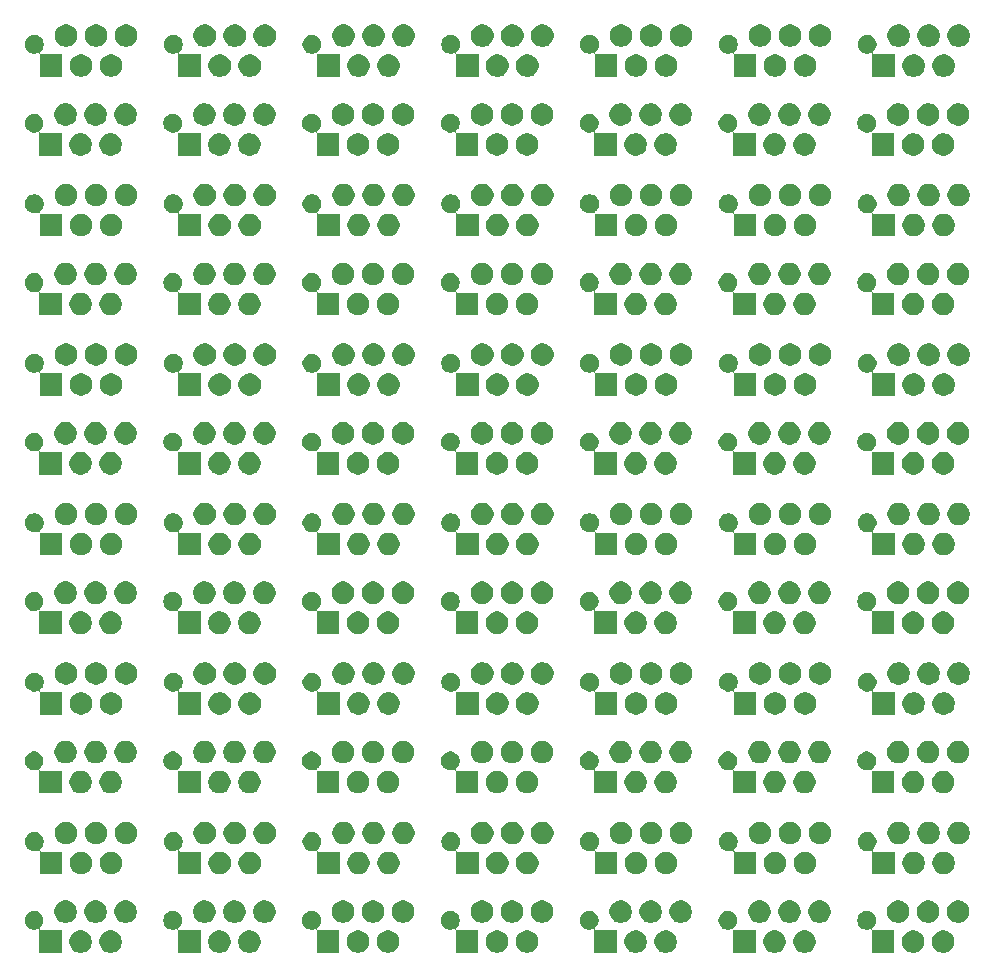
<source format=gbr>
G04 #@! TF.GenerationSoftware,KiCad,Pcbnew,5.1.0-060a0da~80~ubuntu18.04.1*
G04 #@! TF.CreationDate,2019-05-13T00:31:07+02:00*
G04 #@! TF.ProjectId,spi_connector_board_micromatch_only_5x5_panel,7370695f-636f-46e6-9e65-63746f725f62,rev?*
G04 #@! TF.SameCoordinates,Original*
G04 #@! TF.FileFunction,Soldermask,Top*
G04 #@! TF.FilePolarity,Negative*
%FSLAX46Y46*%
G04 Gerber Fmt 4.6, Leading zero omitted, Abs format (unit mm)*
G04 Created by KiCad (PCBNEW 5.1.0-060a0da~80~ubuntu18.04.1) date 2019-05-13 00:31:07*
%MOMM*%
%LPD*%
G04 APERTURE LIST*
%ADD10C,0.150000*%
G04 APERTURE END LIST*
D10*
G36*
X103265157Y-149834733D02*
G01*
X103410938Y-149895118D01*
X103410939Y-149895119D01*
X103542140Y-149982784D01*
X103653716Y-150094360D01*
X103653717Y-150094362D01*
X103741382Y-150225562D01*
X103801767Y-150371343D01*
X103832550Y-150526102D01*
X103832550Y-150683898D01*
X103801767Y-150838657D01*
X103741382Y-150984438D01*
X103741381Y-150984439D01*
X103653716Y-151115640D01*
X103542140Y-151227216D01*
X103542137Y-151227218D01*
X103539403Y-151229952D01*
X103526412Y-151240614D01*
X103510867Y-151259556D01*
X103499316Y-151281167D01*
X103492203Y-151304616D01*
X103489801Y-151329002D01*
X103492203Y-151353388D01*
X103499316Y-151376837D01*
X103510867Y-151398447D01*
X103526413Y-151417389D01*
X103545355Y-151432934D01*
X103566966Y-151444485D01*
X103590415Y-151451598D01*
X103614800Y-151454000D01*
X105382500Y-151454000D01*
X105382500Y-153356000D01*
X103480500Y-153356000D01*
X103480500Y-151473143D01*
X103478098Y-151448757D01*
X103470985Y-151425308D01*
X103459434Y-151403697D01*
X103443889Y-151384755D01*
X103424947Y-151369210D01*
X103403336Y-151357659D01*
X103379887Y-151350546D01*
X103355501Y-151348144D01*
X103331115Y-151350546D01*
X103307664Y-151357659D01*
X103265158Y-151375266D01*
X103265157Y-151375266D01*
X103265155Y-151375267D01*
X103110398Y-151406050D01*
X102952602Y-151406050D01*
X102797843Y-151375267D01*
X102652062Y-151314882D01*
X102524955Y-151229952D01*
X102520860Y-151227216D01*
X102409284Y-151115640D01*
X102321619Y-150984439D01*
X102321618Y-150984438D01*
X102261233Y-150838657D01*
X102230450Y-150683898D01*
X102230450Y-150526102D01*
X102261233Y-150371343D01*
X102321618Y-150225562D01*
X102409283Y-150094362D01*
X102409284Y-150094360D01*
X102520860Y-149982784D01*
X102652061Y-149895119D01*
X102652062Y-149895118D01*
X102797843Y-149834733D01*
X102952602Y-149803950D01*
X103110398Y-149803950D01*
X103265157Y-149834733D01*
X103265157Y-149834733D01*
G37*
G36*
X138515157Y-149834733D02*
G01*
X138660938Y-149895118D01*
X138660939Y-149895119D01*
X138792140Y-149982784D01*
X138903716Y-150094360D01*
X138903717Y-150094362D01*
X138991382Y-150225562D01*
X139051767Y-150371343D01*
X139082550Y-150526102D01*
X139082550Y-150683898D01*
X139051767Y-150838657D01*
X138991382Y-150984438D01*
X138991381Y-150984439D01*
X138903716Y-151115640D01*
X138792140Y-151227216D01*
X138792137Y-151227218D01*
X138789403Y-151229952D01*
X138776412Y-151240614D01*
X138760867Y-151259556D01*
X138749316Y-151281167D01*
X138742203Y-151304616D01*
X138739801Y-151329002D01*
X138742203Y-151353388D01*
X138749316Y-151376837D01*
X138760867Y-151398447D01*
X138776413Y-151417389D01*
X138795355Y-151432934D01*
X138816966Y-151444485D01*
X138840415Y-151451598D01*
X138864800Y-151454000D01*
X140632500Y-151454000D01*
X140632500Y-153356000D01*
X138730500Y-153356000D01*
X138730500Y-151473143D01*
X138728098Y-151448757D01*
X138720985Y-151425308D01*
X138709434Y-151403697D01*
X138693889Y-151384755D01*
X138674947Y-151369210D01*
X138653336Y-151357659D01*
X138629887Y-151350546D01*
X138605501Y-151348144D01*
X138581115Y-151350546D01*
X138557664Y-151357659D01*
X138515158Y-151375266D01*
X138515157Y-151375266D01*
X138515155Y-151375267D01*
X138360398Y-151406050D01*
X138202602Y-151406050D01*
X138047843Y-151375267D01*
X137902062Y-151314882D01*
X137774955Y-151229952D01*
X137770860Y-151227216D01*
X137659284Y-151115640D01*
X137571619Y-150984439D01*
X137571618Y-150984438D01*
X137511233Y-150838657D01*
X137480450Y-150683898D01*
X137480450Y-150526102D01*
X137511233Y-150371343D01*
X137571618Y-150225562D01*
X137659283Y-150094362D01*
X137659284Y-150094360D01*
X137770860Y-149982784D01*
X137902061Y-149895119D01*
X137902062Y-149895118D01*
X138047843Y-149834733D01*
X138202602Y-149803950D01*
X138360398Y-149803950D01*
X138515157Y-149834733D01*
X138515157Y-149834733D01*
G37*
G36*
X142498895Y-151490546D02*
G01*
X142671966Y-151562234D01*
X142671967Y-151562235D01*
X142827727Y-151666310D01*
X142960190Y-151798773D01*
X142960191Y-151798775D01*
X143064266Y-151954534D01*
X143135954Y-152127605D01*
X143172500Y-152311333D01*
X143172500Y-152498667D01*
X143135954Y-152682395D01*
X143064266Y-152855466D01*
X143064265Y-152855467D01*
X142960190Y-153011227D01*
X142827727Y-153143690D01*
X142749318Y-153196081D01*
X142671966Y-153247766D01*
X142498895Y-153319454D01*
X142315167Y-153356000D01*
X142127833Y-153356000D01*
X141944105Y-153319454D01*
X141771034Y-153247766D01*
X141693682Y-153196081D01*
X141615273Y-153143690D01*
X141482810Y-153011227D01*
X141378735Y-152855467D01*
X141378734Y-152855466D01*
X141307046Y-152682395D01*
X141270500Y-152498667D01*
X141270500Y-152311333D01*
X141307046Y-152127605D01*
X141378734Y-151954534D01*
X141482809Y-151798775D01*
X141482810Y-151798773D01*
X141615273Y-151666310D01*
X141771033Y-151562235D01*
X141771034Y-151562234D01*
X141944105Y-151490546D01*
X142127833Y-151454000D01*
X142315167Y-151454000D01*
X142498895Y-151490546D01*
X142498895Y-151490546D01*
G37*
G36*
X133288895Y-151490546D02*
G01*
X133461966Y-151562234D01*
X133461967Y-151562235D01*
X133617727Y-151666310D01*
X133750190Y-151798773D01*
X133750191Y-151798775D01*
X133854266Y-151954534D01*
X133925954Y-152127605D01*
X133962500Y-152311333D01*
X133962500Y-152498667D01*
X133925954Y-152682395D01*
X133854266Y-152855466D01*
X133854265Y-152855467D01*
X133750190Y-153011227D01*
X133617727Y-153143690D01*
X133539318Y-153196081D01*
X133461966Y-153247766D01*
X133288895Y-153319454D01*
X133105167Y-153356000D01*
X132917833Y-153356000D01*
X132734105Y-153319454D01*
X132561034Y-153247766D01*
X132483682Y-153196081D01*
X132405273Y-153143690D01*
X132272810Y-153011227D01*
X132168735Y-152855467D01*
X132168734Y-152855466D01*
X132097046Y-152682395D01*
X132060500Y-152498667D01*
X132060500Y-152311333D01*
X132097046Y-152127605D01*
X132168734Y-151954534D01*
X132272809Y-151798775D01*
X132272810Y-151798773D01*
X132405273Y-151666310D01*
X132561033Y-151562235D01*
X132561034Y-151562234D01*
X132734105Y-151490546D01*
X132917833Y-151454000D01*
X133105167Y-151454000D01*
X133288895Y-151490546D01*
X133288895Y-151490546D01*
G37*
G36*
X145038895Y-151490546D02*
G01*
X145211966Y-151562234D01*
X145211967Y-151562235D01*
X145367727Y-151666310D01*
X145500190Y-151798773D01*
X145500191Y-151798775D01*
X145604266Y-151954534D01*
X145675954Y-152127605D01*
X145712500Y-152311333D01*
X145712500Y-152498667D01*
X145675954Y-152682395D01*
X145604266Y-152855466D01*
X145604265Y-152855467D01*
X145500190Y-153011227D01*
X145367727Y-153143690D01*
X145289318Y-153196081D01*
X145211966Y-153247766D01*
X145038895Y-153319454D01*
X144855167Y-153356000D01*
X144667833Y-153356000D01*
X144484105Y-153319454D01*
X144311034Y-153247766D01*
X144233682Y-153196081D01*
X144155273Y-153143690D01*
X144022810Y-153011227D01*
X143918735Y-152855467D01*
X143918734Y-152855466D01*
X143847046Y-152682395D01*
X143810500Y-152498667D01*
X143810500Y-152311333D01*
X143847046Y-152127605D01*
X143918734Y-151954534D01*
X144022809Y-151798775D01*
X144022810Y-151798773D01*
X144155273Y-151666310D01*
X144311033Y-151562235D01*
X144311034Y-151562234D01*
X144484105Y-151490546D01*
X144667833Y-151454000D01*
X144855167Y-151454000D01*
X145038895Y-151490546D01*
X145038895Y-151490546D01*
G37*
G36*
X126765157Y-149834733D02*
G01*
X126910938Y-149895118D01*
X126910939Y-149895119D01*
X127042140Y-149982784D01*
X127153716Y-150094360D01*
X127153717Y-150094362D01*
X127241382Y-150225562D01*
X127301767Y-150371343D01*
X127332550Y-150526102D01*
X127332550Y-150683898D01*
X127301767Y-150838657D01*
X127241382Y-150984438D01*
X127241381Y-150984439D01*
X127153716Y-151115640D01*
X127042140Y-151227216D01*
X127042137Y-151227218D01*
X127039403Y-151229952D01*
X127026412Y-151240614D01*
X127010867Y-151259556D01*
X126999316Y-151281167D01*
X126992203Y-151304616D01*
X126989801Y-151329002D01*
X126992203Y-151353388D01*
X126999316Y-151376837D01*
X127010867Y-151398447D01*
X127026413Y-151417389D01*
X127045355Y-151432934D01*
X127066966Y-151444485D01*
X127090415Y-151451598D01*
X127114800Y-151454000D01*
X128882500Y-151454000D01*
X128882500Y-153356000D01*
X126980500Y-153356000D01*
X126980500Y-151473143D01*
X126978098Y-151448757D01*
X126970985Y-151425308D01*
X126959434Y-151403697D01*
X126943889Y-151384755D01*
X126924947Y-151369210D01*
X126903336Y-151357659D01*
X126879887Y-151350546D01*
X126855501Y-151348144D01*
X126831115Y-151350546D01*
X126807664Y-151357659D01*
X126765158Y-151375266D01*
X126765157Y-151375266D01*
X126765155Y-151375267D01*
X126610398Y-151406050D01*
X126452602Y-151406050D01*
X126297843Y-151375267D01*
X126152062Y-151314882D01*
X126024955Y-151229952D01*
X126020860Y-151227216D01*
X125909284Y-151115640D01*
X125821619Y-150984439D01*
X125821618Y-150984438D01*
X125761233Y-150838657D01*
X125730450Y-150683898D01*
X125730450Y-150526102D01*
X125761233Y-150371343D01*
X125821618Y-150225562D01*
X125909283Y-150094362D01*
X125909284Y-150094360D01*
X126020860Y-149982784D01*
X126152061Y-149895119D01*
X126152062Y-149895118D01*
X126297843Y-149834733D01*
X126452602Y-149803950D01*
X126610398Y-149803950D01*
X126765157Y-149834733D01*
X126765157Y-149834733D01*
G37*
G36*
X130748895Y-151490546D02*
G01*
X130921966Y-151562234D01*
X130921967Y-151562235D01*
X131077727Y-151666310D01*
X131210190Y-151798773D01*
X131210191Y-151798775D01*
X131314266Y-151954534D01*
X131385954Y-152127605D01*
X131422500Y-152311333D01*
X131422500Y-152498667D01*
X131385954Y-152682395D01*
X131314266Y-152855466D01*
X131314265Y-152855467D01*
X131210190Y-153011227D01*
X131077727Y-153143690D01*
X130999318Y-153196081D01*
X130921966Y-153247766D01*
X130748895Y-153319454D01*
X130565167Y-153356000D01*
X130377833Y-153356000D01*
X130194105Y-153319454D01*
X130021034Y-153247766D01*
X129943682Y-153196081D01*
X129865273Y-153143690D01*
X129732810Y-153011227D01*
X129628735Y-152855467D01*
X129628734Y-152855466D01*
X129557046Y-152682395D01*
X129520500Y-152498667D01*
X129520500Y-152311333D01*
X129557046Y-152127605D01*
X129628734Y-151954534D01*
X129732809Y-151798775D01*
X129732810Y-151798773D01*
X129865273Y-151666310D01*
X130021033Y-151562235D01*
X130021034Y-151562234D01*
X130194105Y-151490546D01*
X130377833Y-151454000D01*
X130565167Y-151454000D01*
X130748895Y-151490546D01*
X130748895Y-151490546D01*
G37*
G36*
X121538895Y-151490546D02*
G01*
X121711966Y-151562234D01*
X121711967Y-151562235D01*
X121867727Y-151666310D01*
X122000190Y-151798773D01*
X122000191Y-151798775D01*
X122104266Y-151954534D01*
X122175954Y-152127605D01*
X122212500Y-152311333D01*
X122212500Y-152498667D01*
X122175954Y-152682395D01*
X122104266Y-152855466D01*
X122104265Y-152855467D01*
X122000190Y-153011227D01*
X121867727Y-153143690D01*
X121789318Y-153196081D01*
X121711966Y-153247766D01*
X121538895Y-153319454D01*
X121355167Y-153356000D01*
X121167833Y-153356000D01*
X120984105Y-153319454D01*
X120811034Y-153247766D01*
X120733682Y-153196081D01*
X120655273Y-153143690D01*
X120522810Y-153011227D01*
X120418735Y-152855467D01*
X120418734Y-152855466D01*
X120347046Y-152682395D01*
X120310500Y-152498667D01*
X120310500Y-152311333D01*
X120347046Y-152127605D01*
X120418734Y-151954534D01*
X120522809Y-151798775D01*
X120522810Y-151798773D01*
X120655273Y-151666310D01*
X120811033Y-151562235D01*
X120811034Y-151562234D01*
X120984105Y-151490546D01*
X121167833Y-151454000D01*
X121355167Y-151454000D01*
X121538895Y-151490546D01*
X121538895Y-151490546D01*
G37*
G36*
X154248895Y-151490546D02*
G01*
X154421966Y-151562234D01*
X154421967Y-151562235D01*
X154577727Y-151666310D01*
X154710190Y-151798773D01*
X154710191Y-151798775D01*
X154814266Y-151954534D01*
X154885954Y-152127605D01*
X154922500Y-152311333D01*
X154922500Y-152498667D01*
X154885954Y-152682395D01*
X154814266Y-152855466D01*
X154814265Y-152855467D01*
X154710190Y-153011227D01*
X154577727Y-153143690D01*
X154499318Y-153196081D01*
X154421966Y-153247766D01*
X154248895Y-153319454D01*
X154065167Y-153356000D01*
X153877833Y-153356000D01*
X153694105Y-153319454D01*
X153521034Y-153247766D01*
X153443682Y-153196081D01*
X153365273Y-153143690D01*
X153232810Y-153011227D01*
X153128735Y-152855467D01*
X153128734Y-152855466D01*
X153057046Y-152682395D01*
X153020500Y-152498667D01*
X153020500Y-152311333D01*
X153057046Y-152127605D01*
X153128734Y-151954534D01*
X153232809Y-151798775D01*
X153232810Y-151798773D01*
X153365273Y-151666310D01*
X153521033Y-151562235D01*
X153521034Y-151562234D01*
X153694105Y-151490546D01*
X153877833Y-151454000D01*
X154065167Y-151454000D01*
X154248895Y-151490546D01*
X154248895Y-151490546D01*
G37*
G36*
X118998895Y-151490546D02*
G01*
X119171966Y-151562234D01*
X119171967Y-151562235D01*
X119327727Y-151666310D01*
X119460190Y-151798773D01*
X119460191Y-151798775D01*
X119564266Y-151954534D01*
X119635954Y-152127605D01*
X119672500Y-152311333D01*
X119672500Y-152498667D01*
X119635954Y-152682395D01*
X119564266Y-152855466D01*
X119564265Y-152855467D01*
X119460190Y-153011227D01*
X119327727Y-153143690D01*
X119249318Y-153196081D01*
X119171966Y-153247766D01*
X118998895Y-153319454D01*
X118815167Y-153356000D01*
X118627833Y-153356000D01*
X118444105Y-153319454D01*
X118271034Y-153247766D01*
X118193682Y-153196081D01*
X118115273Y-153143690D01*
X117982810Y-153011227D01*
X117878735Y-152855467D01*
X117878734Y-152855466D01*
X117807046Y-152682395D01*
X117770500Y-152498667D01*
X117770500Y-152311333D01*
X117807046Y-152127605D01*
X117878734Y-151954534D01*
X117982809Y-151798775D01*
X117982810Y-151798773D01*
X118115273Y-151666310D01*
X118271033Y-151562235D01*
X118271034Y-151562234D01*
X118444105Y-151490546D01*
X118627833Y-151454000D01*
X118815167Y-151454000D01*
X118998895Y-151490546D01*
X118998895Y-151490546D01*
G37*
G36*
X109788895Y-151490546D02*
G01*
X109961966Y-151562234D01*
X109961967Y-151562235D01*
X110117727Y-151666310D01*
X110250190Y-151798773D01*
X110250191Y-151798775D01*
X110354266Y-151954534D01*
X110425954Y-152127605D01*
X110462500Y-152311333D01*
X110462500Y-152498667D01*
X110425954Y-152682395D01*
X110354266Y-152855466D01*
X110354265Y-152855467D01*
X110250190Y-153011227D01*
X110117727Y-153143690D01*
X110039318Y-153196081D01*
X109961966Y-153247766D01*
X109788895Y-153319454D01*
X109605167Y-153356000D01*
X109417833Y-153356000D01*
X109234105Y-153319454D01*
X109061034Y-153247766D01*
X108983682Y-153196081D01*
X108905273Y-153143690D01*
X108772810Y-153011227D01*
X108668735Y-152855467D01*
X108668734Y-152855466D01*
X108597046Y-152682395D01*
X108560500Y-152498667D01*
X108560500Y-152311333D01*
X108597046Y-152127605D01*
X108668734Y-151954534D01*
X108772809Y-151798775D01*
X108772810Y-151798773D01*
X108905273Y-151666310D01*
X109061033Y-151562235D01*
X109061034Y-151562234D01*
X109234105Y-151490546D01*
X109417833Y-151454000D01*
X109605167Y-151454000D01*
X109788895Y-151490546D01*
X109788895Y-151490546D01*
G37*
G36*
X150265157Y-149834733D02*
G01*
X150410938Y-149895118D01*
X150410939Y-149895119D01*
X150542140Y-149982784D01*
X150653716Y-150094360D01*
X150653717Y-150094362D01*
X150741382Y-150225562D01*
X150801767Y-150371343D01*
X150832550Y-150526102D01*
X150832550Y-150683898D01*
X150801767Y-150838657D01*
X150741382Y-150984438D01*
X150741381Y-150984439D01*
X150653716Y-151115640D01*
X150542140Y-151227216D01*
X150542137Y-151227218D01*
X150539403Y-151229952D01*
X150526412Y-151240614D01*
X150510867Y-151259556D01*
X150499316Y-151281167D01*
X150492203Y-151304616D01*
X150489801Y-151329002D01*
X150492203Y-151353388D01*
X150499316Y-151376837D01*
X150510867Y-151398447D01*
X150526413Y-151417389D01*
X150545355Y-151432934D01*
X150566966Y-151444485D01*
X150590415Y-151451598D01*
X150614800Y-151454000D01*
X152382500Y-151454000D01*
X152382500Y-153356000D01*
X150480500Y-153356000D01*
X150480500Y-151473143D01*
X150478098Y-151448757D01*
X150470985Y-151425308D01*
X150459434Y-151403697D01*
X150443889Y-151384755D01*
X150424947Y-151369210D01*
X150403336Y-151357659D01*
X150379887Y-151350546D01*
X150355501Y-151348144D01*
X150331115Y-151350546D01*
X150307664Y-151357659D01*
X150265158Y-151375266D01*
X150265157Y-151375266D01*
X150265155Y-151375267D01*
X150110398Y-151406050D01*
X149952602Y-151406050D01*
X149797843Y-151375267D01*
X149652062Y-151314882D01*
X149524955Y-151229952D01*
X149520860Y-151227216D01*
X149409284Y-151115640D01*
X149321619Y-150984439D01*
X149321618Y-150984438D01*
X149261233Y-150838657D01*
X149230450Y-150683898D01*
X149230450Y-150526102D01*
X149261233Y-150371343D01*
X149321618Y-150225562D01*
X149409283Y-150094362D01*
X149409284Y-150094360D01*
X149520860Y-149982784D01*
X149652061Y-149895119D01*
X149652062Y-149895118D01*
X149797843Y-149834733D01*
X149952602Y-149803950D01*
X150110398Y-149803950D01*
X150265157Y-149834733D01*
X150265157Y-149834733D01*
G37*
G36*
X107248895Y-151490546D02*
G01*
X107421966Y-151562234D01*
X107421967Y-151562235D01*
X107577727Y-151666310D01*
X107710190Y-151798773D01*
X107710191Y-151798775D01*
X107814266Y-151954534D01*
X107885954Y-152127605D01*
X107922500Y-152311333D01*
X107922500Y-152498667D01*
X107885954Y-152682395D01*
X107814266Y-152855466D01*
X107814265Y-152855467D01*
X107710190Y-153011227D01*
X107577727Y-153143690D01*
X107499318Y-153196081D01*
X107421966Y-153247766D01*
X107248895Y-153319454D01*
X107065167Y-153356000D01*
X106877833Y-153356000D01*
X106694105Y-153319454D01*
X106521034Y-153247766D01*
X106443682Y-153196081D01*
X106365273Y-153143690D01*
X106232810Y-153011227D01*
X106128735Y-152855467D01*
X106128734Y-152855466D01*
X106057046Y-152682395D01*
X106020500Y-152498667D01*
X106020500Y-152311333D01*
X106057046Y-152127605D01*
X106128734Y-151954534D01*
X106232809Y-151798775D01*
X106232810Y-151798773D01*
X106365273Y-151666310D01*
X106521033Y-151562235D01*
X106521034Y-151562234D01*
X106694105Y-151490546D01*
X106877833Y-151454000D01*
X107065167Y-151454000D01*
X107248895Y-151490546D01*
X107248895Y-151490546D01*
G37*
G36*
X98038895Y-151490546D02*
G01*
X98211966Y-151562234D01*
X98211967Y-151562235D01*
X98367727Y-151666310D01*
X98500190Y-151798773D01*
X98500191Y-151798775D01*
X98604266Y-151954534D01*
X98675954Y-152127605D01*
X98712500Y-152311333D01*
X98712500Y-152498667D01*
X98675954Y-152682395D01*
X98604266Y-152855466D01*
X98604265Y-152855467D01*
X98500190Y-153011227D01*
X98367727Y-153143690D01*
X98289318Y-153196081D01*
X98211966Y-153247766D01*
X98038895Y-153319454D01*
X97855167Y-153356000D01*
X97667833Y-153356000D01*
X97484105Y-153319454D01*
X97311034Y-153247766D01*
X97233682Y-153196081D01*
X97155273Y-153143690D01*
X97022810Y-153011227D01*
X96918735Y-152855467D01*
X96918734Y-152855466D01*
X96847046Y-152682395D01*
X96810500Y-152498667D01*
X96810500Y-152311333D01*
X96847046Y-152127605D01*
X96918734Y-151954534D01*
X97022809Y-151798775D01*
X97022810Y-151798773D01*
X97155273Y-151666310D01*
X97311033Y-151562235D01*
X97311034Y-151562234D01*
X97484105Y-151490546D01*
X97667833Y-151454000D01*
X97855167Y-151454000D01*
X98038895Y-151490546D01*
X98038895Y-151490546D01*
G37*
G36*
X91515157Y-149834733D02*
G01*
X91660938Y-149895118D01*
X91660939Y-149895119D01*
X91792140Y-149982784D01*
X91903716Y-150094360D01*
X91903717Y-150094362D01*
X91991382Y-150225562D01*
X92051767Y-150371343D01*
X92082550Y-150526102D01*
X92082550Y-150683898D01*
X92051767Y-150838657D01*
X91991382Y-150984438D01*
X91991381Y-150984439D01*
X91903716Y-151115640D01*
X91792140Y-151227216D01*
X91792137Y-151227218D01*
X91789403Y-151229952D01*
X91776412Y-151240614D01*
X91760867Y-151259556D01*
X91749316Y-151281167D01*
X91742203Y-151304616D01*
X91739801Y-151329002D01*
X91742203Y-151353388D01*
X91749316Y-151376837D01*
X91760867Y-151398447D01*
X91776413Y-151417389D01*
X91795355Y-151432934D01*
X91816966Y-151444485D01*
X91840415Y-151451598D01*
X91864800Y-151454000D01*
X93632500Y-151454000D01*
X93632500Y-153356000D01*
X91730500Y-153356000D01*
X91730500Y-151473143D01*
X91728098Y-151448757D01*
X91720985Y-151425308D01*
X91709434Y-151403697D01*
X91693889Y-151384755D01*
X91674947Y-151369210D01*
X91653336Y-151357659D01*
X91629887Y-151350546D01*
X91605501Y-151348144D01*
X91581115Y-151350546D01*
X91557664Y-151357659D01*
X91515158Y-151375266D01*
X91515157Y-151375266D01*
X91515155Y-151375267D01*
X91360398Y-151406050D01*
X91202602Y-151406050D01*
X91047843Y-151375267D01*
X90902062Y-151314882D01*
X90774955Y-151229952D01*
X90770860Y-151227216D01*
X90659284Y-151115640D01*
X90571619Y-150984439D01*
X90571618Y-150984438D01*
X90511233Y-150838657D01*
X90480450Y-150683898D01*
X90480450Y-150526102D01*
X90511233Y-150371343D01*
X90571618Y-150225562D01*
X90659283Y-150094362D01*
X90659284Y-150094360D01*
X90770860Y-149982784D01*
X90902061Y-149895119D01*
X90902062Y-149895118D01*
X91047843Y-149834733D01*
X91202602Y-149803950D01*
X91360398Y-149803950D01*
X91515157Y-149834733D01*
X91515157Y-149834733D01*
G37*
G36*
X95498895Y-151490546D02*
G01*
X95671966Y-151562234D01*
X95671967Y-151562235D01*
X95827727Y-151666310D01*
X95960190Y-151798773D01*
X95960191Y-151798775D01*
X96064266Y-151954534D01*
X96135954Y-152127605D01*
X96172500Y-152311333D01*
X96172500Y-152498667D01*
X96135954Y-152682395D01*
X96064266Y-152855466D01*
X96064265Y-152855467D01*
X95960190Y-153011227D01*
X95827727Y-153143690D01*
X95749318Y-153196081D01*
X95671966Y-153247766D01*
X95498895Y-153319454D01*
X95315167Y-153356000D01*
X95127833Y-153356000D01*
X94944105Y-153319454D01*
X94771034Y-153247766D01*
X94693682Y-153196081D01*
X94615273Y-153143690D01*
X94482810Y-153011227D01*
X94378735Y-152855467D01*
X94378734Y-152855466D01*
X94307046Y-152682395D01*
X94270500Y-152498667D01*
X94270500Y-152311333D01*
X94307046Y-152127605D01*
X94378734Y-151954534D01*
X94482809Y-151798775D01*
X94482810Y-151798773D01*
X94615273Y-151666310D01*
X94771033Y-151562235D01*
X94771034Y-151562234D01*
X94944105Y-151490546D01*
X95127833Y-151454000D01*
X95315167Y-151454000D01*
X95498895Y-151490546D01*
X95498895Y-151490546D01*
G37*
G36*
X86288895Y-151490546D02*
G01*
X86461966Y-151562234D01*
X86461967Y-151562235D01*
X86617727Y-151666310D01*
X86750190Y-151798773D01*
X86750191Y-151798775D01*
X86854266Y-151954534D01*
X86925954Y-152127605D01*
X86962500Y-152311333D01*
X86962500Y-152498667D01*
X86925954Y-152682395D01*
X86854266Y-152855466D01*
X86854265Y-152855467D01*
X86750190Y-153011227D01*
X86617727Y-153143690D01*
X86539318Y-153196081D01*
X86461966Y-153247766D01*
X86288895Y-153319454D01*
X86105167Y-153356000D01*
X85917833Y-153356000D01*
X85734105Y-153319454D01*
X85561034Y-153247766D01*
X85483682Y-153196081D01*
X85405273Y-153143690D01*
X85272810Y-153011227D01*
X85168735Y-152855467D01*
X85168734Y-152855466D01*
X85097046Y-152682395D01*
X85060500Y-152498667D01*
X85060500Y-152311333D01*
X85097046Y-152127605D01*
X85168734Y-151954534D01*
X85272809Y-151798775D01*
X85272810Y-151798773D01*
X85405273Y-151666310D01*
X85561033Y-151562235D01*
X85561034Y-151562234D01*
X85734105Y-151490546D01*
X85917833Y-151454000D01*
X86105167Y-151454000D01*
X86288895Y-151490546D01*
X86288895Y-151490546D01*
G37*
G36*
X79765157Y-149834733D02*
G01*
X79910938Y-149895118D01*
X79910939Y-149895119D01*
X80042140Y-149982784D01*
X80153716Y-150094360D01*
X80153717Y-150094362D01*
X80241382Y-150225562D01*
X80301767Y-150371343D01*
X80332550Y-150526102D01*
X80332550Y-150683898D01*
X80301767Y-150838657D01*
X80241382Y-150984438D01*
X80241381Y-150984439D01*
X80153716Y-151115640D01*
X80042140Y-151227216D01*
X80042137Y-151227218D01*
X80039403Y-151229952D01*
X80026412Y-151240614D01*
X80010867Y-151259556D01*
X79999316Y-151281167D01*
X79992203Y-151304616D01*
X79989801Y-151329002D01*
X79992203Y-151353388D01*
X79999316Y-151376837D01*
X80010867Y-151398447D01*
X80026413Y-151417389D01*
X80045355Y-151432934D01*
X80066966Y-151444485D01*
X80090415Y-151451598D01*
X80114800Y-151454000D01*
X81882500Y-151454000D01*
X81882500Y-153356000D01*
X79980500Y-153356000D01*
X79980500Y-151473143D01*
X79978098Y-151448757D01*
X79970985Y-151425308D01*
X79959434Y-151403697D01*
X79943889Y-151384755D01*
X79924947Y-151369210D01*
X79903336Y-151357659D01*
X79879887Y-151350546D01*
X79855501Y-151348144D01*
X79831115Y-151350546D01*
X79807664Y-151357659D01*
X79765158Y-151375266D01*
X79765157Y-151375266D01*
X79765155Y-151375267D01*
X79610398Y-151406050D01*
X79452602Y-151406050D01*
X79297843Y-151375267D01*
X79152062Y-151314882D01*
X79024955Y-151229952D01*
X79020860Y-151227216D01*
X78909284Y-151115640D01*
X78821619Y-150984439D01*
X78821618Y-150984438D01*
X78761233Y-150838657D01*
X78730450Y-150683898D01*
X78730450Y-150526102D01*
X78761233Y-150371343D01*
X78821618Y-150225562D01*
X78909283Y-150094362D01*
X78909284Y-150094360D01*
X79020860Y-149982784D01*
X79152061Y-149895119D01*
X79152062Y-149895118D01*
X79297843Y-149834733D01*
X79452602Y-149803950D01*
X79610398Y-149803950D01*
X79765157Y-149834733D01*
X79765157Y-149834733D01*
G37*
G36*
X156788895Y-151490546D02*
G01*
X156961966Y-151562234D01*
X156961967Y-151562235D01*
X157117727Y-151666310D01*
X157250190Y-151798773D01*
X157250191Y-151798775D01*
X157354266Y-151954534D01*
X157425954Y-152127605D01*
X157462500Y-152311333D01*
X157462500Y-152498667D01*
X157425954Y-152682395D01*
X157354266Y-152855466D01*
X157354265Y-152855467D01*
X157250190Y-153011227D01*
X157117727Y-153143690D01*
X157039318Y-153196081D01*
X156961966Y-153247766D01*
X156788895Y-153319454D01*
X156605167Y-153356000D01*
X156417833Y-153356000D01*
X156234105Y-153319454D01*
X156061034Y-153247766D01*
X155983682Y-153196081D01*
X155905273Y-153143690D01*
X155772810Y-153011227D01*
X155668735Y-152855467D01*
X155668734Y-152855466D01*
X155597046Y-152682395D01*
X155560500Y-152498667D01*
X155560500Y-152311333D01*
X155597046Y-152127605D01*
X155668734Y-151954534D01*
X155772809Y-151798775D01*
X155772810Y-151798773D01*
X155905273Y-151666310D01*
X156061033Y-151562235D01*
X156061034Y-151562234D01*
X156234105Y-151490546D01*
X156417833Y-151454000D01*
X156605167Y-151454000D01*
X156788895Y-151490546D01*
X156788895Y-151490546D01*
G37*
G36*
X83748895Y-151490546D02*
G01*
X83921966Y-151562234D01*
X83921967Y-151562235D01*
X84077727Y-151666310D01*
X84210190Y-151798773D01*
X84210191Y-151798775D01*
X84314266Y-151954534D01*
X84385954Y-152127605D01*
X84422500Y-152311333D01*
X84422500Y-152498667D01*
X84385954Y-152682395D01*
X84314266Y-152855466D01*
X84314265Y-152855467D01*
X84210190Y-153011227D01*
X84077727Y-153143690D01*
X83999318Y-153196081D01*
X83921966Y-153247766D01*
X83748895Y-153319454D01*
X83565167Y-153356000D01*
X83377833Y-153356000D01*
X83194105Y-153319454D01*
X83021034Y-153247766D01*
X82943682Y-153196081D01*
X82865273Y-153143690D01*
X82732810Y-153011227D01*
X82628735Y-152855467D01*
X82628734Y-152855466D01*
X82557046Y-152682395D01*
X82520500Y-152498667D01*
X82520500Y-152311333D01*
X82557046Y-152127605D01*
X82628734Y-151954534D01*
X82732809Y-151798775D01*
X82732810Y-151798773D01*
X82865273Y-151666310D01*
X83021033Y-151562235D01*
X83021034Y-151562234D01*
X83194105Y-151490546D01*
X83377833Y-151454000D01*
X83565167Y-151454000D01*
X83748895Y-151490546D01*
X83748895Y-151490546D01*
G37*
G36*
X115015157Y-149834733D02*
G01*
X115160938Y-149895118D01*
X115160939Y-149895119D01*
X115292140Y-149982784D01*
X115403716Y-150094360D01*
X115403717Y-150094362D01*
X115491382Y-150225562D01*
X115551767Y-150371343D01*
X115582550Y-150526102D01*
X115582550Y-150683898D01*
X115551767Y-150838657D01*
X115491382Y-150984438D01*
X115491381Y-150984439D01*
X115403716Y-151115640D01*
X115292140Y-151227216D01*
X115292137Y-151227218D01*
X115289403Y-151229952D01*
X115276412Y-151240614D01*
X115260867Y-151259556D01*
X115249316Y-151281167D01*
X115242203Y-151304616D01*
X115239801Y-151329002D01*
X115242203Y-151353388D01*
X115249316Y-151376837D01*
X115260867Y-151398447D01*
X115276413Y-151417389D01*
X115295355Y-151432934D01*
X115316966Y-151444485D01*
X115340415Y-151451598D01*
X115364800Y-151454000D01*
X117132500Y-151454000D01*
X117132500Y-153356000D01*
X115230500Y-153356000D01*
X115230500Y-151473143D01*
X115228098Y-151448757D01*
X115220985Y-151425308D01*
X115209434Y-151403697D01*
X115193889Y-151384755D01*
X115174947Y-151369210D01*
X115153336Y-151357659D01*
X115129887Y-151350546D01*
X115105501Y-151348144D01*
X115081115Y-151350546D01*
X115057664Y-151357659D01*
X115015158Y-151375266D01*
X115015157Y-151375266D01*
X115015155Y-151375267D01*
X114860398Y-151406050D01*
X114702602Y-151406050D01*
X114547843Y-151375267D01*
X114402062Y-151314882D01*
X114274955Y-151229952D01*
X114270860Y-151227216D01*
X114159284Y-151115640D01*
X114071619Y-150984439D01*
X114071618Y-150984438D01*
X114011233Y-150838657D01*
X113980450Y-150683898D01*
X113980450Y-150526102D01*
X114011233Y-150371343D01*
X114071618Y-150225562D01*
X114159283Y-150094362D01*
X114159284Y-150094360D01*
X114270860Y-149982784D01*
X114402061Y-149895119D01*
X114402062Y-149895118D01*
X114547843Y-149834733D01*
X114702602Y-149803950D01*
X114860398Y-149803950D01*
X115015157Y-149834733D01*
X115015157Y-149834733D01*
G37*
G36*
X155518895Y-148950546D02*
G01*
X155691966Y-149022234D01*
X155691967Y-149022235D01*
X155847727Y-149126310D01*
X155980190Y-149258773D01*
X155980191Y-149258775D01*
X156084266Y-149414534D01*
X156155954Y-149587605D01*
X156192500Y-149771333D01*
X156192500Y-149958667D01*
X156155954Y-150142395D01*
X156084266Y-150315466D01*
X156084265Y-150315467D01*
X155980190Y-150471227D01*
X155847727Y-150603690D01*
X155769318Y-150656081D01*
X155691966Y-150707766D01*
X155518895Y-150779454D01*
X155335167Y-150816000D01*
X155147833Y-150816000D01*
X154964105Y-150779454D01*
X154791034Y-150707766D01*
X154713682Y-150656081D01*
X154635273Y-150603690D01*
X154502810Y-150471227D01*
X154398735Y-150315467D01*
X154398734Y-150315466D01*
X154327046Y-150142395D01*
X154290500Y-149958667D01*
X154290500Y-149771333D01*
X154327046Y-149587605D01*
X154398734Y-149414534D01*
X154502809Y-149258775D01*
X154502810Y-149258773D01*
X154635273Y-149126310D01*
X154791033Y-149022235D01*
X154791034Y-149022234D01*
X154964105Y-148950546D01*
X155147833Y-148914000D01*
X155335167Y-148914000D01*
X155518895Y-148950546D01*
X155518895Y-148950546D01*
G37*
G36*
X82478895Y-148950546D02*
G01*
X82651966Y-149022234D01*
X82651967Y-149022235D01*
X82807727Y-149126310D01*
X82940190Y-149258773D01*
X82940191Y-149258775D01*
X83044266Y-149414534D01*
X83115954Y-149587605D01*
X83152500Y-149771333D01*
X83152500Y-149958667D01*
X83115954Y-150142395D01*
X83044266Y-150315466D01*
X83044265Y-150315467D01*
X82940190Y-150471227D01*
X82807727Y-150603690D01*
X82729318Y-150656081D01*
X82651966Y-150707766D01*
X82478895Y-150779454D01*
X82295167Y-150816000D01*
X82107833Y-150816000D01*
X81924105Y-150779454D01*
X81751034Y-150707766D01*
X81673682Y-150656081D01*
X81595273Y-150603690D01*
X81462810Y-150471227D01*
X81358735Y-150315467D01*
X81358734Y-150315466D01*
X81287046Y-150142395D01*
X81250500Y-149958667D01*
X81250500Y-149771333D01*
X81287046Y-149587605D01*
X81358734Y-149414534D01*
X81462809Y-149258775D01*
X81462810Y-149258773D01*
X81595273Y-149126310D01*
X81751033Y-149022235D01*
X81751034Y-149022234D01*
X81924105Y-148950546D01*
X82107833Y-148914000D01*
X82295167Y-148914000D01*
X82478895Y-148950546D01*
X82478895Y-148950546D01*
G37*
G36*
X85018895Y-148950546D02*
G01*
X85191966Y-149022234D01*
X85191967Y-149022235D01*
X85347727Y-149126310D01*
X85480190Y-149258773D01*
X85480191Y-149258775D01*
X85584266Y-149414534D01*
X85655954Y-149587605D01*
X85692500Y-149771333D01*
X85692500Y-149958667D01*
X85655954Y-150142395D01*
X85584266Y-150315466D01*
X85584265Y-150315467D01*
X85480190Y-150471227D01*
X85347727Y-150603690D01*
X85269318Y-150656081D01*
X85191966Y-150707766D01*
X85018895Y-150779454D01*
X84835167Y-150816000D01*
X84647833Y-150816000D01*
X84464105Y-150779454D01*
X84291034Y-150707766D01*
X84213682Y-150656081D01*
X84135273Y-150603690D01*
X84002810Y-150471227D01*
X83898735Y-150315467D01*
X83898734Y-150315466D01*
X83827046Y-150142395D01*
X83790500Y-149958667D01*
X83790500Y-149771333D01*
X83827046Y-149587605D01*
X83898734Y-149414534D01*
X84002809Y-149258775D01*
X84002810Y-149258773D01*
X84135273Y-149126310D01*
X84291033Y-149022235D01*
X84291034Y-149022234D01*
X84464105Y-148950546D01*
X84647833Y-148914000D01*
X84835167Y-148914000D01*
X85018895Y-148950546D01*
X85018895Y-148950546D01*
G37*
G36*
X87558895Y-148950546D02*
G01*
X87731966Y-149022234D01*
X87731967Y-149022235D01*
X87887727Y-149126310D01*
X88020190Y-149258773D01*
X88020191Y-149258775D01*
X88124266Y-149414534D01*
X88195954Y-149587605D01*
X88232500Y-149771333D01*
X88232500Y-149958667D01*
X88195954Y-150142395D01*
X88124266Y-150315466D01*
X88124265Y-150315467D01*
X88020190Y-150471227D01*
X87887727Y-150603690D01*
X87809318Y-150656081D01*
X87731966Y-150707766D01*
X87558895Y-150779454D01*
X87375167Y-150816000D01*
X87187833Y-150816000D01*
X87004105Y-150779454D01*
X86831034Y-150707766D01*
X86753682Y-150656081D01*
X86675273Y-150603690D01*
X86542810Y-150471227D01*
X86438735Y-150315467D01*
X86438734Y-150315466D01*
X86367046Y-150142395D01*
X86330500Y-149958667D01*
X86330500Y-149771333D01*
X86367046Y-149587605D01*
X86438734Y-149414534D01*
X86542809Y-149258775D01*
X86542810Y-149258773D01*
X86675273Y-149126310D01*
X86831033Y-149022235D01*
X86831034Y-149022234D01*
X87004105Y-148950546D01*
X87187833Y-148914000D01*
X87375167Y-148914000D01*
X87558895Y-148950546D01*
X87558895Y-148950546D01*
G37*
G36*
X158058895Y-148950546D02*
G01*
X158231966Y-149022234D01*
X158231967Y-149022235D01*
X158387727Y-149126310D01*
X158520190Y-149258773D01*
X158520191Y-149258775D01*
X158624266Y-149414534D01*
X158695954Y-149587605D01*
X158732500Y-149771333D01*
X158732500Y-149958667D01*
X158695954Y-150142395D01*
X158624266Y-150315466D01*
X158624265Y-150315467D01*
X158520190Y-150471227D01*
X158387727Y-150603690D01*
X158309318Y-150656081D01*
X158231966Y-150707766D01*
X158058895Y-150779454D01*
X157875167Y-150816000D01*
X157687833Y-150816000D01*
X157504105Y-150779454D01*
X157331034Y-150707766D01*
X157253682Y-150656081D01*
X157175273Y-150603690D01*
X157042810Y-150471227D01*
X156938735Y-150315467D01*
X156938734Y-150315466D01*
X156867046Y-150142395D01*
X156830500Y-149958667D01*
X156830500Y-149771333D01*
X156867046Y-149587605D01*
X156938734Y-149414534D01*
X157042809Y-149258775D01*
X157042810Y-149258773D01*
X157175273Y-149126310D01*
X157331033Y-149022235D01*
X157331034Y-149022234D01*
X157504105Y-148950546D01*
X157687833Y-148914000D01*
X157875167Y-148914000D01*
X158058895Y-148950546D01*
X158058895Y-148950546D01*
G37*
G36*
X152978895Y-148950546D02*
G01*
X153151966Y-149022234D01*
X153151967Y-149022235D01*
X153307727Y-149126310D01*
X153440190Y-149258773D01*
X153440191Y-149258775D01*
X153544266Y-149414534D01*
X153615954Y-149587605D01*
X153652500Y-149771333D01*
X153652500Y-149958667D01*
X153615954Y-150142395D01*
X153544266Y-150315466D01*
X153544265Y-150315467D01*
X153440190Y-150471227D01*
X153307727Y-150603690D01*
X153229318Y-150656081D01*
X153151966Y-150707766D01*
X152978895Y-150779454D01*
X152795167Y-150816000D01*
X152607833Y-150816000D01*
X152424105Y-150779454D01*
X152251034Y-150707766D01*
X152173682Y-150656081D01*
X152095273Y-150603690D01*
X151962810Y-150471227D01*
X151858735Y-150315467D01*
X151858734Y-150315466D01*
X151787046Y-150142395D01*
X151750500Y-149958667D01*
X151750500Y-149771333D01*
X151787046Y-149587605D01*
X151858734Y-149414534D01*
X151962809Y-149258775D01*
X151962810Y-149258773D01*
X152095273Y-149126310D01*
X152251033Y-149022235D01*
X152251034Y-149022234D01*
X152424105Y-148950546D01*
X152607833Y-148914000D01*
X152795167Y-148914000D01*
X152978895Y-148950546D01*
X152978895Y-148950546D01*
G37*
G36*
X146308895Y-148950546D02*
G01*
X146481966Y-149022234D01*
X146481967Y-149022235D01*
X146637727Y-149126310D01*
X146770190Y-149258773D01*
X146770191Y-149258775D01*
X146874266Y-149414534D01*
X146945954Y-149587605D01*
X146982500Y-149771333D01*
X146982500Y-149958667D01*
X146945954Y-150142395D01*
X146874266Y-150315466D01*
X146874265Y-150315467D01*
X146770190Y-150471227D01*
X146637727Y-150603690D01*
X146559318Y-150656081D01*
X146481966Y-150707766D01*
X146308895Y-150779454D01*
X146125167Y-150816000D01*
X145937833Y-150816000D01*
X145754105Y-150779454D01*
X145581034Y-150707766D01*
X145503682Y-150656081D01*
X145425273Y-150603690D01*
X145292810Y-150471227D01*
X145188735Y-150315467D01*
X145188734Y-150315466D01*
X145117046Y-150142395D01*
X145080500Y-149958667D01*
X145080500Y-149771333D01*
X145117046Y-149587605D01*
X145188734Y-149414534D01*
X145292809Y-149258775D01*
X145292810Y-149258773D01*
X145425273Y-149126310D01*
X145581033Y-149022235D01*
X145581034Y-149022234D01*
X145754105Y-148950546D01*
X145937833Y-148914000D01*
X146125167Y-148914000D01*
X146308895Y-148950546D01*
X146308895Y-148950546D01*
G37*
G36*
X141228895Y-148950546D02*
G01*
X141401966Y-149022234D01*
X141401967Y-149022235D01*
X141557727Y-149126310D01*
X141690190Y-149258773D01*
X141690191Y-149258775D01*
X141794266Y-149414534D01*
X141865954Y-149587605D01*
X141902500Y-149771333D01*
X141902500Y-149958667D01*
X141865954Y-150142395D01*
X141794266Y-150315466D01*
X141794265Y-150315467D01*
X141690190Y-150471227D01*
X141557727Y-150603690D01*
X141479318Y-150656081D01*
X141401966Y-150707766D01*
X141228895Y-150779454D01*
X141045167Y-150816000D01*
X140857833Y-150816000D01*
X140674105Y-150779454D01*
X140501034Y-150707766D01*
X140423682Y-150656081D01*
X140345273Y-150603690D01*
X140212810Y-150471227D01*
X140108735Y-150315467D01*
X140108734Y-150315466D01*
X140037046Y-150142395D01*
X140000500Y-149958667D01*
X140000500Y-149771333D01*
X140037046Y-149587605D01*
X140108734Y-149414534D01*
X140212809Y-149258775D01*
X140212810Y-149258773D01*
X140345273Y-149126310D01*
X140501033Y-149022235D01*
X140501034Y-149022234D01*
X140674105Y-148950546D01*
X140857833Y-148914000D01*
X141045167Y-148914000D01*
X141228895Y-148950546D01*
X141228895Y-148950546D01*
G37*
G36*
X143768895Y-148950546D02*
G01*
X143941966Y-149022234D01*
X143941967Y-149022235D01*
X144097727Y-149126310D01*
X144230190Y-149258773D01*
X144230191Y-149258775D01*
X144334266Y-149414534D01*
X144405954Y-149587605D01*
X144442500Y-149771333D01*
X144442500Y-149958667D01*
X144405954Y-150142395D01*
X144334266Y-150315466D01*
X144334265Y-150315467D01*
X144230190Y-150471227D01*
X144097727Y-150603690D01*
X144019318Y-150656081D01*
X143941966Y-150707766D01*
X143768895Y-150779454D01*
X143585167Y-150816000D01*
X143397833Y-150816000D01*
X143214105Y-150779454D01*
X143041034Y-150707766D01*
X142963682Y-150656081D01*
X142885273Y-150603690D01*
X142752810Y-150471227D01*
X142648735Y-150315467D01*
X142648734Y-150315466D01*
X142577046Y-150142395D01*
X142540500Y-149958667D01*
X142540500Y-149771333D01*
X142577046Y-149587605D01*
X142648734Y-149414534D01*
X142752809Y-149258775D01*
X142752810Y-149258773D01*
X142885273Y-149126310D01*
X143041033Y-149022235D01*
X143041034Y-149022234D01*
X143214105Y-148950546D01*
X143397833Y-148914000D01*
X143585167Y-148914000D01*
X143768895Y-148950546D01*
X143768895Y-148950546D01*
G37*
G36*
X94228895Y-148950546D02*
G01*
X94401966Y-149022234D01*
X94401967Y-149022235D01*
X94557727Y-149126310D01*
X94690190Y-149258773D01*
X94690191Y-149258775D01*
X94794266Y-149414534D01*
X94865954Y-149587605D01*
X94902500Y-149771333D01*
X94902500Y-149958667D01*
X94865954Y-150142395D01*
X94794266Y-150315466D01*
X94794265Y-150315467D01*
X94690190Y-150471227D01*
X94557727Y-150603690D01*
X94479318Y-150656081D01*
X94401966Y-150707766D01*
X94228895Y-150779454D01*
X94045167Y-150816000D01*
X93857833Y-150816000D01*
X93674105Y-150779454D01*
X93501034Y-150707766D01*
X93423682Y-150656081D01*
X93345273Y-150603690D01*
X93212810Y-150471227D01*
X93108735Y-150315467D01*
X93108734Y-150315466D01*
X93037046Y-150142395D01*
X93000500Y-149958667D01*
X93000500Y-149771333D01*
X93037046Y-149587605D01*
X93108734Y-149414534D01*
X93212809Y-149258775D01*
X93212810Y-149258773D01*
X93345273Y-149126310D01*
X93501033Y-149022235D01*
X93501034Y-149022234D01*
X93674105Y-148950546D01*
X93857833Y-148914000D01*
X94045167Y-148914000D01*
X94228895Y-148950546D01*
X94228895Y-148950546D01*
G37*
G36*
X99308895Y-148950546D02*
G01*
X99481966Y-149022234D01*
X99481967Y-149022235D01*
X99637727Y-149126310D01*
X99770190Y-149258773D01*
X99770191Y-149258775D01*
X99874266Y-149414534D01*
X99945954Y-149587605D01*
X99982500Y-149771333D01*
X99982500Y-149958667D01*
X99945954Y-150142395D01*
X99874266Y-150315466D01*
X99874265Y-150315467D01*
X99770190Y-150471227D01*
X99637727Y-150603690D01*
X99559318Y-150656081D01*
X99481966Y-150707766D01*
X99308895Y-150779454D01*
X99125167Y-150816000D01*
X98937833Y-150816000D01*
X98754105Y-150779454D01*
X98581034Y-150707766D01*
X98503682Y-150656081D01*
X98425273Y-150603690D01*
X98292810Y-150471227D01*
X98188735Y-150315467D01*
X98188734Y-150315466D01*
X98117046Y-150142395D01*
X98080500Y-149958667D01*
X98080500Y-149771333D01*
X98117046Y-149587605D01*
X98188734Y-149414534D01*
X98292809Y-149258775D01*
X98292810Y-149258773D01*
X98425273Y-149126310D01*
X98581033Y-149022235D01*
X98581034Y-149022234D01*
X98754105Y-148950546D01*
X98937833Y-148914000D01*
X99125167Y-148914000D01*
X99308895Y-148950546D01*
X99308895Y-148950546D01*
G37*
G36*
X96768895Y-148950546D02*
G01*
X96941966Y-149022234D01*
X96941967Y-149022235D01*
X97097727Y-149126310D01*
X97230190Y-149258773D01*
X97230191Y-149258775D01*
X97334266Y-149414534D01*
X97405954Y-149587605D01*
X97442500Y-149771333D01*
X97442500Y-149958667D01*
X97405954Y-150142395D01*
X97334266Y-150315466D01*
X97334265Y-150315467D01*
X97230190Y-150471227D01*
X97097727Y-150603690D01*
X97019318Y-150656081D01*
X96941966Y-150707766D01*
X96768895Y-150779454D01*
X96585167Y-150816000D01*
X96397833Y-150816000D01*
X96214105Y-150779454D01*
X96041034Y-150707766D01*
X95963682Y-150656081D01*
X95885273Y-150603690D01*
X95752810Y-150471227D01*
X95648735Y-150315467D01*
X95648734Y-150315466D01*
X95577046Y-150142395D01*
X95540500Y-149958667D01*
X95540500Y-149771333D01*
X95577046Y-149587605D01*
X95648734Y-149414534D01*
X95752809Y-149258775D01*
X95752810Y-149258773D01*
X95885273Y-149126310D01*
X96041033Y-149022235D01*
X96041034Y-149022234D01*
X96214105Y-148950546D01*
X96397833Y-148914000D01*
X96585167Y-148914000D01*
X96768895Y-148950546D01*
X96768895Y-148950546D01*
G37*
G36*
X129478895Y-148950546D02*
G01*
X129651966Y-149022234D01*
X129651967Y-149022235D01*
X129807727Y-149126310D01*
X129940190Y-149258773D01*
X129940191Y-149258775D01*
X130044266Y-149414534D01*
X130115954Y-149587605D01*
X130152500Y-149771333D01*
X130152500Y-149958667D01*
X130115954Y-150142395D01*
X130044266Y-150315466D01*
X130044265Y-150315467D01*
X129940190Y-150471227D01*
X129807727Y-150603690D01*
X129729318Y-150656081D01*
X129651966Y-150707766D01*
X129478895Y-150779454D01*
X129295167Y-150816000D01*
X129107833Y-150816000D01*
X128924105Y-150779454D01*
X128751034Y-150707766D01*
X128673682Y-150656081D01*
X128595273Y-150603690D01*
X128462810Y-150471227D01*
X128358735Y-150315467D01*
X128358734Y-150315466D01*
X128287046Y-150142395D01*
X128250500Y-149958667D01*
X128250500Y-149771333D01*
X128287046Y-149587605D01*
X128358734Y-149414534D01*
X128462809Y-149258775D01*
X128462810Y-149258773D01*
X128595273Y-149126310D01*
X128751033Y-149022235D01*
X128751034Y-149022234D01*
X128924105Y-148950546D01*
X129107833Y-148914000D01*
X129295167Y-148914000D01*
X129478895Y-148950546D01*
X129478895Y-148950546D01*
G37*
G36*
X122808895Y-148950546D02*
G01*
X122981966Y-149022234D01*
X122981967Y-149022235D01*
X123137727Y-149126310D01*
X123270190Y-149258773D01*
X123270191Y-149258775D01*
X123374266Y-149414534D01*
X123445954Y-149587605D01*
X123482500Y-149771333D01*
X123482500Y-149958667D01*
X123445954Y-150142395D01*
X123374266Y-150315466D01*
X123374265Y-150315467D01*
X123270190Y-150471227D01*
X123137727Y-150603690D01*
X123059318Y-150656081D01*
X122981966Y-150707766D01*
X122808895Y-150779454D01*
X122625167Y-150816000D01*
X122437833Y-150816000D01*
X122254105Y-150779454D01*
X122081034Y-150707766D01*
X122003682Y-150656081D01*
X121925273Y-150603690D01*
X121792810Y-150471227D01*
X121688735Y-150315467D01*
X121688734Y-150315466D01*
X121617046Y-150142395D01*
X121580500Y-149958667D01*
X121580500Y-149771333D01*
X121617046Y-149587605D01*
X121688734Y-149414534D01*
X121792809Y-149258775D01*
X121792810Y-149258773D01*
X121925273Y-149126310D01*
X122081033Y-149022235D01*
X122081034Y-149022234D01*
X122254105Y-148950546D01*
X122437833Y-148914000D01*
X122625167Y-148914000D01*
X122808895Y-148950546D01*
X122808895Y-148950546D01*
G37*
G36*
X132018895Y-148950546D02*
G01*
X132191966Y-149022234D01*
X132191967Y-149022235D01*
X132347727Y-149126310D01*
X132480190Y-149258773D01*
X132480191Y-149258775D01*
X132584266Y-149414534D01*
X132655954Y-149587605D01*
X132692500Y-149771333D01*
X132692500Y-149958667D01*
X132655954Y-150142395D01*
X132584266Y-150315466D01*
X132584265Y-150315467D01*
X132480190Y-150471227D01*
X132347727Y-150603690D01*
X132269318Y-150656081D01*
X132191966Y-150707766D01*
X132018895Y-150779454D01*
X131835167Y-150816000D01*
X131647833Y-150816000D01*
X131464105Y-150779454D01*
X131291034Y-150707766D01*
X131213682Y-150656081D01*
X131135273Y-150603690D01*
X131002810Y-150471227D01*
X130898735Y-150315467D01*
X130898734Y-150315466D01*
X130827046Y-150142395D01*
X130790500Y-149958667D01*
X130790500Y-149771333D01*
X130827046Y-149587605D01*
X130898734Y-149414534D01*
X131002809Y-149258775D01*
X131002810Y-149258773D01*
X131135273Y-149126310D01*
X131291033Y-149022235D01*
X131291034Y-149022234D01*
X131464105Y-148950546D01*
X131647833Y-148914000D01*
X131835167Y-148914000D01*
X132018895Y-148950546D01*
X132018895Y-148950546D01*
G37*
G36*
X120268895Y-148950546D02*
G01*
X120441966Y-149022234D01*
X120441967Y-149022235D01*
X120597727Y-149126310D01*
X120730190Y-149258773D01*
X120730191Y-149258775D01*
X120834266Y-149414534D01*
X120905954Y-149587605D01*
X120942500Y-149771333D01*
X120942500Y-149958667D01*
X120905954Y-150142395D01*
X120834266Y-150315466D01*
X120834265Y-150315467D01*
X120730190Y-150471227D01*
X120597727Y-150603690D01*
X120519318Y-150656081D01*
X120441966Y-150707766D01*
X120268895Y-150779454D01*
X120085167Y-150816000D01*
X119897833Y-150816000D01*
X119714105Y-150779454D01*
X119541034Y-150707766D01*
X119463682Y-150656081D01*
X119385273Y-150603690D01*
X119252810Y-150471227D01*
X119148735Y-150315467D01*
X119148734Y-150315466D01*
X119077046Y-150142395D01*
X119040500Y-149958667D01*
X119040500Y-149771333D01*
X119077046Y-149587605D01*
X119148734Y-149414534D01*
X119252809Y-149258775D01*
X119252810Y-149258773D01*
X119385273Y-149126310D01*
X119541033Y-149022235D01*
X119541034Y-149022234D01*
X119714105Y-148950546D01*
X119897833Y-148914000D01*
X120085167Y-148914000D01*
X120268895Y-148950546D01*
X120268895Y-148950546D01*
G37*
G36*
X111058895Y-148950546D02*
G01*
X111231966Y-149022234D01*
X111231967Y-149022235D01*
X111387727Y-149126310D01*
X111520190Y-149258773D01*
X111520191Y-149258775D01*
X111624266Y-149414534D01*
X111695954Y-149587605D01*
X111732500Y-149771333D01*
X111732500Y-149958667D01*
X111695954Y-150142395D01*
X111624266Y-150315466D01*
X111624265Y-150315467D01*
X111520190Y-150471227D01*
X111387727Y-150603690D01*
X111309318Y-150656081D01*
X111231966Y-150707766D01*
X111058895Y-150779454D01*
X110875167Y-150816000D01*
X110687833Y-150816000D01*
X110504105Y-150779454D01*
X110331034Y-150707766D01*
X110253682Y-150656081D01*
X110175273Y-150603690D01*
X110042810Y-150471227D01*
X109938735Y-150315467D01*
X109938734Y-150315466D01*
X109867046Y-150142395D01*
X109830500Y-149958667D01*
X109830500Y-149771333D01*
X109867046Y-149587605D01*
X109938734Y-149414534D01*
X110042809Y-149258775D01*
X110042810Y-149258773D01*
X110175273Y-149126310D01*
X110331033Y-149022235D01*
X110331034Y-149022234D01*
X110504105Y-148950546D01*
X110687833Y-148914000D01*
X110875167Y-148914000D01*
X111058895Y-148950546D01*
X111058895Y-148950546D01*
G37*
G36*
X117728895Y-148950546D02*
G01*
X117901966Y-149022234D01*
X117901967Y-149022235D01*
X118057727Y-149126310D01*
X118190190Y-149258773D01*
X118190191Y-149258775D01*
X118294266Y-149414534D01*
X118365954Y-149587605D01*
X118402500Y-149771333D01*
X118402500Y-149958667D01*
X118365954Y-150142395D01*
X118294266Y-150315466D01*
X118294265Y-150315467D01*
X118190190Y-150471227D01*
X118057727Y-150603690D01*
X117979318Y-150656081D01*
X117901966Y-150707766D01*
X117728895Y-150779454D01*
X117545167Y-150816000D01*
X117357833Y-150816000D01*
X117174105Y-150779454D01*
X117001034Y-150707766D01*
X116923682Y-150656081D01*
X116845273Y-150603690D01*
X116712810Y-150471227D01*
X116608735Y-150315467D01*
X116608734Y-150315466D01*
X116537046Y-150142395D01*
X116500500Y-149958667D01*
X116500500Y-149771333D01*
X116537046Y-149587605D01*
X116608734Y-149414534D01*
X116712809Y-149258775D01*
X116712810Y-149258773D01*
X116845273Y-149126310D01*
X117001033Y-149022235D01*
X117001034Y-149022234D01*
X117174105Y-148950546D01*
X117357833Y-148914000D01*
X117545167Y-148914000D01*
X117728895Y-148950546D01*
X117728895Y-148950546D01*
G37*
G36*
X134558895Y-148950546D02*
G01*
X134731966Y-149022234D01*
X134731967Y-149022235D01*
X134887727Y-149126310D01*
X135020190Y-149258773D01*
X135020191Y-149258775D01*
X135124266Y-149414534D01*
X135195954Y-149587605D01*
X135232500Y-149771333D01*
X135232500Y-149958667D01*
X135195954Y-150142395D01*
X135124266Y-150315466D01*
X135124265Y-150315467D01*
X135020190Y-150471227D01*
X134887727Y-150603690D01*
X134809318Y-150656081D01*
X134731966Y-150707766D01*
X134558895Y-150779454D01*
X134375167Y-150816000D01*
X134187833Y-150816000D01*
X134004105Y-150779454D01*
X133831034Y-150707766D01*
X133753682Y-150656081D01*
X133675273Y-150603690D01*
X133542810Y-150471227D01*
X133438735Y-150315467D01*
X133438734Y-150315466D01*
X133367046Y-150142395D01*
X133330500Y-149958667D01*
X133330500Y-149771333D01*
X133367046Y-149587605D01*
X133438734Y-149414534D01*
X133542809Y-149258775D01*
X133542810Y-149258773D01*
X133675273Y-149126310D01*
X133831033Y-149022235D01*
X133831034Y-149022234D01*
X134004105Y-148950546D01*
X134187833Y-148914000D01*
X134375167Y-148914000D01*
X134558895Y-148950546D01*
X134558895Y-148950546D01*
G37*
G36*
X108518895Y-148950546D02*
G01*
X108691966Y-149022234D01*
X108691967Y-149022235D01*
X108847727Y-149126310D01*
X108980190Y-149258773D01*
X108980191Y-149258775D01*
X109084266Y-149414534D01*
X109155954Y-149587605D01*
X109192500Y-149771333D01*
X109192500Y-149958667D01*
X109155954Y-150142395D01*
X109084266Y-150315466D01*
X109084265Y-150315467D01*
X108980190Y-150471227D01*
X108847727Y-150603690D01*
X108769318Y-150656081D01*
X108691966Y-150707766D01*
X108518895Y-150779454D01*
X108335167Y-150816000D01*
X108147833Y-150816000D01*
X107964105Y-150779454D01*
X107791034Y-150707766D01*
X107713682Y-150656081D01*
X107635273Y-150603690D01*
X107502810Y-150471227D01*
X107398735Y-150315467D01*
X107398734Y-150315466D01*
X107327046Y-150142395D01*
X107290500Y-149958667D01*
X107290500Y-149771333D01*
X107327046Y-149587605D01*
X107398734Y-149414534D01*
X107502809Y-149258775D01*
X107502810Y-149258773D01*
X107635273Y-149126310D01*
X107791033Y-149022235D01*
X107791034Y-149022234D01*
X107964105Y-148950546D01*
X108147833Y-148914000D01*
X108335167Y-148914000D01*
X108518895Y-148950546D01*
X108518895Y-148950546D01*
G37*
G36*
X105978895Y-148950546D02*
G01*
X106151966Y-149022234D01*
X106151967Y-149022235D01*
X106307727Y-149126310D01*
X106440190Y-149258773D01*
X106440191Y-149258775D01*
X106544266Y-149414534D01*
X106615954Y-149587605D01*
X106652500Y-149771333D01*
X106652500Y-149958667D01*
X106615954Y-150142395D01*
X106544266Y-150315466D01*
X106544265Y-150315467D01*
X106440190Y-150471227D01*
X106307727Y-150603690D01*
X106229318Y-150656081D01*
X106151966Y-150707766D01*
X105978895Y-150779454D01*
X105795167Y-150816000D01*
X105607833Y-150816000D01*
X105424105Y-150779454D01*
X105251034Y-150707766D01*
X105173682Y-150656081D01*
X105095273Y-150603690D01*
X104962810Y-150471227D01*
X104858735Y-150315467D01*
X104858734Y-150315466D01*
X104787046Y-150142395D01*
X104750500Y-149958667D01*
X104750500Y-149771333D01*
X104787046Y-149587605D01*
X104858734Y-149414534D01*
X104962809Y-149258775D01*
X104962810Y-149258773D01*
X105095273Y-149126310D01*
X105251033Y-149022235D01*
X105251034Y-149022234D01*
X105424105Y-148950546D01*
X105607833Y-148914000D01*
X105795167Y-148914000D01*
X105978895Y-148950546D01*
X105978895Y-148950546D01*
G37*
G36*
X119029895Y-144817546D02*
G01*
X119202966Y-144889234D01*
X119202967Y-144889235D01*
X119358727Y-144993310D01*
X119491190Y-145125773D01*
X119491191Y-145125775D01*
X119595266Y-145281534D01*
X119666954Y-145454605D01*
X119703500Y-145638333D01*
X119703500Y-145825667D01*
X119666954Y-146009395D01*
X119595266Y-146182466D01*
X119595265Y-146182467D01*
X119491190Y-146338227D01*
X119358727Y-146470690D01*
X119280318Y-146523081D01*
X119202966Y-146574766D01*
X119029895Y-146646454D01*
X118846167Y-146683000D01*
X118658833Y-146683000D01*
X118475105Y-146646454D01*
X118302034Y-146574766D01*
X118224682Y-146523081D01*
X118146273Y-146470690D01*
X118013810Y-146338227D01*
X117909735Y-146182467D01*
X117909734Y-146182466D01*
X117838046Y-146009395D01*
X117801500Y-145825667D01*
X117801500Y-145638333D01*
X117838046Y-145454605D01*
X117909734Y-145281534D01*
X118013809Y-145125775D01*
X118013810Y-145125773D01*
X118146273Y-144993310D01*
X118302033Y-144889235D01*
X118302034Y-144889234D01*
X118475105Y-144817546D01*
X118658833Y-144781000D01*
X118846167Y-144781000D01*
X119029895Y-144817546D01*
X119029895Y-144817546D01*
G37*
G36*
X154279895Y-144817546D02*
G01*
X154452966Y-144889234D01*
X154452967Y-144889235D01*
X154608727Y-144993310D01*
X154741190Y-145125773D01*
X154741191Y-145125775D01*
X154845266Y-145281534D01*
X154916954Y-145454605D01*
X154953500Y-145638333D01*
X154953500Y-145825667D01*
X154916954Y-146009395D01*
X154845266Y-146182466D01*
X154845265Y-146182467D01*
X154741190Y-146338227D01*
X154608727Y-146470690D01*
X154530318Y-146523081D01*
X154452966Y-146574766D01*
X154279895Y-146646454D01*
X154096167Y-146683000D01*
X153908833Y-146683000D01*
X153725105Y-146646454D01*
X153552034Y-146574766D01*
X153474682Y-146523081D01*
X153396273Y-146470690D01*
X153263810Y-146338227D01*
X153159735Y-146182467D01*
X153159734Y-146182466D01*
X153088046Y-146009395D01*
X153051500Y-145825667D01*
X153051500Y-145638333D01*
X153088046Y-145454605D01*
X153159734Y-145281534D01*
X153263809Y-145125775D01*
X153263810Y-145125773D01*
X153396273Y-144993310D01*
X153552033Y-144889235D01*
X153552034Y-144889234D01*
X153725105Y-144817546D01*
X153908833Y-144781000D01*
X154096167Y-144781000D01*
X154279895Y-144817546D01*
X154279895Y-144817546D01*
G37*
G36*
X115046157Y-143161733D02*
G01*
X115191938Y-143222118D01*
X115191939Y-143222119D01*
X115323140Y-143309784D01*
X115434716Y-143421360D01*
X115434717Y-143421362D01*
X115522382Y-143552562D01*
X115582767Y-143698343D01*
X115613550Y-143853102D01*
X115613550Y-144010898D01*
X115582767Y-144165657D01*
X115522382Y-144311438D01*
X115522381Y-144311439D01*
X115434716Y-144442640D01*
X115323140Y-144554216D01*
X115323137Y-144554218D01*
X115320403Y-144556952D01*
X115307412Y-144567614D01*
X115291867Y-144586556D01*
X115280316Y-144608167D01*
X115273203Y-144631616D01*
X115270801Y-144656002D01*
X115273203Y-144680388D01*
X115280316Y-144703837D01*
X115291867Y-144725447D01*
X115307413Y-144744389D01*
X115326355Y-144759934D01*
X115347966Y-144771485D01*
X115371415Y-144778598D01*
X115395800Y-144781000D01*
X117163500Y-144781000D01*
X117163500Y-146683000D01*
X115261500Y-146683000D01*
X115261500Y-144800143D01*
X115259098Y-144775757D01*
X115251985Y-144752308D01*
X115240434Y-144730697D01*
X115224889Y-144711755D01*
X115205947Y-144696210D01*
X115184336Y-144684659D01*
X115160887Y-144677546D01*
X115136501Y-144675144D01*
X115112115Y-144677546D01*
X115088664Y-144684659D01*
X115046158Y-144702266D01*
X115046157Y-144702266D01*
X115046155Y-144702267D01*
X114891398Y-144733050D01*
X114733602Y-144733050D01*
X114578843Y-144702267D01*
X114433062Y-144641882D01*
X114305955Y-144556952D01*
X114301860Y-144554216D01*
X114190284Y-144442640D01*
X114102619Y-144311439D01*
X114102618Y-144311438D01*
X114042233Y-144165657D01*
X114011450Y-144010898D01*
X114011450Y-143853102D01*
X114042233Y-143698343D01*
X114102618Y-143552562D01*
X114190283Y-143421362D01*
X114190284Y-143421360D01*
X114301860Y-143309784D01*
X114433061Y-143222119D01*
X114433062Y-143222118D01*
X114578843Y-143161733D01*
X114733602Y-143130950D01*
X114891398Y-143130950D01*
X115046157Y-143161733D01*
X115046157Y-143161733D01*
G37*
G36*
X121569895Y-144817546D02*
G01*
X121742966Y-144889234D01*
X121742967Y-144889235D01*
X121898727Y-144993310D01*
X122031190Y-145125773D01*
X122031191Y-145125775D01*
X122135266Y-145281534D01*
X122206954Y-145454605D01*
X122243500Y-145638333D01*
X122243500Y-145825667D01*
X122206954Y-146009395D01*
X122135266Y-146182466D01*
X122135265Y-146182467D01*
X122031190Y-146338227D01*
X121898727Y-146470690D01*
X121820318Y-146523081D01*
X121742966Y-146574766D01*
X121569895Y-146646454D01*
X121386167Y-146683000D01*
X121198833Y-146683000D01*
X121015105Y-146646454D01*
X120842034Y-146574766D01*
X120764682Y-146523081D01*
X120686273Y-146470690D01*
X120553810Y-146338227D01*
X120449735Y-146182467D01*
X120449734Y-146182466D01*
X120378046Y-146009395D01*
X120341500Y-145825667D01*
X120341500Y-145638333D01*
X120378046Y-145454605D01*
X120449734Y-145281534D01*
X120553809Y-145125775D01*
X120553810Y-145125773D01*
X120686273Y-144993310D01*
X120842033Y-144889235D01*
X120842034Y-144889234D01*
X121015105Y-144817546D01*
X121198833Y-144781000D01*
X121386167Y-144781000D01*
X121569895Y-144817546D01*
X121569895Y-144817546D01*
G37*
G36*
X107279895Y-144817546D02*
G01*
X107452966Y-144889234D01*
X107452967Y-144889235D01*
X107608727Y-144993310D01*
X107741190Y-145125773D01*
X107741191Y-145125775D01*
X107845266Y-145281534D01*
X107916954Y-145454605D01*
X107953500Y-145638333D01*
X107953500Y-145825667D01*
X107916954Y-146009395D01*
X107845266Y-146182466D01*
X107845265Y-146182467D01*
X107741190Y-146338227D01*
X107608727Y-146470690D01*
X107530318Y-146523081D01*
X107452966Y-146574766D01*
X107279895Y-146646454D01*
X107096167Y-146683000D01*
X106908833Y-146683000D01*
X106725105Y-146646454D01*
X106552034Y-146574766D01*
X106474682Y-146523081D01*
X106396273Y-146470690D01*
X106263810Y-146338227D01*
X106159735Y-146182467D01*
X106159734Y-146182466D01*
X106088046Y-146009395D01*
X106051500Y-145825667D01*
X106051500Y-145638333D01*
X106088046Y-145454605D01*
X106159734Y-145281534D01*
X106263809Y-145125775D01*
X106263810Y-145125773D01*
X106396273Y-144993310D01*
X106552033Y-144889235D01*
X106552034Y-144889234D01*
X106725105Y-144817546D01*
X106908833Y-144781000D01*
X107096167Y-144781000D01*
X107279895Y-144817546D01*
X107279895Y-144817546D01*
G37*
G36*
X109819895Y-144817546D02*
G01*
X109992966Y-144889234D01*
X109992967Y-144889235D01*
X110148727Y-144993310D01*
X110281190Y-145125773D01*
X110281191Y-145125775D01*
X110385266Y-145281534D01*
X110456954Y-145454605D01*
X110493500Y-145638333D01*
X110493500Y-145825667D01*
X110456954Y-146009395D01*
X110385266Y-146182466D01*
X110385265Y-146182467D01*
X110281190Y-146338227D01*
X110148727Y-146470690D01*
X110070318Y-146523081D01*
X109992966Y-146574766D01*
X109819895Y-146646454D01*
X109636167Y-146683000D01*
X109448833Y-146683000D01*
X109265105Y-146646454D01*
X109092034Y-146574766D01*
X109014682Y-146523081D01*
X108936273Y-146470690D01*
X108803810Y-146338227D01*
X108699735Y-146182467D01*
X108699734Y-146182466D01*
X108628046Y-146009395D01*
X108591500Y-145825667D01*
X108591500Y-145638333D01*
X108628046Y-145454605D01*
X108699734Y-145281534D01*
X108803809Y-145125775D01*
X108803810Y-145125773D01*
X108936273Y-144993310D01*
X109092033Y-144889235D01*
X109092034Y-144889234D01*
X109265105Y-144817546D01*
X109448833Y-144781000D01*
X109636167Y-144781000D01*
X109819895Y-144817546D01*
X109819895Y-144817546D01*
G37*
G36*
X95529895Y-144817546D02*
G01*
X95702966Y-144889234D01*
X95702967Y-144889235D01*
X95858727Y-144993310D01*
X95991190Y-145125773D01*
X95991191Y-145125775D01*
X96095266Y-145281534D01*
X96166954Y-145454605D01*
X96203500Y-145638333D01*
X96203500Y-145825667D01*
X96166954Y-146009395D01*
X96095266Y-146182466D01*
X96095265Y-146182467D01*
X95991190Y-146338227D01*
X95858727Y-146470690D01*
X95780318Y-146523081D01*
X95702966Y-146574766D01*
X95529895Y-146646454D01*
X95346167Y-146683000D01*
X95158833Y-146683000D01*
X94975105Y-146646454D01*
X94802034Y-146574766D01*
X94724682Y-146523081D01*
X94646273Y-146470690D01*
X94513810Y-146338227D01*
X94409735Y-146182467D01*
X94409734Y-146182466D01*
X94338046Y-146009395D01*
X94301500Y-145825667D01*
X94301500Y-145638333D01*
X94338046Y-145454605D01*
X94409734Y-145281534D01*
X94513809Y-145125775D01*
X94513810Y-145125773D01*
X94646273Y-144993310D01*
X94802033Y-144889235D01*
X94802034Y-144889234D01*
X94975105Y-144817546D01*
X95158833Y-144781000D01*
X95346167Y-144781000D01*
X95529895Y-144817546D01*
X95529895Y-144817546D01*
G37*
G36*
X91546157Y-143161733D02*
G01*
X91691938Y-143222118D01*
X91691939Y-143222119D01*
X91823140Y-143309784D01*
X91934716Y-143421360D01*
X91934717Y-143421362D01*
X92022382Y-143552562D01*
X92082767Y-143698343D01*
X92113550Y-143853102D01*
X92113550Y-144010898D01*
X92082767Y-144165657D01*
X92022382Y-144311438D01*
X92022381Y-144311439D01*
X91934716Y-144442640D01*
X91823140Y-144554216D01*
X91823137Y-144554218D01*
X91820403Y-144556952D01*
X91807412Y-144567614D01*
X91791867Y-144586556D01*
X91780316Y-144608167D01*
X91773203Y-144631616D01*
X91770801Y-144656002D01*
X91773203Y-144680388D01*
X91780316Y-144703837D01*
X91791867Y-144725447D01*
X91807413Y-144744389D01*
X91826355Y-144759934D01*
X91847966Y-144771485D01*
X91871415Y-144778598D01*
X91895800Y-144781000D01*
X93663500Y-144781000D01*
X93663500Y-146683000D01*
X91761500Y-146683000D01*
X91761500Y-144800143D01*
X91759098Y-144775757D01*
X91751985Y-144752308D01*
X91740434Y-144730697D01*
X91724889Y-144711755D01*
X91705947Y-144696210D01*
X91684336Y-144684659D01*
X91660887Y-144677546D01*
X91636501Y-144675144D01*
X91612115Y-144677546D01*
X91588664Y-144684659D01*
X91546158Y-144702266D01*
X91546157Y-144702266D01*
X91546155Y-144702267D01*
X91391398Y-144733050D01*
X91233602Y-144733050D01*
X91078843Y-144702267D01*
X90933062Y-144641882D01*
X90805955Y-144556952D01*
X90801860Y-144554216D01*
X90690284Y-144442640D01*
X90602619Y-144311439D01*
X90602618Y-144311438D01*
X90542233Y-144165657D01*
X90511450Y-144010898D01*
X90511450Y-143853102D01*
X90542233Y-143698343D01*
X90602618Y-143552562D01*
X90690283Y-143421362D01*
X90690284Y-143421360D01*
X90801860Y-143309784D01*
X90933061Y-143222119D01*
X90933062Y-143222118D01*
X91078843Y-143161733D01*
X91233602Y-143130950D01*
X91391398Y-143130950D01*
X91546157Y-143161733D01*
X91546157Y-143161733D01*
G37*
G36*
X98069895Y-144817546D02*
G01*
X98242966Y-144889234D01*
X98242967Y-144889235D01*
X98398727Y-144993310D01*
X98531190Y-145125773D01*
X98531191Y-145125775D01*
X98635266Y-145281534D01*
X98706954Y-145454605D01*
X98743500Y-145638333D01*
X98743500Y-145825667D01*
X98706954Y-146009395D01*
X98635266Y-146182466D01*
X98635265Y-146182467D01*
X98531190Y-146338227D01*
X98398727Y-146470690D01*
X98320318Y-146523081D01*
X98242966Y-146574766D01*
X98069895Y-146646454D01*
X97886167Y-146683000D01*
X97698833Y-146683000D01*
X97515105Y-146646454D01*
X97342034Y-146574766D01*
X97264682Y-146523081D01*
X97186273Y-146470690D01*
X97053810Y-146338227D01*
X96949735Y-146182467D01*
X96949734Y-146182466D01*
X96878046Y-146009395D01*
X96841500Y-145825667D01*
X96841500Y-145638333D01*
X96878046Y-145454605D01*
X96949734Y-145281534D01*
X97053809Y-145125775D01*
X97053810Y-145125773D01*
X97186273Y-144993310D01*
X97342033Y-144889235D01*
X97342034Y-144889234D01*
X97515105Y-144817546D01*
X97698833Y-144781000D01*
X97886167Y-144781000D01*
X98069895Y-144817546D01*
X98069895Y-144817546D01*
G37*
G36*
X83779895Y-144817546D02*
G01*
X83952966Y-144889234D01*
X83952967Y-144889235D01*
X84108727Y-144993310D01*
X84241190Y-145125773D01*
X84241191Y-145125775D01*
X84345266Y-145281534D01*
X84416954Y-145454605D01*
X84453500Y-145638333D01*
X84453500Y-145825667D01*
X84416954Y-146009395D01*
X84345266Y-146182466D01*
X84345265Y-146182467D01*
X84241190Y-146338227D01*
X84108727Y-146470690D01*
X84030318Y-146523081D01*
X83952966Y-146574766D01*
X83779895Y-146646454D01*
X83596167Y-146683000D01*
X83408833Y-146683000D01*
X83225105Y-146646454D01*
X83052034Y-146574766D01*
X82974682Y-146523081D01*
X82896273Y-146470690D01*
X82763810Y-146338227D01*
X82659735Y-146182467D01*
X82659734Y-146182466D01*
X82588046Y-146009395D01*
X82551500Y-145825667D01*
X82551500Y-145638333D01*
X82588046Y-145454605D01*
X82659734Y-145281534D01*
X82763809Y-145125775D01*
X82763810Y-145125773D01*
X82896273Y-144993310D01*
X83052033Y-144889235D01*
X83052034Y-144889234D01*
X83225105Y-144817546D01*
X83408833Y-144781000D01*
X83596167Y-144781000D01*
X83779895Y-144817546D01*
X83779895Y-144817546D01*
G37*
G36*
X79796157Y-143161733D02*
G01*
X79941938Y-143222118D01*
X79941939Y-143222119D01*
X80073140Y-143309784D01*
X80184716Y-143421360D01*
X80184717Y-143421362D01*
X80272382Y-143552562D01*
X80332767Y-143698343D01*
X80363550Y-143853102D01*
X80363550Y-144010898D01*
X80332767Y-144165657D01*
X80272382Y-144311438D01*
X80272381Y-144311439D01*
X80184716Y-144442640D01*
X80073140Y-144554216D01*
X80073137Y-144554218D01*
X80070403Y-144556952D01*
X80057412Y-144567614D01*
X80041867Y-144586556D01*
X80030316Y-144608167D01*
X80023203Y-144631616D01*
X80020801Y-144656002D01*
X80023203Y-144680388D01*
X80030316Y-144703837D01*
X80041867Y-144725447D01*
X80057413Y-144744389D01*
X80076355Y-144759934D01*
X80097966Y-144771485D01*
X80121415Y-144778598D01*
X80145800Y-144781000D01*
X81913500Y-144781000D01*
X81913500Y-146683000D01*
X80011500Y-146683000D01*
X80011500Y-144800143D01*
X80009098Y-144775757D01*
X80001985Y-144752308D01*
X79990434Y-144730697D01*
X79974889Y-144711755D01*
X79955947Y-144696210D01*
X79934336Y-144684659D01*
X79910887Y-144677546D01*
X79886501Y-144675144D01*
X79862115Y-144677546D01*
X79838664Y-144684659D01*
X79796158Y-144702266D01*
X79796157Y-144702266D01*
X79796155Y-144702267D01*
X79641398Y-144733050D01*
X79483602Y-144733050D01*
X79328843Y-144702267D01*
X79183062Y-144641882D01*
X79055955Y-144556952D01*
X79051860Y-144554216D01*
X78940284Y-144442640D01*
X78852619Y-144311439D01*
X78852618Y-144311438D01*
X78792233Y-144165657D01*
X78761450Y-144010898D01*
X78761450Y-143853102D01*
X78792233Y-143698343D01*
X78852618Y-143552562D01*
X78940283Y-143421362D01*
X78940284Y-143421360D01*
X79051860Y-143309784D01*
X79183061Y-143222119D01*
X79183062Y-143222118D01*
X79328843Y-143161733D01*
X79483602Y-143130950D01*
X79641398Y-143130950D01*
X79796157Y-143161733D01*
X79796157Y-143161733D01*
G37*
G36*
X86319895Y-144817546D02*
G01*
X86492966Y-144889234D01*
X86492967Y-144889235D01*
X86648727Y-144993310D01*
X86781190Y-145125773D01*
X86781191Y-145125775D01*
X86885266Y-145281534D01*
X86956954Y-145454605D01*
X86993500Y-145638333D01*
X86993500Y-145825667D01*
X86956954Y-146009395D01*
X86885266Y-146182466D01*
X86885265Y-146182467D01*
X86781190Y-146338227D01*
X86648727Y-146470690D01*
X86570318Y-146523081D01*
X86492966Y-146574766D01*
X86319895Y-146646454D01*
X86136167Y-146683000D01*
X85948833Y-146683000D01*
X85765105Y-146646454D01*
X85592034Y-146574766D01*
X85514682Y-146523081D01*
X85436273Y-146470690D01*
X85303810Y-146338227D01*
X85199735Y-146182467D01*
X85199734Y-146182466D01*
X85128046Y-146009395D01*
X85091500Y-145825667D01*
X85091500Y-145638333D01*
X85128046Y-145454605D01*
X85199734Y-145281534D01*
X85303809Y-145125775D01*
X85303810Y-145125773D01*
X85436273Y-144993310D01*
X85592033Y-144889235D01*
X85592034Y-144889234D01*
X85765105Y-144817546D01*
X85948833Y-144781000D01*
X86136167Y-144781000D01*
X86319895Y-144817546D01*
X86319895Y-144817546D01*
G37*
G36*
X103296157Y-143161733D02*
G01*
X103441938Y-143222118D01*
X103441939Y-143222119D01*
X103573140Y-143309784D01*
X103684716Y-143421360D01*
X103684717Y-143421362D01*
X103772382Y-143552562D01*
X103832767Y-143698343D01*
X103863550Y-143853102D01*
X103863550Y-144010898D01*
X103832767Y-144165657D01*
X103772382Y-144311438D01*
X103772381Y-144311439D01*
X103684716Y-144442640D01*
X103573140Y-144554216D01*
X103573137Y-144554218D01*
X103570403Y-144556952D01*
X103557412Y-144567614D01*
X103541867Y-144586556D01*
X103530316Y-144608167D01*
X103523203Y-144631616D01*
X103520801Y-144656002D01*
X103523203Y-144680388D01*
X103530316Y-144703837D01*
X103541867Y-144725447D01*
X103557413Y-144744389D01*
X103576355Y-144759934D01*
X103597966Y-144771485D01*
X103621415Y-144778598D01*
X103645800Y-144781000D01*
X105413500Y-144781000D01*
X105413500Y-146683000D01*
X103511500Y-146683000D01*
X103511500Y-144800143D01*
X103509098Y-144775757D01*
X103501985Y-144752308D01*
X103490434Y-144730697D01*
X103474889Y-144711755D01*
X103455947Y-144696210D01*
X103434336Y-144684659D01*
X103410887Y-144677546D01*
X103386501Y-144675144D01*
X103362115Y-144677546D01*
X103338664Y-144684659D01*
X103296158Y-144702266D01*
X103296157Y-144702266D01*
X103296155Y-144702267D01*
X103141398Y-144733050D01*
X102983602Y-144733050D01*
X102828843Y-144702267D01*
X102683062Y-144641882D01*
X102555955Y-144556952D01*
X102551860Y-144554216D01*
X102440284Y-144442640D01*
X102352619Y-144311439D01*
X102352618Y-144311438D01*
X102292233Y-144165657D01*
X102261450Y-144010898D01*
X102261450Y-143853102D01*
X102292233Y-143698343D01*
X102352618Y-143552562D01*
X102440283Y-143421362D01*
X102440284Y-143421360D01*
X102551860Y-143309784D01*
X102683061Y-143222119D01*
X102683062Y-143222118D01*
X102828843Y-143161733D01*
X102983602Y-143130950D01*
X103141398Y-143130950D01*
X103296157Y-143161733D01*
X103296157Y-143161733D01*
G37*
G36*
X156819895Y-144817546D02*
G01*
X156992966Y-144889234D01*
X156992967Y-144889235D01*
X157148727Y-144993310D01*
X157281190Y-145125773D01*
X157281191Y-145125775D01*
X157385266Y-145281534D01*
X157456954Y-145454605D01*
X157493500Y-145638333D01*
X157493500Y-145825667D01*
X157456954Y-146009395D01*
X157385266Y-146182466D01*
X157385265Y-146182467D01*
X157281190Y-146338227D01*
X157148727Y-146470690D01*
X157070318Y-146523081D01*
X156992966Y-146574766D01*
X156819895Y-146646454D01*
X156636167Y-146683000D01*
X156448833Y-146683000D01*
X156265105Y-146646454D01*
X156092034Y-146574766D01*
X156014682Y-146523081D01*
X155936273Y-146470690D01*
X155803810Y-146338227D01*
X155699735Y-146182467D01*
X155699734Y-146182466D01*
X155628046Y-146009395D01*
X155591500Y-145825667D01*
X155591500Y-145638333D01*
X155628046Y-145454605D01*
X155699734Y-145281534D01*
X155803809Y-145125775D01*
X155803810Y-145125773D01*
X155936273Y-144993310D01*
X156092033Y-144889235D01*
X156092034Y-144889234D01*
X156265105Y-144817546D01*
X156448833Y-144781000D01*
X156636167Y-144781000D01*
X156819895Y-144817546D01*
X156819895Y-144817546D01*
G37*
G36*
X142529895Y-144817546D02*
G01*
X142702966Y-144889234D01*
X142702967Y-144889235D01*
X142858727Y-144993310D01*
X142991190Y-145125773D01*
X142991191Y-145125775D01*
X143095266Y-145281534D01*
X143166954Y-145454605D01*
X143203500Y-145638333D01*
X143203500Y-145825667D01*
X143166954Y-146009395D01*
X143095266Y-146182466D01*
X143095265Y-146182467D01*
X142991190Y-146338227D01*
X142858727Y-146470690D01*
X142780318Y-146523081D01*
X142702966Y-146574766D01*
X142529895Y-146646454D01*
X142346167Y-146683000D01*
X142158833Y-146683000D01*
X141975105Y-146646454D01*
X141802034Y-146574766D01*
X141724682Y-146523081D01*
X141646273Y-146470690D01*
X141513810Y-146338227D01*
X141409735Y-146182467D01*
X141409734Y-146182466D01*
X141338046Y-146009395D01*
X141301500Y-145825667D01*
X141301500Y-145638333D01*
X141338046Y-145454605D01*
X141409734Y-145281534D01*
X141513809Y-145125775D01*
X141513810Y-145125773D01*
X141646273Y-144993310D01*
X141802033Y-144889235D01*
X141802034Y-144889234D01*
X141975105Y-144817546D01*
X142158833Y-144781000D01*
X142346167Y-144781000D01*
X142529895Y-144817546D01*
X142529895Y-144817546D01*
G37*
G36*
X150296157Y-143161733D02*
G01*
X150441938Y-143222118D01*
X150441939Y-143222119D01*
X150573140Y-143309784D01*
X150684716Y-143421360D01*
X150684717Y-143421362D01*
X150772382Y-143552562D01*
X150832767Y-143698343D01*
X150863550Y-143853102D01*
X150863550Y-144010898D01*
X150832767Y-144165657D01*
X150772382Y-144311438D01*
X150772381Y-144311439D01*
X150684716Y-144442640D01*
X150573140Y-144554216D01*
X150573137Y-144554218D01*
X150570403Y-144556952D01*
X150557412Y-144567614D01*
X150541867Y-144586556D01*
X150530316Y-144608167D01*
X150523203Y-144631616D01*
X150520801Y-144656002D01*
X150523203Y-144680388D01*
X150530316Y-144703837D01*
X150541867Y-144725447D01*
X150557413Y-144744389D01*
X150576355Y-144759934D01*
X150597966Y-144771485D01*
X150621415Y-144778598D01*
X150645800Y-144781000D01*
X152413500Y-144781000D01*
X152413500Y-146683000D01*
X150511500Y-146683000D01*
X150511500Y-144800143D01*
X150509098Y-144775757D01*
X150501985Y-144752308D01*
X150490434Y-144730697D01*
X150474889Y-144711755D01*
X150455947Y-144696210D01*
X150434336Y-144684659D01*
X150410887Y-144677546D01*
X150386501Y-144675144D01*
X150362115Y-144677546D01*
X150338664Y-144684659D01*
X150296158Y-144702266D01*
X150296157Y-144702266D01*
X150296155Y-144702267D01*
X150141398Y-144733050D01*
X149983602Y-144733050D01*
X149828843Y-144702267D01*
X149683062Y-144641882D01*
X149555955Y-144556952D01*
X149551860Y-144554216D01*
X149440284Y-144442640D01*
X149352619Y-144311439D01*
X149352618Y-144311438D01*
X149292233Y-144165657D01*
X149261450Y-144010898D01*
X149261450Y-143853102D01*
X149292233Y-143698343D01*
X149352618Y-143552562D01*
X149440283Y-143421362D01*
X149440284Y-143421360D01*
X149551860Y-143309784D01*
X149683061Y-143222119D01*
X149683062Y-143222118D01*
X149828843Y-143161733D01*
X149983602Y-143130950D01*
X150141398Y-143130950D01*
X150296157Y-143161733D01*
X150296157Y-143161733D01*
G37*
G36*
X138546157Y-143161733D02*
G01*
X138691938Y-143222118D01*
X138691939Y-143222119D01*
X138823140Y-143309784D01*
X138934716Y-143421360D01*
X138934717Y-143421362D01*
X139022382Y-143552562D01*
X139082767Y-143698343D01*
X139113550Y-143853102D01*
X139113550Y-144010898D01*
X139082767Y-144165657D01*
X139022382Y-144311438D01*
X139022381Y-144311439D01*
X138934716Y-144442640D01*
X138823140Y-144554216D01*
X138823137Y-144554218D01*
X138820403Y-144556952D01*
X138807412Y-144567614D01*
X138791867Y-144586556D01*
X138780316Y-144608167D01*
X138773203Y-144631616D01*
X138770801Y-144656002D01*
X138773203Y-144680388D01*
X138780316Y-144703837D01*
X138791867Y-144725447D01*
X138807413Y-144744389D01*
X138826355Y-144759934D01*
X138847966Y-144771485D01*
X138871415Y-144778598D01*
X138895800Y-144781000D01*
X140663500Y-144781000D01*
X140663500Y-146683000D01*
X138761500Y-146683000D01*
X138761500Y-144800143D01*
X138759098Y-144775757D01*
X138751985Y-144752308D01*
X138740434Y-144730697D01*
X138724889Y-144711755D01*
X138705947Y-144696210D01*
X138684336Y-144684659D01*
X138660887Y-144677546D01*
X138636501Y-144675144D01*
X138612115Y-144677546D01*
X138588664Y-144684659D01*
X138546158Y-144702266D01*
X138546157Y-144702266D01*
X138546155Y-144702267D01*
X138391398Y-144733050D01*
X138233602Y-144733050D01*
X138078843Y-144702267D01*
X137933062Y-144641882D01*
X137805955Y-144556952D01*
X137801860Y-144554216D01*
X137690284Y-144442640D01*
X137602619Y-144311439D01*
X137602618Y-144311438D01*
X137542233Y-144165657D01*
X137511450Y-144010898D01*
X137511450Y-143853102D01*
X137542233Y-143698343D01*
X137602618Y-143552562D01*
X137690283Y-143421362D01*
X137690284Y-143421360D01*
X137801860Y-143309784D01*
X137933061Y-143222119D01*
X137933062Y-143222118D01*
X138078843Y-143161733D01*
X138233602Y-143130950D01*
X138391398Y-143130950D01*
X138546157Y-143161733D01*
X138546157Y-143161733D01*
G37*
G36*
X145069895Y-144817546D02*
G01*
X145242966Y-144889234D01*
X145242967Y-144889235D01*
X145398727Y-144993310D01*
X145531190Y-145125773D01*
X145531191Y-145125775D01*
X145635266Y-145281534D01*
X145706954Y-145454605D01*
X145743500Y-145638333D01*
X145743500Y-145825667D01*
X145706954Y-146009395D01*
X145635266Y-146182466D01*
X145635265Y-146182467D01*
X145531190Y-146338227D01*
X145398727Y-146470690D01*
X145320318Y-146523081D01*
X145242966Y-146574766D01*
X145069895Y-146646454D01*
X144886167Y-146683000D01*
X144698833Y-146683000D01*
X144515105Y-146646454D01*
X144342034Y-146574766D01*
X144264682Y-146523081D01*
X144186273Y-146470690D01*
X144053810Y-146338227D01*
X143949735Y-146182467D01*
X143949734Y-146182466D01*
X143878046Y-146009395D01*
X143841500Y-145825667D01*
X143841500Y-145638333D01*
X143878046Y-145454605D01*
X143949734Y-145281534D01*
X144053809Y-145125775D01*
X144053810Y-145125773D01*
X144186273Y-144993310D01*
X144342033Y-144889235D01*
X144342034Y-144889234D01*
X144515105Y-144817546D01*
X144698833Y-144781000D01*
X144886167Y-144781000D01*
X145069895Y-144817546D01*
X145069895Y-144817546D01*
G37*
G36*
X130779895Y-144817546D02*
G01*
X130952966Y-144889234D01*
X130952967Y-144889235D01*
X131108727Y-144993310D01*
X131241190Y-145125773D01*
X131241191Y-145125775D01*
X131345266Y-145281534D01*
X131416954Y-145454605D01*
X131453500Y-145638333D01*
X131453500Y-145825667D01*
X131416954Y-146009395D01*
X131345266Y-146182466D01*
X131345265Y-146182467D01*
X131241190Y-146338227D01*
X131108727Y-146470690D01*
X131030318Y-146523081D01*
X130952966Y-146574766D01*
X130779895Y-146646454D01*
X130596167Y-146683000D01*
X130408833Y-146683000D01*
X130225105Y-146646454D01*
X130052034Y-146574766D01*
X129974682Y-146523081D01*
X129896273Y-146470690D01*
X129763810Y-146338227D01*
X129659735Y-146182467D01*
X129659734Y-146182466D01*
X129588046Y-146009395D01*
X129551500Y-145825667D01*
X129551500Y-145638333D01*
X129588046Y-145454605D01*
X129659734Y-145281534D01*
X129763809Y-145125775D01*
X129763810Y-145125773D01*
X129896273Y-144993310D01*
X130052033Y-144889235D01*
X130052034Y-144889234D01*
X130225105Y-144817546D01*
X130408833Y-144781000D01*
X130596167Y-144781000D01*
X130779895Y-144817546D01*
X130779895Y-144817546D01*
G37*
G36*
X133319895Y-144817546D02*
G01*
X133492966Y-144889234D01*
X133492967Y-144889235D01*
X133648727Y-144993310D01*
X133781190Y-145125773D01*
X133781191Y-145125775D01*
X133885266Y-145281534D01*
X133956954Y-145454605D01*
X133993500Y-145638333D01*
X133993500Y-145825667D01*
X133956954Y-146009395D01*
X133885266Y-146182466D01*
X133885265Y-146182467D01*
X133781190Y-146338227D01*
X133648727Y-146470690D01*
X133570318Y-146523081D01*
X133492966Y-146574766D01*
X133319895Y-146646454D01*
X133136167Y-146683000D01*
X132948833Y-146683000D01*
X132765105Y-146646454D01*
X132592034Y-146574766D01*
X132514682Y-146523081D01*
X132436273Y-146470690D01*
X132303810Y-146338227D01*
X132199735Y-146182467D01*
X132199734Y-146182466D01*
X132128046Y-146009395D01*
X132091500Y-145825667D01*
X132091500Y-145638333D01*
X132128046Y-145454605D01*
X132199734Y-145281534D01*
X132303809Y-145125775D01*
X132303810Y-145125773D01*
X132436273Y-144993310D01*
X132592033Y-144889235D01*
X132592034Y-144889234D01*
X132765105Y-144817546D01*
X132948833Y-144781000D01*
X133136167Y-144781000D01*
X133319895Y-144817546D01*
X133319895Y-144817546D01*
G37*
G36*
X126796157Y-143161733D02*
G01*
X126941938Y-143222118D01*
X126941939Y-143222119D01*
X127073140Y-143309784D01*
X127184716Y-143421360D01*
X127184717Y-143421362D01*
X127272382Y-143552562D01*
X127332767Y-143698343D01*
X127363550Y-143853102D01*
X127363550Y-144010898D01*
X127332767Y-144165657D01*
X127272382Y-144311438D01*
X127272381Y-144311439D01*
X127184716Y-144442640D01*
X127073140Y-144554216D01*
X127073137Y-144554218D01*
X127070403Y-144556952D01*
X127057412Y-144567614D01*
X127041867Y-144586556D01*
X127030316Y-144608167D01*
X127023203Y-144631616D01*
X127020801Y-144656002D01*
X127023203Y-144680388D01*
X127030316Y-144703837D01*
X127041867Y-144725447D01*
X127057413Y-144744389D01*
X127076355Y-144759934D01*
X127097966Y-144771485D01*
X127121415Y-144778598D01*
X127145800Y-144781000D01*
X128913500Y-144781000D01*
X128913500Y-146683000D01*
X127011500Y-146683000D01*
X127011500Y-144800143D01*
X127009098Y-144775757D01*
X127001985Y-144752308D01*
X126990434Y-144730697D01*
X126974889Y-144711755D01*
X126955947Y-144696210D01*
X126934336Y-144684659D01*
X126910887Y-144677546D01*
X126886501Y-144675144D01*
X126862115Y-144677546D01*
X126838664Y-144684659D01*
X126796158Y-144702266D01*
X126796157Y-144702266D01*
X126796155Y-144702267D01*
X126641398Y-144733050D01*
X126483602Y-144733050D01*
X126328843Y-144702267D01*
X126183062Y-144641882D01*
X126055955Y-144556952D01*
X126051860Y-144554216D01*
X125940284Y-144442640D01*
X125852619Y-144311439D01*
X125852618Y-144311438D01*
X125792233Y-144165657D01*
X125761450Y-144010898D01*
X125761450Y-143853102D01*
X125792233Y-143698343D01*
X125852618Y-143552562D01*
X125940283Y-143421362D01*
X125940284Y-143421360D01*
X126051860Y-143309784D01*
X126183061Y-143222119D01*
X126183062Y-143222118D01*
X126328843Y-143161733D01*
X126483602Y-143130950D01*
X126641398Y-143130950D01*
X126796157Y-143161733D01*
X126796157Y-143161733D01*
G37*
G36*
X132049895Y-142277546D02*
G01*
X132222966Y-142349234D01*
X132222967Y-142349235D01*
X132378727Y-142453310D01*
X132511190Y-142585773D01*
X132511191Y-142585775D01*
X132615266Y-142741534D01*
X132686954Y-142914605D01*
X132723500Y-143098333D01*
X132723500Y-143285667D01*
X132686954Y-143469395D01*
X132615266Y-143642466D01*
X132615265Y-143642467D01*
X132511190Y-143798227D01*
X132378727Y-143930690D01*
X132300318Y-143983081D01*
X132222966Y-144034766D01*
X132049895Y-144106454D01*
X131866167Y-144143000D01*
X131678833Y-144143000D01*
X131495105Y-144106454D01*
X131322034Y-144034766D01*
X131244682Y-143983081D01*
X131166273Y-143930690D01*
X131033810Y-143798227D01*
X130929735Y-143642467D01*
X130929734Y-143642466D01*
X130858046Y-143469395D01*
X130821500Y-143285667D01*
X130821500Y-143098333D01*
X130858046Y-142914605D01*
X130929734Y-142741534D01*
X131033809Y-142585775D01*
X131033810Y-142585773D01*
X131166273Y-142453310D01*
X131322033Y-142349235D01*
X131322034Y-142349234D01*
X131495105Y-142277546D01*
X131678833Y-142241000D01*
X131866167Y-142241000D01*
X132049895Y-142277546D01*
X132049895Y-142277546D01*
G37*
G36*
X82509895Y-142277546D02*
G01*
X82682966Y-142349234D01*
X82682967Y-142349235D01*
X82838727Y-142453310D01*
X82971190Y-142585773D01*
X82971191Y-142585775D01*
X83075266Y-142741534D01*
X83146954Y-142914605D01*
X83183500Y-143098333D01*
X83183500Y-143285667D01*
X83146954Y-143469395D01*
X83075266Y-143642466D01*
X83075265Y-143642467D01*
X82971190Y-143798227D01*
X82838727Y-143930690D01*
X82760318Y-143983081D01*
X82682966Y-144034766D01*
X82509895Y-144106454D01*
X82326167Y-144143000D01*
X82138833Y-144143000D01*
X81955105Y-144106454D01*
X81782034Y-144034766D01*
X81704682Y-143983081D01*
X81626273Y-143930690D01*
X81493810Y-143798227D01*
X81389735Y-143642467D01*
X81389734Y-143642466D01*
X81318046Y-143469395D01*
X81281500Y-143285667D01*
X81281500Y-143098333D01*
X81318046Y-142914605D01*
X81389734Y-142741534D01*
X81493809Y-142585775D01*
X81493810Y-142585773D01*
X81626273Y-142453310D01*
X81782033Y-142349235D01*
X81782034Y-142349234D01*
X81955105Y-142277546D01*
X82138833Y-142241000D01*
X82326167Y-142241000D01*
X82509895Y-142277546D01*
X82509895Y-142277546D01*
G37*
G36*
X85049895Y-142277546D02*
G01*
X85222966Y-142349234D01*
X85222967Y-142349235D01*
X85378727Y-142453310D01*
X85511190Y-142585773D01*
X85511191Y-142585775D01*
X85615266Y-142741534D01*
X85686954Y-142914605D01*
X85723500Y-143098333D01*
X85723500Y-143285667D01*
X85686954Y-143469395D01*
X85615266Y-143642466D01*
X85615265Y-143642467D01*
X85511190Y-143798227D01*
X85378727Y-143930690D01*
X85300318Y-143983081D01*
X85222966Y-144034766D01*
X85049895Y-144106454D01*
X84866167Y-144143000D01*
X84678833Y-144143000D01*
X84495105Y-144106454D01*
X84322034Y-144034766D01*
X84244682Y-143983081D01*
X84166273Y-143930690D01*
X84033810Y-143798227D01*
X83929735Y-143642467D01*
X83929734Y-143642466D01*
X83858046Y-143469395D01*
X83821500Y-143285667D01*
X83821500Y-143098333D01*
X83858046Y-142914605D01*
X83929734Y-142741534D01*
X84033809Y-142585775D01*
X84033810Y-142585773D01*
X84166273Y-142453310D01*
X84322033Y-142349235D01*
X84322034Y-142349234D01*
X84495105Y-142277546D01*
X84678833Y-142241000D01*
X84866167Y-142241000D01*
X85049895Y-142277546D01*
X85049895Y-142277546D01*
G37*
G36*
X87589895Y-142277546D02*
G01*
X87762966Y-142349234D01*
X87762967Y-142349235D01*
X87918727Y-142453310D01*
X88051190Y-142585773D01*
X88051191Y-142585775D01*
X88155266Y-142741534D01*
X88226954Y-142914605D01*
X88263500Y-143098333D01*
X88263500Y-143285667D01*
X88226954Y-143469395D01*
X88155266Y-143642466D01*
X88155265Y-143642467D01*
X88051190Y-143798227D01*
X87918727Y-143930690D01*
X87840318Y-143983081D01*
X87762966Y-144034766D01*
X87589895Y-144106454D01*
X87406167Y-144143000D01*
X87218833Y-144143000D01*
X87035105Y-144106454D01*
X86862034Y-144034766D01*
X86784682Y-143983081D01*
X86706273Y-143930690D01*
X86573810Y-143798227D01*
X86469735Y-143642467D01*
X86469734Y-143642466D01*
X86398046Y-143469395D01*
X86361500Y-143285667D01*
X86361500Y-143098333D01*
X86398046Y-142914605D01*
X86469734Y-142741534D01*
X86573809Y-142585775D01*
X86573810Y-142585773D01*
X86706273Y-142453310D01*
X86862033Y-142349235D01*
X86862034Y-142349234D01*
X87035105Y-142277546D01*
X87218833Y-142241000D01*
X87406167Y-142241000D01*
X87589895Y-142277546D01*
X87589895Y-142277546D01*
G37*
G36*
X158089895Y-142277546D02*
G01*
X158262966Y-142349234D01*
X158262967Y-142349235D01*
X158418727Y-142453310D01*
X158551190Y-142585773D01*
X158551191Y-142585775D01*
X158655266Y-142741534D01*
X158726954Y-142914605D01*
X158763500Y-143098333D01*
X158763500Y-143285667D01*
X158726954Y-143469395D01*
X158655266Y-143642466D01*
X158655265Y-143642467D01*
X158551190Y-143798227D01*
X158418727Y-143930690D01*
X158340318Y-143983081D01*
X158262966Y-144034766D01*
X158089895Y-144106454D01*
X157906167Y-144143000D01*
X157718833Y-144143000D01*
X157535105Y-144106454D01*
X157362034Y-144034766D01*
X157284682Y-143983081D01*
X157206273Y-143930690D01*
X157073810Y-143798227D01*
X156969735Y-143642467D01*
X156969734Y-143642466D01*
X156898046Y-143469395D01*
X156861500Y-143285667D01*
X156861500Y-143098333D01*
X156898046Y-142914605D01*
X156969734Y-142741534D01*
X157073809Y-142585775D01*
X157073810Y-142585773D01*
X157206273Y-142453310D01*
X157362033Y-142349235D01*
X157362034Y-142349234D01*
X157535105Y-142277546D01*
X157718833Y-142241000D01*
X157906167Y-142241000D01*
X158089895Y-142277546D01*
X158089895Y-142277546D01*
G37*
G36*
X94259895Y-142277546D02*
G01*
X94432966Y-142349234D01*
X94432967Y-142349235D01*
X94588727Y-142453310D01*
X94721190Y-142585773D01*
X94721191Y-142585775D01*
X94825266Y-142741534D01*
X94896954Y-142914605D01*
X94933500Y-143098333D01*
X94933500Y-143285667D01*
X94896954Y-143469395D01*
X94825266Y-143642466D01*
X94825265Y-143642467D01*
X94721190Y-143798227D01*
X94588727Y-143930690D01*
X94510318Y-143983081D01*
X94432966Y-144034766D01*
X94259895Y-144106454D01*
X94076167Y-144143000D01*
X93888833Y-144143000D01*
X93705105Y-144106454D01*
X93532034Y-144034766D01*
X93454682Y-143983081D01*
X93376273Y-143930690D01*
X93243810Y-143798227D01*
X93139735Y-143642467D01*
X93139734Y-143642466D01*
X93068046Y-143469395D01*
X93031500Y-143285667D01*
X93031500Y-143098333D01*
X93068046Y-142914605D01*
X93139734Y-142741534D01*
X93243809Y-142585775D01*
X93243810Y-142585773D01*
X93376273Y-142453310D01*
X93532033Y-142349235D01*
X93532034Y-142349234D01*
X93705105Y-142277546D01*
X93888833Y-142241000D01*
X94076167Y-142241000D01*
X94259895Y-142277546D01*
X94259895Y-142277546D01*
G37*
G36*
X155549895Y-142277546D02*
G01*
X155722966Y-142349234D01*
X155722967Y-142349235D01*
X155878727Y-142453310D01*
X156011190Y-142585773D01*
X156011191Y-142585775D01*
X156115266Y-142741534D01*
X156186954Y-142914605D01*
X156223500Y-143098333D01*
X156223500Y-143285667D01*
X156186954Y-143469395D01*
X156115266Y-143642466D01*
X156115265Y-143642467D01*
X156011190Y-143798227D01*
X155878727Y-143930690D01*
X155800318Y-143983081D01*
X155722966Y-144034766D01*
X155549895Y-144106454D01*
X155366167Y-144143000D01*
X155178833Y-144143000D01*
X154995105Y-144106454D01*
X154822034Y-144034766D01*
X154744682Y-143983081D01*
X154666273Y-143930690D01*
X154533810Y-143798227D01*
X154429735Y-143642467D01*
X154429734Y-143642466D01*
X154358046Y-143469395D01*
X154321500Y-143285667D01*
X154321500Y-143098333D01*
X154358046Y-142914605D01*
X154429734Y-142741534D01*
X154533809Y-142585775D01*
X154533810Y-142585773D01*
X154666273Y-142453310D01*
X154822033Y-142349235D01*
X154822034Y-142349234D01*
X154995105Y-142277546D01*
X155178833Y-142241000D01*
X155366167Y-142241000D01*
X155549895Y-142277546D01*
X155549895Y-142277546D01*
G37*
G36*
X153009895Y-142277546D02*
G01*
X153182966Y-142349234D01*
X153182967Y-142349235D01*
X153338727Y-142453310D01*
X153471190Y-142585773D01*
X153471191Y-142585775D01*
X153575266Y-142741534D01*
X153646954Y-142914605D01*
X153683500Y-143098333D01*
X153683500Y-143285667D01*
X153646954Y-143469395D01*
X153575266Y-143642466D01*
X153575265Y-143642467D01*
X153471190Y-143798227D01*
X153338727Y-143930690D01*
X153260318Y-143983081D01*
X153182966Y-144034766D01*
X153009895Y-144106454D01*
X152826167Y-144143000D01*
X152638833Y-144143000D01*
X152455105Y-144106454D01*
X152282034Y-144034766D01*
X152204682Y-143983081D01*
X152126273Y-143930690D01*
X151993810Y-143798227D01*
X151889735Y-143642467D01*
X151889734Y-143642466D01*
X151818046Y-143469395D01*
X151781500Y-143285667D01*
X151781500Y-143098333D01*
X151818046Y-142914605D01*
X151889734Y-142741534D01*
X151993809Y-142585775D01*
X151993810Y-142585773D01*
X152126273Y-142453310D01*
X152282033Y-142349235D01*
X152282034Y-142349234D01*
X152455105Y-142277546D01*
X152638833Y-142241000D01*
X152826167Y-142241000D01*
X153009895Y-142277546D01*
X153009895Y-142277546D01*
G37*
G36*
X143799895Y-142277546D02*
G01*
X143972966Y-142349234D01*
X143972967Y-142349235D01*
X144128727Y-142453310D01*
X144261190Y-142585773D01*
X144261191Y-142585775D01*
X144365266Y-142741534D01*
X144436954Y-142914605D01*
X144473500Y-143098333D01*
X144473500Y-143285667D01*
X144436954Y-143469395D01*
X144365266Y-143642466D01*
X144365265Y-143642467D01*
X144261190Y-143798227D01*
X144128727Y-143930690D01*
X144050318Y-143983081D01*
X143972966Y-144034766D01*
X143799895Y-144106454D01*
X143616167Y-144143000D01*
X143428833Y-144143000D01*
X143245105Y-144106454D01*
X143072034Y-144034766D01*
X142994682Y-143983081D01*
X142916273Y-143930690D01*
X142783810Y-143798227D01*
X142679735Y-143642467D01*
X142679734Y-143642466D01*
X142608046Y-143469395D01*
X142571500Y-143285667D01*
X142571500Y-143098333D01*
X142608046Y-142914605D01*
X142679734Y-142741534D01*
X142783809Y-142585775D01*
X142783810Y-142585773D01*
X142916273Y-142453310D01*
X143072033Y-142349235D01*
X143072034Y-142349234D01*
X143245105Y-142277546D01*
X143428833Y-142241000D01*
X143616167Y-142241000D01*
X143799895Y-142277546D01*
X143799895Y-142277546D01*
G37*
G36*
X141259895Y-142277546D02*
G01*
X141432966Y-142349234D01*
X141432967Y-142349235D01*
X141588727Y-142453310D01*
X141721190Y-142585773D01*
X141721191Y-142585775D01*
X141825266Y-142741534D01*
X141896954Y-142914605D01*
X141933500Y-143098333D01*
X141933500Y-143285667D01*
X141896954Y-143469395D01*
X141825266Y-143642466D01*
X141825265Y-143642467D01*
X141721190Y-143798227D01*
X141588727Y-143930690D01*
X141510318Y-143983081D01*
X141432966Y-144034766D01*
X141259895Y-144106454D01*
X141076167Y-144143000D01*
X140888833Y-144143000D01*
X140705105Y-144106454D01*
X140532034Y-144034766D01*
X140454682Y-143983081D01*
X140376273Y-143930690D01*
X140243810Y-143798227D01*
X140139735Y-143642467D01*
X140139734Y-143642466D01*
X140068046Y-143469395D01*
X140031500Y-143285667D01*
X140031500Y-143098333D01*
X140068046Y-142914605D01*
X140139734Y-142741534D01*
X140243809Y-142585775D01*
X140243810Y-142585773D01*
X140376273Y-142453310D01*
X140532033Y-142349235D01*
X140532034Y-142349234D01*
X140705105Y-142277546D01*
X140888833Y-142241000D01*
X141076167Y-142241000D01*
X141259895Y-142277546D01*
X141259895Y-142277546D01*
G37*
G36*
X96799895Y-142277546D02*
G01*
X96972966Y-142349234D01*
X96972967Y-142349235D01*
X97128727Y-142453310D01*
X97261190Y-142585773D01*
X97261191Y-142585775D01*
X97365266Y-142741534D01*
X97436954Y-142914605D01*
X97473500Y-143098333D01*
X97473500Y-143285667D01*
X97436954Y-143469395D01*
X97365266Y-143642466D01*
X97365265Y-143642467D01*
X97261190Y-143798227D01*
X97128727Y-143930690D01*
X97050318Y-143983081D01*
X96972966Y-144034766D01*
X96799895Y-144106454D01*
X96616167Y-144143000D01*
X96428833Y-144143000D01*
X96245105Y-144106454D01*
X96072034Y-144034766D01*
X95994682Y-143983081D01*
X95916273Y-143930690D01*
X95783810Y-143798227D01*
X95679735Y-143642467D01*
X95679734Y-143642466D01*
X95608046Y-143469395D01*
X95571500Y-143285667D01*
X95571500Y-143098333D01*
X95608046Y-142914605D01*
X95679734Y-142741534D01*
X95783809Y-142585775D01*
X95783810Y-142585773D01*
X95916273Y-142453310D01*
X96072033Y-142349235D01*
X96072034Y-142349234D01*
X96245105Y-142277546D01*
X96428833Y-142241000D01*
X96616167Y-142241000D01*
X96799895Y-142277546D01*
X96799895Y-142277546D01*
G37*
G36*
X106009895Y-142277546D02*
G01*
X106182966Y-142349234D01*
X106182967Y-142349235D01*
X106338727Y-142453310D01*
X106471190Y-142585773D01*
X106471191Y-142585775D01*
X106575266Y-142741534D01*
X106646954Y-142914605D01*
X106683500Y-143098333D01*
X106683500Y-143285667D01*
X106646954Y-143469395D01*
X106575266Y-143642466D01*
X106575265Y-143642467D01*
X106471190Y-143798227D01*
X106338727Y-143930690D01*
X106260318Y-143983081D01*
X106182966Y-144034766D01*
X106009895Y-144106454D01*
X105826167Y-144143000D01*
X105638833Y-144143000D01*
X105455105Y-144106454D01*
X105282034Y-144034766D01*
X105204682Y-143983081D01*
X105126273Y-143930690D01*
X104993810Y-143798227D01*
X104889735Y-143642467D01*
X104889734Y-143642466D01*
X104818046Y-143469395D01*
X104781500Y-143285667D01*
X104781500Y-143098333D01*
X104818046Y-142914605D01*
X104889734Y-142741534D01*
X104993809Y-142585775D01*
X104993810Y-142585773D01*
X105126273Y-142453310D01*
X105282033Y-142349235D01*
X105282034Y-142349234D01*
X105455105Y-142277546D01*
X105638833Y-142241000D01*
X105826167Y-142241000D01*
X106009895Y-142277546D01*
X106009895Y-142277546D01*
G37*
G36*
X99339895Y-142277546D02*
G01*
X99512966Y-142349234D01*
X99512967Y-142349235D01*
X99668727Y-142453310D01*
X99801190Y-142585773D01*
X99801191Y-142585775D01*
X99905266Y-142741534D01*
X99976954Y-142914605D01*
X100013500Y-143098333D01*
X100013500Y-143285667D01*
X99976954Y-143469395D01*
X99905266Y-143642466D01*
X99905265Y-143642467D01*
X99801190Y-143798227D01*
X99668727Y-143930690D01*
X99590318Y-143983081D01*
X99512966Y-144034766D01*
X99339895Y-144106454D01*
X99156167Y-144143000D01*
X98968833Y-144143000D01*
X98785105Y-144106454D01*
X98612034Y-144034766D01*
X98534682Y-143983081D01*
X98456273Y-143930690D01*
X98323810Y-143798227D01*
X98219735Y-143642467D01*
X98219734Y-143642466D01*
X98148046Y-143469395D01*
X98111500Y-143285667D01*
X98111500Y-143098333D01*
X98148046Y-142914605D01*
X98219734Y-142741534D01*
X98323809Y-142585775D01*
X98323810Y-142585773D01*
X98456273Y-142453310D01*
X98612033Y-142349235D01*
X98612034Y-142349234D01*
X98785105Y-142277546D01*
X98968833Y-142241000D01*
X99156167Y-142241000D01*
X99339895Y-142277546D01*
X99339895Y-142277546D01*
G37*
G36*
X146339895Y-142277546D02*
G01*
X146512966Y-142349234D01*
X146512967Y-142349235D01*
X146668727Y-142453310D01*
X146801190Y-142585773D01*
X146801191Y-142585775D01*
X146905266Y-142741534D01*
X146976954Y-142914605D01*
X147013500Y-143098333D01*
X147013500Y-143285667D01*
X146976954Y-143469395D01*
X146905266Y-143642466D01*
X146905265Y-143642467D01*
X146801190Y-143798227D01*
X146668727Y-143930690D01*
X146590318Y-143983081D01*
X146512966Y-144034766D01*
X146339895Y-144106454D01*
X146156167Y-144143000D01*
X145968833Y-144143000D01*
X145785105Y-144106454D01*
X145612034Y-144034766D01*
X145534682Y-143983081D01*
X145456273Y-143930690D01*
X145323810Y-143798227D01*
X145219735Y-143642467D01*
X145219734Y-143642466D01*
X145148046Y-143469395D01*
X145111500Y-143285667D01*
X145111500Y-143098333D01*
X145148046Y-142914605D01*
X145219734Y-142741534D01*
X145323809Y-142585775D01*
X145323810Y-142585773D01*
X145456273Y-142453310D01*
X145612033Y-142349235D01*
X145612034Y-142349234D01*
X145785105Y-142277546D01*
X145968833Y-142241000D01*
X146156167Y-142241000D01*
X146339895Y-142277546D01*
X146339895Y-142277546D01*
G37*
G36*
X134589895Y-142277546D02*
G01*
X134762966Y-142349234D01*
X134762967Y-142349235D01*
X134918727Y-142453310D01*
X135051190Y-142585773D01*
X135051191Y-142585775D01*
X135155266Y-142741534D01*
X135226954Y-142914605D01*
X135263500Y-143098333D01*
X135263500Y-143285667D01*
X135226954Y-143469395D01*
X135155266Y-143642466D01*
X135155265Y-143642467D01*
X135051190Y-143798227D01*
X134918727Y-143930690D01*
X134840318Y-143983081D01*
X134762966Y-144034766D01*
X134589895Y-144106454D01*
X134406167Y-144143000D01*
X134218833Y-144143000D01*
X134035105Y-144106454D01*
X133862034Y-144034766D01*
X133784682Y-143983081D01*
X133706273Y-143930690D01*
X133573810Y-143798227D01*
X133469735Y-143642467D01*
X133469734Y-143642466D01*
X133398046Y-143469395D01*
X133361500Y-143285667D01*
X133361500Y-143098333D01*
X133398046Y-142914605D01*
X133469734Y-142741534D01*
X133573809Y-142585775D01*
X133573810Y-142585773D01*
X133706273Y-142453310D01*
X133862033Y-142349235D01*
X133862034Y-142349234D01*
X134035105Y-142277546D01*
X134218833Y-142241000D01*
X134406167Y-142241000D01*
X134589895Y-142277546D01*
X134589895Y-142277546D01*
G37*
G36*
X111089895Y-142277546D02*
G01*
X111262966Y-142349234D01*
X111262967Y-142349235D01*
X111418727Y-142453310D01*
X111551190Y-142585773D01*
X111551191Y-142585775D01*
X111655266Y-142741534D01*
X111726954Y-142914605D01*
X111763500Y-143098333D01*
X111763500Y-143285667D01*
X111726954Y-143469395D01*
X111655266Y-143642466D01*
X111655265Y-143642467D01*
X111551190Y-143798227D01*
X111418727Y-143930690D01*
X111340318Y-143983081D01*
X111262966Y-144034766D01*
X111089895Y-144106454D01*
X110906167Y-144143000D01*
X110718833Y-144143000D01*
X110535105Y-144106454D01*
X110362034Y-144034766D01*
X110284682Y-143983081D01*
X110206273Y-143930690D01*
X110073810Y-143798227D01*
X109969735Y-143642467D01*
X109969734Y-143642466D01*
X109898046Y-143469395D01*
X109861500Y-143285667D01*
X109861500Y-143098333D01*
X109898046Y-142914605D01*
X109969734Y-142741534D01*
X110073809Y-142585775D01*
X110073810Y-142585773D01*
X110206273Y-142453310D01*
X110362033Y-142349235D01*
X110362034Y-142349234D01*
X110535105Y-142277546D01*
X110718833Y-142241000D01*
X110906167Y-142241000D01*
X111089895Y-142277546D01*
X111089895Y-142277546D01*
G37*
G36*
X129509895Y-142277546D02*
G01*
X129682966Y-142349234D01*
X129682967Y-142349235D01*
X129838727Y-142453310D01*
X129971190Y-142585773D01*
X129971191Y-142585775D01*
X130075266Y-142741534D01*
X130146954Y-142914605D01*
X130183500Y-143098333D01*
X130183500Y-143285667D01*
X130146954Y-143469395D01*
X130075266Y-143642466D01*
X130075265Y-143642467D01*
X129971190Y-143798227D01*
X129838727Y-143930690D01*
X129760318Y-143983081D01*
X129682966Y-144034766D01*
X129509895Y-144106454D01*
X129326167Y-144143000D01*
X129138833Y-144143000D01*
X128955105Y-144106454D01*
X128782034Y-144034766D01*
X128704682Y-143983081D01*
X128626273Y-143930690D01*
X128493810Y-143798227D01*
X128389735Y-143642467D01*
X128389734Y-143642466D01*
X128318046Y-143469395D01*
X128281500Y-143285667D01*
X128281500Y-143098333D01*
X128318046Y-142914605D01*
X128389734Y-142741534D01*
X128493809Y-142585775D01*
X128493810Y-142585773D01*
X128626273Y-142453310D01*
X128782033Y-142349235D01*
X128782034Y-142349234D01*
X128955105Y-142277546D01*
X129138833Y-142241000D01*
X129326167Y-142241000D01*
X129509895Y-142277546D01*
X129509895Y-142277546D01*
G37*
G36*
X122839895Y-142277546D02*
G01*
X123012966Y-142349234D01*
X123012967Y-142349235D01*
X123168727Y-142453310D01*
X123301190Y-142585773D01*
X123301191Y-142585775D01*
X123405266Y-142741534D01*
X123476954Y-142914605D01*
X123513500Y-143098333D01*
X123513500Y-143285667D01*
X123476954Y-143469395D01*
X123405266Y-143642466D01*
X123405265Y-143642467D01*
X123301190Y-143798227D01*
X123168727Y-143930690D01*
X123090318Y-143983081D01*
X123012966Y-144034766D01*
X122839895Y-144106454D01*
X122656167Y-144143000D01*
X122468833Y-144143000D01*
X122285105Y-144106454D01*
X122112034Y-144034766D01*
X122034682Y-143983081D01*
X121956273Y-143930690D01*
X121823810Y-143798227D01*
X121719735Y-143642467D01*
X121719734Y-143642466D01*
X121648046Y-143469395D01*
X121611500Y-143285667D01*
X121611500Y-143098333D01*
X121648046Y-142914605D01*
X121719734Y-142741534D01*
X121823809Y-142585775D01*
X121823810Y-142585773D01*
X121956273Y-142453310D01*
X122112033Y-142349235D01*
X122112034Y-142349234D01*
X122285105Y-142277546D01*
X122468833Y-142241000D01*
X122656167Y-142241000D01*
X122839895Y-142277546D01*
X122839895Y-142277546D01*
G37*
G36*
X120299895Y-142277546D02*
G01*
X120472966Y-142349234D01*
X120472967Y-142349235D01*
X120628727Y-142453310D01*
X120761190Y-142585773D01*
X120761191Y-142585775D01*
X120865266Y-142741534D01*
X120936954Y-142914605D01*
X120973500Y-143098333D01*
X120973500Y-143285667D01*
X120936954Y-143469395D01*
X120865266Y-143642466D01*
X120865265Y-143642467D01*
X120761190Y-143798227D01*
X120628727Y-143930690D01*
X120550318Y-143983081D01*
X120472966Y-144034766D01*
X120299895Y-144106454D01*
X120116167Y-144143000D01*
X119928833Y-144143000D01*
X119745105Y-144106454D01*
X119572034Y-144034766D01*
X119494682Y-143983081D01*
X119416273Y-143930690D01*
X119283810Y-143798227D01*
X119179735Y-143642467D01*
X119179734Y-143642466D01*
X119108046Y-143469395D01*
X119071500Y-143285667D01*
X119071500Y-143098333D01*
X119108046Y-142914605D01*
X119179734Y-142741534D01*
X119283809Y-142585775D01*
X119283810Y-142585773D01*
X119416273Y-142453310D01*
X119572033Y-142349235D01*
X119572034Y-142349234D01*
X119745105Y-142277546D01*
X119928833Y-142241000D01*
X120116167Y-142241000D01*
X120299895Y-142277546D01*
X120299895Y-142277546D01*
G37*
G36*
X117759895Y-142277546D02*
G01*
X117932966Y-142349234D01*
X117932967Y-142349235D01*
X118088727Y-142453310D01*
X118221190Y-142585773D01*
X118221191Y-142585775D01*
X118325266Y-142741534D01*
X118396954Y-142914605D01*
X118433500Y-143098333D01*
X118433500Y-143285667D01*
X118396954Y-143469395D01*
X118325266Y-143642466D01*
X118325265Y-143642467D01*
X118221190Y-143798227D01*
X118088727Y-143930690D01*
X118010318Y-143983081D01*
X117932966Y-144034766D01*
X117759895Y-144106454D01*
X117576167Y-144143000D01*
X117388833Y-144143000D01*
X117205105Y-144106454D01*
X117032034Y-144034766D01*
X116954682Y-143983081D01*
X116876273Y-143930690D01*
X116743810Y-143798227D01*
X116639735Y-143642467D01*
X116639734Y-143642466D01*
X116568046Y-143469395D01*
X116531500Y-143285667D01*
X116531500Y-143098333D01*
X116568046Y-142914605D01*
X116639734Y-142741534D01*
X116743809Y-142585775D01*
X116743810Y-142585773D01*
X116876273Y-142453310D01*
X117032033Y-142349235D01*
X117032034Y-142349234D01*
X117205105Y-142277546D01*
X117388833Y-142241000D01*
X117576167Y-142241000D01*
X117759895Y-142277546D01*
X117759895Y-142277546D01*
G37*
G36*
X108549895Y-142277546D02*
G01*
X108722966Y-142349234D01*
X108722967Y-142349235D01*
X108878727Y-142453310D01*
X109011190Y-142585773D01*
X109011191Y-142585775D01*
X109115266Y-142741534D01*
X109186954Y-142914605D01*
X109223500Y-143098333D01*
X109223500Y-143285667D01*
X109186954Y-143469395D01*
X109115266Y-143642466D01*
X109115265Y-143642467D01*
X109011190Y-143798227D01*
X108878727Y-143930690D01*
X108800318Y-143983081D01*
X108722966Y-144034766D01*
X108549895Y-144106454D01*
X108366167Y-144143000D01*
X108178833Y-144143000D01*
X107995105Y-144106454D01*
X107822034Y-144034766D01*
X107744682Y-143983081D01*
X107666273Y-143930690D01*
X107533810Y-143798227D01*
X107429735Y-143642467D01*
X107429734Y-143642466D01*
X107358046Y-143469395D01*
X107321500Y-143285667D01*
X107321500Y-143098333D01*
X107358046Y-142914605D01*
X107429734Y-142741534D01*
X107533809Y-142585775D01*
X107533810Y-142585773D01*
X107666273Y-142453310D01*
X107822033Y-142349235D01*
X107822034Y-142349234D01*
X107995105Y-142277546D01*
X108178833Y-142241000D01*
X108366167Y-142241000D01*
X108549895Y-142277546D01*
X108549895Y-142277546D01*
G37*
G36*
X83748895Y-137990546D02*
G01*
X83921966Y-138062234D01*
X83921967Y-138062235D01*
X84077727Y-138166310D01*
X84210190Y-138298773D01*
X84210191Y-138298775D01*
X84314266Y-138454534D01*
X84385954Y-138627605D01*
X84422500Y-138811333D01*
X84422500Y-138998667D01*
X84385954Y-139182395D01*
X84314266Y-139355466D01*
X84314265Y-139355467D01*
X84210190Y-139511227D01*
X84077727Y-139643690D01*
X83999318Y-139696081D01*
X83921966Y-139747766D01*
X83748895Y-139819454D01*
X83565167Y-139856000D01*
X83377833Y-139856000D01*
X83194105Y-139819454D01*
X83021034Y-139747766D01*
X82943682Y-139696081D01*
X82865273Y-139643690D01*
X82732810Y-139511227D01*
X82628735Y-139355467D01*
X82628734Y-139355466D01*
X82557046Y-139182395D01*
X82520500Y-138998667D01*
X82520500Y-138811333D01*
X82557046Y-138627605D01*
X82628734Y-138454534D01*
X82732809Y-138298775D01*
X82732810Y-138298773D01*
X82865273Y-138166310D01*
X83021033Y-138062235D01*
X83021034Y-138062234D01*
X83194105Y-137990546D01*
X83377833Y-137954000D01*
X83565167Y-137954000D01*
X83748895Y-137990546D01*
X83748895Y-137990546D01*
G37*
G36*
X79765157Y-136334733D02*
G01*
X79910938Y-136395118D01*
X79910939Y-136395119D01*
X80042140Y-136482784D01*
X80153716Y-136594360D01*
X80153717Y-136594362D01*
X80241382Y-136725562D01*
X80301767Y-136871343D01*
X80332550Y-137026102D01*
X80332550Y-137183898D01*
X80301767Y-137338657D01*
X80241382Y-137484438D01*
X80241381Y-137484439D01*
X80153716Y-137615640D01*
X80042140Y-137727216D01*
X80042137Y-137727218D01*
X80039403Y-137729952D01*
X80026412Y-137740614D01*
X80010867Y-137759556D01*
X79999316Y-137781167D01*
X79992203Y-137804616D01*
X79989801Y-137829002D01*
X79992203Y-137853388D01*
X79999316Y-137876837D01*
X80010867Y-137898447D01*
X80026413Y-137917389D01*
X80045355Y-137932934D01*
X80066966Y-137944485D01*
X80090415Y-137951598D01*
X80114800Y-137954000D01*
X81882500Y-137954000D01*
X81882500Y-139856000D01*
X79980500Y-139856000D01*
X79980500Y-137973143D01*
X79978098Y-137948757D01*
X79970985Y-137925308D01*
X79959434Y-137903697D01*
X79943889Y-137884755D01*
X79924947Y-137869210D01*
X79903336Y-137857659D01*
X79879887Y-137850546D01*
X79855501Y-137848144D01*
X79831115Y-137850546D01*
X79807664Y-137857659D01*
X79765158Y-137875266D01*
X79765157Y-137875266D01*
X79765155Y-137875267D01*
X79610398Y-137906050D01*
X79452602Y-137906050D01*
X79297843Y-137875267D01*
X79152062Y-137814882D01*
X79024955Y-137729952D01*
X79020860Y-137727216D01*
X78909284Y-137615640D01*
X78821619Y-137484439D01*
X78821618Y-137484438D01*
X78761233Y-137338657D01*
X78730450Y-137183898D01*
X78730450Y-137026102D01*
X78761233Y-136871343D01*
X78821618Y-136725562D01*
X78909283Y-136594362D01*
X78909284Y-136594360D01*
X79020860Y-136482784D01*
X79152061Y-136395119D01*
X79152062Y-136395118D01*
X79297843Y-136334733D01*
X79452602Y-136303950D01*
X79610398Y-136303950D01*
X79765157Y-136334733D01*
X79765157Y-136334733D01*
G37*
G36*
X86288895Y-137990546D02*
G01*
X86461966Y-138062234D01*
X86461967Y-138062235D01*
X86617727Y-138166310D01*
X86750190Y-138298773D01*
X86750191Y-138298775D01*
X86854266Y-138454534D01*
X86925954Y-138627605D01*
X86962500Y-138811333D01*
X86962500Y-138998667D01*
X86925954Y-139182395D01*
X86854266Y-139355466D01*
X86854265Y-139355467D01*
X86750190Y-139511227D01*
X86617727Y-139643690D01*
X86539318Y-139696081D01*
X86461966Y-139747766D01*
X86288895Y-139819454D01*
X86105167Y-139856000D01*
X85917833Y-139856000D01*
X85734105Y-139819454D01*
X85561034Y-139747766D01*
X85483682Y-139696081D01*
X85405273Y-139643690D01*
X85272810Y-139511227D01*
X85168735Y-139355467D01*
X85168734Y-139355466D01*
X85097046Y-139182395D01*
X85060500Y-138998667D01*
X85060500Y-138811333D01*
X85097046Y-138627605D01*
X85168734Y-138454534D01*
X85272809Y-138298775D01*
X85272810Y-138298773D01*
X85405273Y-138166310D01*
X85561033Y-138062235D01*
X85561034Y-138062234D01*
X85734105Y-137990546D01*
X85917833Y-137954000D01*
X86105167Y-137954000D01*
X86288895Y-137990546D01*
X86288895Y-137990546D01*
G37*
G36*
X145038895Y-137990546D02*
G01*
X145211966Y-138062234D01*
X145211967Y-138062235D01*
X145367727Y-138166310D01*
X145500190Y-138298773D01*
X145500191Y-138298775D01*
X145604266Y-138454534D01*
X145675954Y-138627605D01*
X145712500Y-138811333D01*
X145712500Y-138998667D01*
X145675954Y-139182395D01*
X145604266Y-139355466D01*
X145604265Y-139355467D01*
X145500190Y-139511227D01*
X145367727Y-139643690D01*
X145289318Y-139696081D01*
X145211966Y-139747766D01*
X145038895Y-139819454D01*
X144855167Y-139856000D01*
X144667833Y-139856000D01*
X144484105Y-139819454D01*
X144311034Y-139747766D01*
X144233682Y-139696081D01*
X144155273Y-139643690D01*
X144022810Y-139511227D01*
X143918735Y-139355467D01*
X143918734Y-139355466D01*
X143847046Y-139182395D01*
X143810500Y-138998667D01*
X143810500Y-138811333D01*
X143847046Y-138627605D01*
X143918734Y-138454534D01*
X144022809Y-138298775D01*
X144022810Y-138298773D01*
X144155273Y-138166310D01*
X144311033Y-138062235D01*
X144311034Y-138062234D01*
X144484105Y-137990546D01*
X144667833Y-137954000D01*
X144855167Y-137954000D01*
X145038895Y-137990546D01*
X145038895Y-137990546D01*
G37*
G36*
X142498895Y-137990546D02*
G01*
X142671966Y-138062234D01*
X142671967Y-138062235D01*
X142827727Y-138166310D01*
X142960190Y-138298773D01*
X142960191Y-138298775D01*
X143064266Y-138454534D01*
X143135954Y-138627605D01*
X143172500Y-138811333D01*
X143172500Y-138998667D01*
X143135954Y-139182395D01*
X143064266Y-139355466D01*
X143064265Y-139355467D01*
X142960190Y-139511227D01*
X142827727Y-139643690D01*
X142749318Y-139696081D01*
X142671966Y-139747766D01*
X142498895Y-139819454D01*
X142315167Y-139856000D01*
X142127833Y-139856000D01*
X141944105Y-139819454D01*
X141771034Y-139747766D01*
X141693682Y-139696081D01*
X141615273Y-139643690D01*
X141482810Y-139511227D01*
X141378735Y-139355467D01*
X141378734Y-139355466D01*
X141307046Y-139182395D01*
X141270500Y-138998667D01*
X141270500Y-138811333D01*
X141307046Y-138627605D01*
X141378734Y-138454534D01*
X141482809Y-138298775D01*
X141482810Y-138298773D01*
X141615273Y-138166310D01*
X141771033Y-138062235D01*
X141771034Y-138062234D01*
X141944105Y-137990546D01*
X142127833Y-137954000D01*
X142315167Y-137954000D01*
X142498895Y-137990546D01*
X142498895Y-137990546D01*
G37*
G36*
X138515157Y-136334733D02*
G01*
X138660938Y-136395118D01*
X138660939Y-136395119D01*
X138792140Y-136482784D01*
X138903716Y-136594360D01*
X138903717Y-136594362D01*
X138991382Y-136725562D01*
X139051767Y-136871343D01*
X139082550Y-137026102D01*
X139082550Y-137183898D01*
X139051767Y-137338657D01*
X138991382Y-137484438D01*
X138991381Y-137484439D01*
X138903716Y-137615640D01*
X138792140Y-137727216D01*
X138792137Y-137727218D01*
X138789403Y-137729952D01*
X138776412Y-137740614D01*
X138760867Y-137759556D01*
X138749316Y-137781167D01*
X138742203Y-137804616D01*
X138739801Y-137829002D01*
X138742203Y-137853388D01*
X138749316Y-137876837D01*
X138760867Y-137898447D01*
X138776413Y-137917389D01*
X138795355Y-137932934D01*
X138816966Y-137944485D01*
X138840415Y-137951598D01*
X138864800Y-137954000D01*
X140632500Y-137954000D01*
X140632500Y-139856000D01*
X138730500Y-139856000D01*
X138730500Y-137973143D01*
X138728098Y-137948757D01*
X138720985Y-137925308D01*
X138709434Y-137903697D01*
X138693889Y-137884755D01*
X138674947Y-137869210D01*
X138653336Y-137857659D01*
X138629887Y-137850546D01*
X138605501Y-137848144D01*
X138581115Y-137850546D01*
X138557664Y-137857659D01*
X138515158Y-137875266D01*
X138515157Y-137875266D01*
X138515155Y-137875267D01*
X138360398Y-137906050D01*
X138202602Y-137906050D01*
X138047843Y-137875267D01*
X137902062Y-137814882D01*
X137774955Y-137729952D01*
X137770860Y-137727216D01*
X137659284Y-137615640D01*
X137571619Y-137484439D01*
X137571618Y-137484438D01*
X137511233Y-137338657D01*
X137480450Y-137183898D01*
X137480450Y-137026102D01*
X137511233Y-136871343D01*
X137571618Y-136725562D01*
X137659283Y-136594362D01*
X137659284Y-136594360D01*
X137770860Y-136482784D01*
X137902061Y-136395119D01*
X137902062Y-136395118D01*
X138047843Y-136334733D01*
X138202602Y-136303950D01*
X138360398Y-136303950D01*
X138515157Y-136334733D01*
X138515157Y-136334733D01*
G37*
G36*
X133288895Y-137990546D02*
G01*
X133461966Y-138062234D01*
X133461967Y-138062235D01*
X133617727Y-138166310D01*
X133750190Y-138298773D01*
X133750191Y-138298775D01*
X133854266Y-138454534D01*
X133925954Y-138627605D01*
X133962500Y-138811333D01*
X133962500Y-138998667D01*
X133925954Y-139182395D01*
X133854266Y-139355466D01*
X133854265Y-139355467D01*
X133750190Y-139511227D01*
X133617727Y-139643690D01*
X133539318Y-139696081D01*
X133461966Y-139747766D01*
X133288895Y-139819454D01*
X133105167Y-139856000D01*
X132917833Y-139856000D01*
X132734105Y-139819454D01*
X132561034Y-139747766D01*
X132483682Y-139696081D01*
X132405273Y-139643690D01*
X132272810Y-139511227D01*
X132168735Y-139355467D01*
X132168734Y-139355466D01*
X132097046Y-139182395D01*
X132060500Y-138998667D01*
X132060500Y-138811333D01*
X132097046Y-138627605D01*
X132168734Y-138454534D01*
X132272809Y-138298775D01*
X132272810Y-138298773D01*
X132405273Y-138166310D01*
X132561033Y-138062235D01*
X132561034Y-138062234D01*
X132734105Y-137990546D01*
X132917833Y-137954000D01*
X133105167Y-137954000D01*
X133288895Y-137990546D01*
X133288895Y-137990546D01*
G37*
G36*
X130748895Y-137990546D02*
G01*
X130921966Y-138062234D01*
X130921967Y-138062235D01*
X131077727Y-138166310D01*
X131210190Y-138298773D01*
X131210191Y-138298775D01*
X131314266Y-138454534D01*
X131385954Y-138627605D01*
X131422500Y-138811333D01*
X131422500Y-138998667D01*
X131385954Y-139182395D01*
X131314266Y-139355466D01*
X131314265Y-139355467D01*
X131210190Y-139511227D01*
X131077727Y-139643690D01*
X130999318Y-139696081D01*
X130921966Y-139747766D01*
X130748895Y-139819454D01*
X130565167Y-139856000D01*
X130377833Y-139856000D01*
X130194105Y-139819454D01*
X130021034Y-139747766D01*
X129943682Y-139696081D01*
X129865273Y-139643690D01*
X129732810Y-139511227D01*
X129628735Y-139355467D01*
X129628734Y-139355466D01*
X129557046Y-139182395D01*
X129520500Y-138998667D01*
X129520500Y-138811333D01*
X129557046Y-138627605D01*
X129628734Y-138454534D01*
X129732809Y-138298775D01*
X129732810Y-138298773D01*
X129865273Y-138166310D01*
X130021033Y-138062235D01*
X130021034Y-138062234D01*
X130194105Y-137990546D01*
X130377833Y-137954000D01*
X130565167Y-137954000D01*
X130748895Y-137990546D01*
X130748895Y-137990546D01*
G37*
G36*
X126765157Y-136334733D02*
G01*
X126910938Y-136395118D01*
X126910939Y-136395119D01*
X127042140Y-136482784D01*
X127153716Y-136594360D01*
X127153717Y-136594362D01*
X127241382Y-136725562D01*
X127301767Y-136871343D01*
X127332550Y-137026102D01*
X127332550Y-137183898D01*
X127301767Y-137338657D01*
X127241382Y-137484438D01*
X127241381Y-137484439D01*
X127153716Y-137615640D01*
X127042140Y-137727216D01*
X127042137Y-137727218D01*
X127039403Y-137729952D01*
X127026412Y-137740614D01*
X127010867Y-137759556D01*
X126999316Y-137781167D01*
X126992203Y-137804616D01*
X126989801Y-137829002D01*
X126992203Y-137853388D01*
X126999316Y-137876837D01*
X127010867Y-137898447D01*
X127026413Y-137917389D01*
X127045355Y-137932934D01*
X127066966Y-137944485D01*
X127090415Y-137951598D01*
X127114800Y-137954000D01*
X128882500Y-137954000D01*
X128882500Y-139856000D01*
X126980500Y-139856000D01*
X126980500Y-137973143D01*
X126978098Y-137948757D01*
X126970985Y-137925308D01*
X126959434Y-137903697D01*
X126943889Y-137884755D01*
X126924947Y-137869210D01*
X126903336Y-137857659D01*
X126879887Y-137850546D01*
X126855501Y-137848144D01*
X126831115Y-137850546D01*
X126807664Y-137857659D01*
X126765158Y-137875266D01*
X126765157Y-137875266D01*
X126765155Y-137875267D01*
X126610398Y-137906050D01*
X126452602Y-137906050D01*
X126297843Y-137875267D01*
X126152062Y-137814882D01*
X126024955Y-137729952D01*
X126020860Y-137727216D01*
X125909284Y-137615640D01*
X125821619Y-137484439D01*
X125821618Y-137484438D01*
X125761233Y-137338657D01*
X125730450Y-137183898D01*
X125730450Y-137026102D01*
X125761233Y-136871343D01*
X125821618Y-136725562D01*
X125909283Y-136594362D01*
X125909284Y-136594360D01*
X126020860Y-136482784D01*
X126152061Y-136395119D01*
X126152062Y-136395118D01*
X126297843Y-136334733D01*
X126452602Y-136303950D01*
X126610398Y-136303950D01*
X126765157Y-136334733D01*
X126765157Y-136334733D01*
G37*
G36*
X121538895Y-137990546D02*
G01*
X121711966Y-138062234D01*
X121711967Y-138062235D01*
X121867727Y-138166310D01*
X122000190Y-138298773D01*
X122000191Y-138298775D01*
X122104266Y-138454534D01*
X122175954Y-138627605D01*
X122212500Y-138811333D01*
X122212500Y-138998667D01*
X122175954Y-139182395D01*
X122104266Y-139355466D01*
X122104265Y-139355467D01*
X122000190Y-139511227D01*
X121867727Y-139643690D01*
X121789318Y-139696081D01*
X121711966Y-139747766D01*
X121538895Y-139819454D01*
X121355167Y-139856000D01*
X121167833Y-139856000D01*
X120984105Y-139819454D01*
X120811034Y-139747766D01*
X120733682Y-139696081D01*
X120655273Y-139643690D01*
X120522810Y-139511227D01*
X120418735Y-139355467D01*
X120418734Y-139355466D01*
X120347046Y-139182395D01*
X120310500Y-138998667D01*
X120310500Y-138811333D01*
X120347046Y-138627605D01*
X120418734Y-138454534D01*
X120522809Y-138298775D01*
X120522810Y-138298773D01*
X120655273Y-138166310D01*
X120811033Y-138062235D01*
X120811034Y-138062234D01*
X120984105Y-137990546D01*
X121167833Y-137954000D01*
X121355167Y-137954000D01*
X121538895Y-137990546D01*
X121538895Y-137990546D01*
G37*
G36*
X115015157Y-136334733D02*
G01*
X115160938Y-136395118D01*
X115160939Y-136395119D01*
X115292140Y-136482784D01*
X115403716Y-136594360D01*
X115403717Y-136594362D01*
X115491382Y-136725562D01*
X115551767Y-136871343D01*
X115582550Y-137026102D01*
X115582550Y-137183898D01*
X115551767Y-137338657D01*
X115491382Y-137484438D01*
X115491381Y-137484439D01*
X115403716Y-137615640D01*
X115292140Y-137727216D01*
X115292137Y-137727218D01*
X115289403Y-137729952D01*
X115276412Y-137740614D01*
X115260867Y-137759556D01*
X115249316Y-137781167D01*
X115242203Y-137804616D01*
X115239801Y-137829002D01*
X115242203Y-137853388D01*
X115249316Y-137876837D01*
X115260867Y-137898447D01*
X115276413Y-137917389D01*
X115295355Y-137932934D01*
X115316966Y-137944485D01*
X115340415Y-137951598D01*
X115364800Y-137954000D01*
X117132500Y-137954000D01*
X117132500Y-139856000D01*
X115230500Y-139856000D01*
X115230500Y-137973143D01*
X115228098Y-137948757D01*
X115220985Y-137925308D01*
X115209434Y-137903697D01*
X115193889Y-137884755D01*
X115174947Y-137869210D01*
X115153336Y-137857659D01*
X115129887Y-137850546D01*
X115105501Y-137848144D01*
X115081115Y-137850546D01*
X115057664Y-137857659D01*
X115015158Y-137875266D01*
X115015157Y-137875266D01*
X115015155Y-137875267D01*
X114860398Y-137906050D01*
X114702602Y-137906050D01*
X114547843Y-137875267D01*
X114402062Y-137814882D01*
X114274955Y-137729952D01*
X114270860Y-137727216D01*
X114159284Y-137615640D01*
X114071619Y-137484439D01*
X114071618Y-137484438D01*
X114011233Y-137338657D01*
X113980450Y-137183898D01*
X113980450Y-137026102D01*
X114011233Y-136871343D01*
X114071618Y-136725562D01*
X114159283Y-136594362D01*
X114159284Y-136594360D01*
X114270860Y-136482784D01*
X114402061Y-136395119D01*
X114402062Y-136395118D01*
X114547843Y-136334733D01*
X114702602Y-136303950D01*
X114860398Y-136303950D01*
X115015157Y-136334733D01*
X115015157Y-136334733D01*
G37*
G36*
X98038895Y-137990546D02*
G01*
X98211966Y-138062234D01*
X98211967Y-138062235D01*
X98367727Y-138166310D01*
X98500190Y-138298773D01*
X98500191Y-138298775D01*
X98604266Y-138454534D01*
X98675954Y-138627605D01*
X98712500Y-138811333D01*
X98712500Y-138998667D01*
X98675954Y-139182395D01*
X98604266Y-139355466D01*
X98604265Y-139355467D01*
X98500190Y-139511227D01*
X98367727Y-139643690D01*
X98289318Y-139696081D01*
X98211966Y-139747766D01*
X98038895Y-139819454D01*
X97855167Y-139856000D01*
X97667833Y-139856000D01*
X97484105Y-139819454D01*
X97311034Y-139747766D01*
X97233682Y-139696081D01*
X97155273Y-139643690D01*
X97022810Y-139511227D01*
X96918735Y-139355467D01*
X96918734Y-139355466D01*
X96847046Y-139182395D01*
X96810500Y-138998667D01*
X96810500Y-138811333D01*
X96847046Y-138627605D01*
X96918734Y-138454534D01*
X97022809Y-138298775D01*
X97022810Y-138298773D01*
X97155273Y-138166310D01*
X97311033Y-138062235D01*
X97311034Y-138062234D01*
X97484105Y-137990546D01*
X97667833Y-137954000D01*
X97855167Y-137954000D01*
X98038895Y-137990546D01*
X98038895Y-137990546D01*
G37*
G36*
X109788895Y-137990546D02*
G01*
X109961966Y-138062234D01*
X109961967Y-138062235D01*
X110117727Y-138166310D01*
X110250190Y-138298773D01*
X110250191Y-138298775D01*
X110354266Y-138454534D01*
X110425954Y-138627605D01*
X110462500Y-138811333D01*
X110462500Y-138998667D01*
X110425954Y-139182395D01*
X110354266Y-139355466D01*
X110354265Y-139355467D01*
X110250190Y-139511227D01*
X110117727Y-139643690D01*
X110039318Y-139696081D01*
X109961966Y-139747766D01*
X109788895Y-139819454D01*
X109605167Y-139856000D01*
X109417833Y-139856000D01*
X109234105Y-139819454D01*
X109061034Y-139747766D01*
X108983682Y-139696081D01*
X108905273Y-139643690D01*
X108772810Y-139511227D01*
X108668735Y-139355467D01*
X108668734Y-139355466D01*
X108597046Y-139182395D01*
X108560500Y-138998667D01*
X108560500Y-138811333D01*
X108597046Y-138627605D01*
X108668734Y-138454534D01*
X108772809Y-138298775D01*
X108772810Y-138298773D01*
X108905273Y-138166310D01*
X109061033Y-138062235D01*
X109061034Y-138062234D01*
X109234105Y-137990546D01*
X109417833Y-137954000D01*
X109605167Y-137954000D01*
X109788895Y-137990546D01*
X109788895Y-137990546D01*
G37*
G36*
X107248895Y-137990546D02*
G01*
X107421966Y-138062234D01*
X107421967Y-138062235D01*
X107577727Y-138166310D01*
X107710190Y-138298773D01*
X107710191Y-138298775D01*
X107814266Y-138454534D01*
X107885954Y-138627605D01*
X107922500Y-138811333D01*
X107922500Y-138998667D01*
X107885954Y-139182395D01*
X107814266Y-139355466D01*
X107814265Y-139355467D01*
X107710190Y-139511227D01*
X107577727Y-139643690D01*
X107499318Y-139696081D01*
X107421966Y-139747766D01*
X107248895Y-139819454D01*
X107065167Y-139856000D01*
X106877833Y-139856000D01*
X106694105Y-139819454D01*
X106521034Y-139747766D01*
X106443682Y-139696081D01*
X106365273Y-139643690D01*
X106232810Y-139511227D01*
X106128735Y-139355467D01*
X106128734Y-139355466D01*
X106057046Y-139182395D01*
X106020500Y-138998667D01*
X106020500Y-138811333D01*
X106057046Y-138627605D01*
X106128734Y-138454534D01*
X106232809Y-138298775D01*
X106232810Y-138298773D01*
X106365273Y-138166310D01*
X106521033Y-138062235D01*
X106521034Y-138062234D01*
X106694105Y-137990546D01*
X106877833Y-137954000D01*
X107065167Y-137954000D01*
X107248895Y-137990546D01*
X107248895Y-137990546D01*
G37*
G36*
X156788895Y-137990546D02*
G01*
X156961966Y-138062234D01*
X156961967Y-138062235D01*
X157117727Y-138166310D01*
X157250190Y-138298773D01*
X157250191Y-138298775D01*
X157354266Y-138454534D01*
X157425954Y-138627605D01*
X157462500Y-138811333D01*
X157462500Y-138998667D01*
X157425954Y-139182395D01*
X157354266Y-139355466D01*
X157354265Y-139355467D01*
X157250190Y-139511227D01*
X157117727Y-139643690D01*
X157039318Y-139696081D01*
X156961966Y-139747766D01*
X156788895Y-139819454D01*
X156605167Y-139856000D01*
X156417833Y-139856000D01*
X156234105Y-139819454D01*
X156061034Y-139747766D01*
X155983682Y-139696081D01*
X155905273Y-139643690D01*
X155772810Y-139511227D01*
X155668735Y-139355467D01*
X155668734Y-139355466D01*
X155597046Y-139182395D01*
X155560500Y-138998667D01*
X155560500Y-138811333D01*
X155597046Y-138627605D01*
X155668734Y-138454534D01*
X155772809Y-138298775D01*
X155772810Y-138298773D01*
X155905273Y-138166310D01*
X156061033Y-138062235D01*
X156061034Y-138062234D01*
X156234105Y-137990546D01*
X156417833Y-137954000D01*
X156605167Y-137954000D01*
X156788895Y-137990546D01*
X156788895Y-137990546D01*
G37*
G36*
X118998895Y-137990546D02*
G01*
X119171966Y-138062234D01*
X119171967Y-138062235D01*
X119327727Y-138166310D01*
X119460190Y-138298773D01*
X119460191Y-138298775D01*
X119564266Y-138454534D01*
X119635954Y-138627605D01*
X119672500Y-138811333D01*
X119672500Y-138998667D01*
X119635954Y-139182395D01*
X119564266Y-139355466D01*
X119564265Y-139355467D01*
X119460190Y-139511227D01*
X119327727Y-139643690D01*
X119249318Y-139696081D01*
X119171966Y-139747766D01*
X118998895Y-139819454D01*
X118815167Y-139856000D01*
X118627833Y-139856000D01*
X118444105Y-139819454D01*
X118271034Y-139747766D01*
X118193682Y-139696081D01*
X118115273Y-139643690D01*
X117982810Y-139511227D01*
X117878735Y-139355467D01*
X117878734Y-139355466D01*
X117807046Y-139182395D01*
X117770500Y-138998667D01*
X117770500Y-138811333D01*
X117807046Y-138627605D01*
X117878734Y-138454534D01*
X117982809Y-138298775D01*
X117982810Y-138298773D01*
X118115273Y-138166310D01*
X118271033Y-138062235D01*
X118271034Y-138062234D01*
X118444105Y-137990546D01*
X118627833Y-137954000D01*
X118815167Y-137954000D01*
X118998895Y-137990546D01*
X118998895Y-137990546D01*
G37*
G36*
X103265157Y-136334733D02*
G01*
X103410938Y-136395118D01*
X103410939Y-136395119D01*
X103542140Y-136482784D01*
X103653716Y-136594360D01*
X103653717Y-136594362D01*
X103741382Y-136725562D01*
X103801767Y-136871343D01*
X103832550Y-137026102D01*
X103832550Y-137183898D01*
X103801767Y-137338657D01*
X103741382Y-137484438D01*
X103741381Y-137484439D01*
X103653716Y-137615640D01*
X103542140Y-137727216D01*
X103542137Y-137727218D01*
X103539403Y-137729952D01*
X103526412Y-137740614D01*
X103510867Y-137759556D01*
X103499316Y-137781167D01*
X103492203Y-137804616D01*
X103489801Y-137829002D01*
X103492203Y-137853388D01*
X103499316Y-137876837D01*
X103510867Y-137898447D01*
X103526413Y-137917389D01*
X103545355Y-137932934D01*
X103566966Y-137944485D01*
X103590415Y-137951598D01*
X103614800Y-137954000D01*
X105382500Y-137954000D01*
X105382500Y-139856000D01*
X103480500Y-139856000D01*
X103480500Y-137973143D01*
X103478098Y-137948757D01*
X103470985Y-137925308D01*
X103459434Y-137903697D01*
X103443889Y-137884755D01*
X103424947Y-137869210D01*
X103403336Y-137857659D01*
X103379887Y-137850546D01*
X103355501Y-137848144D01*
X103331115Y-137850546D01*
X103307664Y-137857659D01*
X103265158Y-137875266D01*
X103265157Y-137875266D01*
X103265155Y-137875267D01*
X103110398Y-137906050D01*
X102952602Y-137906050D01*
X102797843Y-137875267D01*
X102652062Y-137814882D01*
X102524955Y-137729952D01*
X102520860Y-137727216D01*
X102409284Y-137615640D01*
X102321619Y-137484439D01*
X102321618Y-137484438D01*
X102261233Y-137338657D01*
X102230450Y-137183898D01*
X102230450Y-137026102D01*
X102261233Y-136871343D01*
X102321618Y-136725562D01*
X102409283Y-136594362D01*
X102409284Y-136594360D01*
X102520860Y-136482784D01*
X102652061Y-136395119D01*
X102652062Y-136395118D01*
X102797843Y-136334733D01*
X102952602Y-136303950D01*
X103110398Y-136303950D01*
X103265157Y-136334733D01*
X103265157Y-136334733D01*
G37*
G36*
X91515157Y-136334733D02*
G01*
X91660938Y-136395118D01*
X91660939Y-136395119D01*
X91792140Y-136482784D01*
X91903716Y-136594360D01*
X91903717Y-136594362D01*
X91991382Y-136725562D01*
X92051767Y-136871343D01*
X92082550Y-137026102D01*
X92082550Y-137183898D01*
X92051767Y-137338657D01*
X91991382Y-137484438D01*
X91991381Y-137484439D01*
X91903716Y-137615640D01*
X91792140Y-137727216D01*
X91792137Y-137727218D01*
X91789403Y-137729952D01*
X91776412Y-137740614D01*
X91760867Y-137759556D01*
X91749316Y-137781167D01*
X91742203Y-137804616D01*
X91739801Y-137829002D01*
X91742203Y-137853388D01*
X91749316Y-137876837D01*
X91760867Y-137898447D01*
X91776413Y-137917389D01*
X91795355Y-137932934D01*
X91816966Y-137944485D01*
X91840415Y-137951598D01*
X91864800Y-137954000D01*
X93632500Y-137954000D01*
X93632500Y-139856000D01*
X91730500Y-139856000D01*
X91730500Y-137973143D01*
X91728098Y-137948757D01*
X91720985Y-137925308D01*
X91709434Y-137903697D01*
X91693889Y-137884755D01*
X91674947Y-137869210D01*
X91653336Y-137857659D01*
X91629887Y-137850546D01*
X91605501Y-137848144D01*
X91581115Y-137850546D01*
X91557664Y-137857659D01*
X91515158Y-137875266D01*
X91515157Y-137875266D01*
X91515155Y-137875267D01*
X91360398Y-137906050D01*
X91202602Y-137906050D01*
X91047843Y-137875267D01*
X90902062Y-137814882D01*
X90774955Y-137729952D01*
X90770860Y-137727216D01*
X90659284Y-137615640D01*
X90571619Y-137484439D01*
X90571618Y-137484438D01*
X90511233Y-137338657D01*
X90480450Y-137183898D01*
X90480450Y-137026102D01*
X90511233Y-136871343D01*
X90571618Y-136725562D01*
X90659283Y-136594362D01*
X90659284Y-136594360D01*
X90770860Y-136482784D01*
X90902061Y-136395119D01*
X90902062Y-136395118D01*
X91047843Y-136334733D01*
X91202602Y-136303950D01*
X91360398Y-136303950D01*
X91515157Y-136334733D01*
X91515157Y-136334733D01*
G37*
G36*
X150265157Y-136334733D02*
G01*
X150410938Y-136395118D01*
X150410939Y-136395119D01*
X150542140Y-136482784D01*
X150653716Y-136594360D01*
X150653717Y-136594362D01*
X150741382Y-136725562D01*
X150801767Y-136871343D01*
X150832550Y-137026102D01*
X150832550Y-137183898D01*
X150801767Y-137338657D01*
X150741382Y-137484438D01*
X150741381Y-137484439D01*
X150653716Y-137615640D01*
X150542140Y-137727216D01*
X150542137Y-137727218D01*
X150539403Y-137729952D01*
X150526412Y-137740614D01*
X150510867Y-137759556D01*
X150499316Y-137781167D01*
X150492203Y-137804616D01*
X150489801Y-137829002D01*
X150492203Y-137853388D01*
X150499316Y-137876837D01*
X150510867Y-137898447D01*
X150526413Y-137917389D01*
X150545355Y-137932934D01*
X150566966Y-137944485D01*
X150590415Y-137951598D01*
X150614800Y-137954000D01*
X152382500Y-137954000D01*
X152382500Y-139856000D01*
X150480500Y-139856000D01*
X150480500Y-137973143D01*
X150478098Y-137948757D01*
X150470985Y-137925308D01*
X150459434Y-137903697D01*
X150443889Y-137884755D01*
X150424947Y-137869210D01*
X150403336Y-137857659D01*
X150379887Y-137850546D01*
X150355501Y-137848144D01*
X150331115Y-137850546D01*
X150307664Y-137857659D01*
X150265158Y-137875266D01*
X150265157Y-137875266D01*
X150265155Y-137875267D01*
X150110398Y-137906050D01*
X149952602Y-137906050D01*
X149797843Y-137875267D01*
X149652062Y-137814882D01*
X149524955Y-137729952D01*
X149520860Y-137727216D01*
X149409284Y-137615640D01*
X149321619Y-137484439D01*
X149321618Y-137484438D01*
X149261233Y-137338657D01*
X149230450Y-137183898D01*
X149230450Y-137026102D01*
X149261233Y-136871343D01*
X149321618Y-136725562D01*
X149409283Y-136594362D01*
X149409284Y-136594360D01*
X149520860Y-136482784D01*
X149652061Y-136395119D01*
X149652062Y-136395118D01*
X149797843Y-136334733D01*
X149952602Y-136303950D01*
X150110398Y-136303950D01*
X150265157Y-136334733D01*
X150265157Y-136334733D01*
G37*
G36*
X95498895Y-137990546D02*
G01*
X95671966Y-138062234D01*
X95671967Y-138062235D01*
X95827727Y-138166310D01*
X95960190Y-138298773D01*
X95960191Y-138298775D01*
X96064266Y-138454534D01*
X96135954Y-138627605D01*
X96172500Y-138811333D01*
X96172500Y-138998667D01*
X96135954Y-139182395D01*
X96064266Y-139355466D01*
X96064265Y-139355467D01*
X95960190Y-139511227D01*
X95827727Y-139643690D01*
X95749318Y-139696081D01*
X95671966Y-139747766D01*
X95498895Y-139819454D01*
X95315167Y-139856000D01*
X95127833Y-139856000D01*
X94944105Y-139819454D01*
X94771034Y-139747766D01*
X94693682Y-139696081D01*
X94615273Y-139643690D01*
X94482810Y-139511227D01*
X94378735Y-139355467D01*
X94378734Y-139355466D01*
X94307046Y-139182395D01*
X94270500Y-138998667D01*
X94270500Y-138811333D01*
X94307046Y-138627605D01*
X94378734Y-138454534D01*
X94482809Y-138298775D01*
X94482810Y-138298773D01*
X94615273Y-138166310D01*
X94771033Y-138062235D01*
X94771034Y-138062234D01*
X94944105Y-137990546D01*
X95127833Y-137954000D01*
X95315167Y-137954000D01*
X95498895Y-137990546D01*
X95498895Y-137990546D01*
G37*
G36*
X154248895Y-137990546D02*
G01*
X154421966Y-138062234D01*
X154421967Y-138062235D01*
X154577727Y-138166310D01*
X154710190Y-138298773D01*
X154710191Y-138298775D01*
X154814266Y-138454534D01*
X154885954Y-138627605D01*
X154922500Y-138811333D01*
X154922500Y-138998667D01*
X154885954Y-139182395D01*
X154814266Y-139355466D01*
X154814265Y-139355467D01*
X154710190Y-139511227D01*
X154577727Y-139643690D01*
X154499318Y-139696081D01*
X154421966Y-139747766D01*
X154248895Y-139819454D01*
X154065167Y-139856000D01*
X153877833Y-139856000D01*
X153694105Y-139819454D01*
X153521034Y-139747766D01*
X153443682Y-139696081D01*
X153365273Y-139643690D01*
X153232810Y-139511227D01*
X153128735Y-139355467D01*
X153128734Y-139355466D01*
X153057046Y-139182395D01*
X153020500Y-138998667D01*
X153020500Y-138811333D01*
X153057046Y-138627605D01*
X153128734Y-138454534D01*
X153232809Y-138298775D01*
X153232810Y-138298773D01*
X153365273Y-138166310D01*
X153521033Y-138062235D01*
X153521034Y-138062234D01*
X153694105Y-137990546D01*
X153877833Y-137954000D01*
X154065167Y-137954000D01*
X154248895Y-137990546D01*
X154248895Y-137990546D01*
G37*
G36*
X146308895Y-135450546D02*
G01*
X146481966Y-135522234D01*
X146481967Y-135522235D01*
X146637727Y-135626310D01*
X146770190Y-135758773D01*
X146770191Y-135758775D01*
X146874266Y-135914534D01*
X146945954Y-136087605D01*
X146982500Y-136271333D01*
X146982500Y-136458667D01*
X146945954Y-136642395D01*
X146874266Y-136815466D01*
X146874265Y-136815467D01*
X146770190Y-136971227D01*
X146637727Y-137103690D01*
X146559318Y-137156081D01*
X146481966Y-137207766D01*
X146308895Y-137279454D01*
X146125167Y-137316000D01*
X145937833Y-137316000D01*
X145754105Y-137279454D01*
X145581034Y-137207766D01*
X145503682Y-137156081D01*
X145425273Y-137103690D01*
X145292810Y-136971227D01*
X145188735Y-136815467D01*
X145188734Y-136815466D01*
X145117046Y-136642395D01*
X145080500Y-136458667D01*
X145080500Y-136271333D01*
X145117046Y-136087605D01*
X145188734Y-135914534D01*
X145292809Y-135758775D01*
X145292810Y-135758773D01*
X145425273Y-135626310D01*
X145581033Y-135522235D01*
X145581034Y-135522234D01*
X145754105Y-135450546D01*
X145937833Y-135414000D01*
X146125167Y-135414000D01*
X146308895Y-135450546D01*
X146308895Y-135450546D01*
G37*
G36*
X152978895Y-135450546D02*
G01*
X153151966Y-135522234D01*
X153151967Y-135522235D01*
X153307727Y-135626310D01*
X153440190Y-135758773D01*
X153440191Y-135758775D01*
X153544266Y-135914534D01*
X153615954Y-136087605D01*
X153652500Y-136271333D01*
X153652500Y-136458667D01*
X153615954Y-136642395D01*
X153544266Y-136815466D01*
X153544265Y-136815467D01*
X153440190Y-136971227D01*
X153307727Y-137103690D01*
X153229318Y-137156081D01*
X153151966Y-137207766D01*
X152978895Y-137279454D01*
X152795167Y-137316000D01*
X152607833Y-137316000D01*
X152424105Y-137279454D01*
X152251034Y-137207766D01*
X152173682Y-137156081D01*
X152095273Y-137103690D01*
X151962810Y-136971227D01*
X151858735Y-136815467D01*
X151858734Y-136815466D01*
X151787046Y-136642395D01*
X151750500Y-136458667D01*
X151750500Y-136271333D01*
X151787046Y-136087605D01*
X151858734Y-135914534D01*
X151962809Y-135758775D01*
X151962810Y-135758773D01*
X152095273Y-135626310D01*
X152251033Y-135522235D01*
X152251034Y-135522234D01*
X152424105Y-135450546D01*
X152607833Y-135414000D01*
X152795167Y-135414000D01*
X152978895Y-135450546D01*
X152978895Y-135450546D01*
G37*
G36*
X155518895Y-135450546D02*
G01*
X155691966Y-135522234D01*
X155691967Y-135522235D01*
X155847727Y-135626310D01*
X155980190Y-135758773D01*
X155980191Y-135758775D01*
X156084266Y-135914534D01*
X156155954Y-136087605D01*
X156192500Y-136271333D01*
X156192500Y-136458667D01*
X156155954Y-136642395D01*
X156084266Y-136815466D01*
X156084265Y-136815467D01*
X155980190Y-136971227D01*
X155847727Y-137103690D01*
X155769318Y-137156081D01*
X155691966Y-137207766D01*
X155518895Y-137279454D01*
X155335167Y-137316000D01*
X155147833Y-137316000D01*
X154964105Y-137279454D01*
X154791034Y-137207766D01*
X154713682Y-137156081D01*
X154635273Y-137103690D01*
X154502810Y-136971227D01*
X154398735Y-136815467D01*
X154398734Y-136815466D01*
X154327046Y-136642395D01*
X154290500Y-136458667D01*
X154290500Y-136271333D01*
X154327046Y-136087605D01*
X154398734Y-135914534D01*
X154502809Y-135758775D01*
X154502810Y-135758773D01*
X154635273Y-135626310D01*
X154791033Y-135522235D01*
X154791034Y-135522234D01*
X154964105Y-135450546D01*
X155147833Y-135414000D01*
X155335167Y-135414000D01*
X155518895Y-135450546D01*
X155518895Y-135450546D01*
G37*
G36*
X143768895Y-135450546D02*
G01*
X143941966Y-135522234D01*
X143941967Y-135522235D01*
X144097727Y-135626310D01*
X144230190Y-135758773D01*
X144230191Y-135758775D01*
X144334266Y-135914534D01*
X144405954Y-136087605D01*
X144442500Y-136271333D01*
X144442500Y-136458667D01*
X144405954Y-136642395D01*
X144334266Y-136815466D01*
X144334265Y-136815467D01*
X144230190Y-136971227D01*
X144097727Y-137103690D01*
X144019318Y-137156081D01*
X143941966Y-137207766D01*
X143768895Y-137279454D01*
X143585167Y-137316000D01*
X143397833Y-137316000D01*
X143214105Y-137279454D01*
X143041034Y-137207766D01*
X142963682Y-137156081D01*
X142885273Y-137103690D01*
X142752810Y-136971227D01*
X142648735Y-136815467D01*
X142648734Y-136815466D01*
X142577046Y-136642395D01*
X142540500Y-136458667D01*
X142540500Y-136271333D01*
X142577046Y-136087605D01*
X142648734Y-135914534D01*
X142752809Y-135758775D01*
X142752810Y-135758773D01*
X142885273Y-135626310D01*
X143041033Y-135522235D01*
X143041034Y-135522234D01*
X143214105Y-135450546D01*
X143397833Y-135414000D01*
X143585167Y-135414000D01*
X143768895Y-135450546D01*
X143768895Y-135450546D01*
G37*
G36*
X158058895Y-135450546D02*
G01*
X158231966Y-135522234D01*
X158231967Y-135522235D01*
X158387727Y-135626310D01*
X158520190Y-135758773D01*
X158520191Y-135758775D01*
X158624266Y-135914534D01*
X158695954Y-136087605D01*
X158732500Y-136271333D01*
X158732500Y-136458667D01*
X158695954Y-136642395D01*
X158624266Y-136815466D01*
X158624265Y-136815467D01*
X158520190Y-136971227D01*
X158387727Y-137103690D01*
X158309318Y-137156081D01*
X158231966Y-137207766D01*
X158058895Y-137279454D01*
X157875167Y-137316000D01*
X157687833Y-137316000D01*
X157504105Y-137279454D01*
X157331034Y-137207766D01*
X157253682Y-137156081D01*
X157175273Y-137103690D01*
X157042810Y-136971227D01*
X156938735Y-136815467D01*
X156938734Y-136815466D01*
X156867046Y-136642395D01*
X156830500Y-136458667D01*
X156830500Y-136271333D01*
X156867046Y-136087605D01*
X156938734Y-135914534D01*
X157042809Y-135758775D01*
X157042810Y-135758773D01*
X157175273Y-135626310D01*
X157331033Y-135522235D01*
X157331034Y-135522234D01*
X157504105Y-135450546D01*
X157687833Y-135414000D01*
X157875167Y-135414000D01*
X158058895Y-135450546D01*
X158058895Y-135450546D01*
G37*
G36*
X141228895Y-135450546D02*
G01*
X141401966Y-135522234D01*
X141401967Y-135522235D01*
X141557727Y-135626310D01*
X141690190Y-135758773D01*
X141690191Y-135758775D01*
X141794266Y-135914534D01*
X141865954Y-136087605D01*
X141902500Y-136271333D01*
X141902500Y-136458667D01*
X141865954Y-136642395D01*
X141794266Y-136815466D01*
X141794265Y-136815467D01*
X141690190Y-136971227D01*
X141557727Y-137103690D01*
X141479318Y-137156081D01*
X141401966Y-137207766D01*
X141228895Y-137279454D01*
X141045167Y-137316000D01*
X140857833Y-137316000D01*
X140674105Y-137279454D01*
X140501034Y-137207766D01*
X140423682Y-137156081D01*
X140345273Y-137103690D01*
X140212810Y-136971227D01*
X140108735Y-136815467D01*
X140108734Y-136815466D01*
X140037046Y-136642395D01*
X140000500Y-136458667D01*
X140000500Y-136271333D01*
X140037046Y-136087605D01*
X140108734Y-135914534D01*
X140212809Y-135758775D01*
X140212810Y-135758773D01*
X140345273Y-135626310D01*
X140501033Y-135522235D01*
X140501034Y-135522234D01*
X140674105Y-135450546D01*
X140857833Y-135414000D01*
X141045167Y-135414000D01*
X141228895Y-135450546D01*
X141228895Y-135450546D01*
G37*
G36*
X134558895Y-135450546D02*
G01*
X134731966Y-135522234D01*
X134731967Y-135522235D01*
X134887727Y-135626310D01*
X135020190Y-135758773D01*
X135020191Y-135758775D01*
X135124266Y-135914534D01*
X135195954Y-136087605D01*
X135232500Y-136271333D01*
X135232500Y-136458667D01*
X135195954Y-136642395D01*
X135124266Y-136815466D01*
X135124265Y-136815467D01*
X135020190Y-136971227D01*
X134887727Y-137103690D01*
X134809318Y-137156081D01*
X134731966Y-137207766D01*
X134558895Y-137279454D01*
X134375167Y-137316000D01*
X134187833Y-137316000D01*
X134004105Y-137279454D01*
X133831034Y-137207766D01*
X133753682Y-137156081D01*
X133675273Y-137103690D01*
X133542810Y-136971227D01*
X133438735Y-136815467D01*
X133438734Y-136815466D01*
X133367046Y-136642395D01*
X133330500Y-136458667D01*
X133330500Y-136271333D01*
X133367046Y-136087605D01*
X133438734Y-135914534D01*
X133542809Y-135758775D01*
X133542810Y-135758773D01*
X133675273Y-135626310D01*
X133831033Y-135522235D01*
X133831034Y-135522234D01*
X134004105Y-135450546D01*
X134187833Y-135414000D01*
X134375167Y-135414000D01*
X134558895Y-135450546D01*
X134558895Y-135450546D01*
G37*
G36*
X132018895Y-135450546D02*
G01*
X132191966Y-135522234D01*
X132191967Y-135522235D01*
X132347727Y-135626310D01*
X132480190Y-135758773D01*
X132480191Y-135758775D01*
X132584266Y-135914534D01*
X132655954Y-136087605D01*
X132692500Y-136271333D01*
X132692500Y-136458667D01*
X132655954Y-136642395D01*
X132584266Y-136815466D01*
X132584265Y-136815467D01*
X132480190Y-136971227D01*
X132347727Y-137103690D01*
X132269318Y-137156081D01*
X132191966Y-137207766D01*
X132018895Y-137279454D01*
X131835167Y-137316000D01*
X131647833Y-137316000D01*
X131464105Y-137279454D01*
X131291034Y-137207766D01*
X131213682Y-137156081D01*
X131135273Y-137103690D01*
X131002810Y-136971227D01*
X130898735Y-136815467D01*
X130898734Y-136815466D01*
X130827046Y-136642395D01*
X130790500Y-136458667D01*
X130790500Y-136271333D01*
X130827046Y-136087605D01*
X130898734Y-135914534D01*
X131002809Y-135758775D01*
X131002810Y-135758773D01*
X131135273Y-135626310D01*
X131291033Y-135522235D01*
X131291034Y-135522234D01*
X131464105Y-135450546D01*
X131647833Y-135414000D01*
X131835167Y-135414000D01*
X132018895Y-135450546D01*
X132018895Y-135450546D01*
G37*
G36*
X111058895Y-135450546D02*
G01*
X111231966Y-135522234D01*
X111231967Y-135522235D01*
X111387727Y-135626310D01*
X111520190Y-135758773D01*
X111520191Y-135758775D01*
X111624266Y-135914534D01*
X111695954Y-136087605D01*
X111732500Y-136271333D01*
X111732500Y-136458667D01*
X111695954Y-136642395D01*
X111624266Y-136815466D01*
X111624265Y-136815467D01*
X111520190Y-136971227D01*
X111387727Y-137103690D01*
X111309318Y-137156081D01*
X111231966Y-137207766D01*
X111058895Y-137279454D01*
X110875167Y-137316000D01*
X110687833Y-137316000D01*
X110504105Y-137279454D01*
X110331034Y-137207766D01*
X110253682Y-137156081D01*
X110175273Y-137103690D01*
X110042810Y-136971227D01*
X109938735Y-136815467D01*
X109938734Y-136815466D01*
X109867046Y-136642395D01*
X109830500Y-136458667D01*
X109830500Y-136271333D01*
X109867046Y-136087605D01*
X109938734Y-135914534D01*
X110042809Y-135758775D01*
X110042810Y-135758773D01*
X110175273Y-135626310D01*
X110331033Y-135522235D01*
X110331034Y-135522234D01*
X110504105Y-135450546D01*
X110687833Y-135414000D01*
X110875167Y-135414000D01*
X111058895Y-135450546D01*
X111058895Y-135450546D01*
G37*
G36*
X129478895Y-135450546D02*
G01*
X129651966Y-135522234D01*
X129651967Y-135522235D01*
X129807727Y-135626310D01*
X129940190Y-135758773D01*
X129940191Y-135758775D01*
X130044266Y-135914534D01*
X130115954Y-136087605D01*
X130152500Y-136271333D01*
X130152500Y-136458667D01*
X130115954Y-136642395D01*
X130044266Y-136815466D01*
X130044265Y-136815467D01*
X129940190Y-136971227D01*
X129807727Y-137103690D01*
X129729318Y-137156081D01*
X129651966Y-137207766D01*
X129478895Y-137279454D01*
X129295167Y-137316000D01*
X129107833Y-137316000D01*
X128924105Y-137279454D01*
X128751034Y-137207766D01*
X128673682Y-137156081D01*
X128595273Y-137103690D01*
X128462810Y-136971227D01*
X128358735Y-136815467D01*
X128358734Y-136815466D01*
X128287046Y-136642395D01*
X128250500Y-136458667D01*
X128250500Y-136271333D01*
X128287046Y-136087605D01*
X128358734Y-135914534D01*
X128462809Y-135758775D01*
X128462810Y-135758773D01*
X128595273Y-135626310D01*
X128751033Y-135522235D01*
X128751034Y-135522234D01*
X128924105Y-135450546D01*
X129107833Y-135414000D01*
X129295167Y-135414000D01*
X129478895Y-135450546D01*
X129478895Y-135450546D01*
G37*
G36*
X122808895Y-135450546D02*
G01*
X122981966Y-135522234D01*
X122981967Y-135522235D01*
X123137727Y-135626310D01*
X123270190Y-135758773D01*
X123270191Y-135758775D01*
X123374266Y-135914534D01*
X123445954Y-136087605D01*
X123482500Y-136271333D01*
X123482500Y-136458667D01*
X123445954Y-136642395D01*
X123374266Y-136815466D01*
X123374265Y-136815467D01*
X123270190Y-136971227D01*
X123137727Y-137103690D01*
X123059318Y-137156081D01*
X122981966Y-137207766D01*
X122808895Y-137279454D01*
X122625167Y-137316000D01*
X122437833Y-137316000D01*
X122254105Y-137279454D01*
X122081034Y-137207766D01*
X122003682Y-137156081D01*
X121925273Y-137103690D01*
X121792810Y-136971227D01*
X121688735Y-136815467D01*
X121688734Y-136815466D01*
X121617046Y-136642395D01*
X121580500Y-136458667D01*
X121580500Y-136271333D01*
X121617046Y-136087605D01*
X121688734Y-135914534D01*
X121792809Y-135758775D01*
X121792810Y-135758773D01*
X121925273Y-135626310D01*
X122081033Y-135522235D01*
X122081034Y-135522234D01*
X122254105Y-135450546D01*
X122437833Y-135414000D01*
X122625167Y-135414000D01*
X122808895Y-135450546D01*
X122808895Y-135450546D01*
G37*
G36*
X117728895Y-135450546D02*
G01*
X117901966Y-135522234D01*
X117901967Y-135522235D01*
X118057727Y-135626310D01*
X118190190Y-135758773D01*
X118190191Y-135758775D01*
X118294266Y-135914534D01*
X118365954Y-136087605D01*
X118402500Y-136271333D01*
X118402500Y-136458667D01*
X118365954Y-136642395D01*
X118294266Y-136815466D01*
X118294265Y-136815467D01*
X118190190Y-136971227D01*
X118057727Y-137103690D01*
X117979318Y-137156081D01*
X117901966Y-137207766D01*
X117728895Y-137279454D01*
X117545167Y-137316000D01*
X117357833Y-137316000D01*
X117174105Y-137279454D01*
X117001034Y-137207766D01*
X116923682Y-137156081D01*
X116845273Y-137103690D01*
X116712810Y-136971227D01*
X116608735Y-136815467D01*
X116608734Y-136815466D01*
X116537046Y-136642395D01*
X116500500Y-136458667D01*
X116500500Y-136271333D01*
X116537046Y-136087605D01*
X116608734Y-135914534D01*
X116712809Y-135758775D01*
X116712810Y-135758773D01*
X116845273Y-135626310D01*
X117001033Y-135522235D01*
X117001034Y-135522234D01*
X117174105Y-135450546D01*
X117357833Y-135414000D01*
X117545167Y-135414000D01*
X117728895Y-135450546D01*
X117728895Y-135450546D01*
G37*
G36*
X108518895Y-135450546D02*
G01*
X108691966Y-135522234D01*
X108691967Y-135522235D01*
X108847727Y-135626310D01*
X108980190Y-135758773D01*
X108980191Y-135758775D01*
X109084266Y-135914534D01*
X109155954Y-136087605D01*
X109192500Y-136271333D01*
X109192500Y-136458667D01*
X109155954Y-136642395D01*
X109084266Y-136815466D01*
X109084265Y-136815467D01*
X108980190Y-136971227D01*
X108847727Y-137103690D01*
X108769318Y-137156081D01*
X108691966Y-137207766D01*
X108518895Y-137279454D01*
X108335167Y-137316000D01*
X108147833Y-137316000D01*
X107964105Y-137279454D01*
X107791034Y-137207766D01*
X107713682Y-137156081D01*
X107635273Y-137103690D01*
X107502810Y-136971227D01*
X107398735Y-136815467D01*
X107398734Y-136815466D01*
X107327046Y-136642395D01*
X107290500Y-136458667D01*
X107290500Y-136271333D01*
X107327046Y-136087605D01*
X107398734Y-135914534D01*
X107502809Y-135758775D01*
X107502810Y-135758773D01*
X107635273Y-135626310D01*
X107791033Y-135522235D01*
X107791034Y-135522234D01*
X107964105Y-135450546D01*
X108147833Y-135414000D01*
X108335167Y-135414000D01*
X108518895Y-135450546D01*
X108518895Y-135450546D01*
G37*
G36*
X105978895Y-135450546D02*
G01*
X106151966Y-135522234D01*
X106151967Y-135522235D01*
X106307727Y-135626310D01*
X106440190Y-135758773D01*
X106440191Y-135758775D01*
X106544266Y-135914534D01*
X106615954Y-136087605D01*
X106652500Y-136271333D01*
X106652500Y-136458667D01*
X106615954Y-136642395D01*
X106544266Y-136815466D01*
X106544265Y-136815467D01*
X106440190Y-136971227D01*
X106307727Y-137103690D01*
X106229318Y-137156081D01*
X106151966Y-137207766D01*
X105978895Y-137279454D01*
X105795167Y-137316000D01*
X105607833Y-137316000D01*
X105424105Y-137279454D01*
X105251034Y-137207766D01*
X105173682Y-137156081D01*
X105095273Y-137103690D01*
X104962810Y-136971227D01*
X104858735Y-136815467D01*
X104858734Y-136815466D01*
X104787046Y-136642395D01*
X104750500Y-136458667D01*
X104750500Y-136271333D01*
X104787046Y-136087605D01*
X104858734Y-135914534D01*
X104962809Y-135758775D01*
X104962810Y-135758773D01*
X105095273Y-135626310D01*
X105251033Y-135522235D01*
X105251034Y-135522234D01*
X105424105Y-135450546D01*
X105607833Y-135414000D01*
X105795167Y-135414000D01*
X105978895Y-135450546D01*
X105978895Y-135450546D01*
G37*
G36*
X99308895Y-135450546D02*
G01*
X99481966Y-135522234D01*
X99481967Y-135522235D01*
X99637727Y-135626310D01*
X99770190Y-135758773D01*
X99770191Y-135758775D01*
X99874266Y-135914534D01*
X99945954Y-136087605D01*
X99982500Y-136271333D01*
X99982500Y-136458667D01*
X99945954Y-136642395D01*
X99874266Y-136815466D01*
X99874265Y-136815467D01*
X99770190Y-136971227D01*
X99637727Y-137103690D01*
X99559318Y-137156081D01*
X99481966Y-137207766D01*
X99308895Y-137279454D01*
X99125167Y-137316000D01*
X98937833Y-137316000D01*
X98754105Y-137279454D01*
X98581034Y-137207766D01*
X98503682Y-137156081D01*
X98425273Y-137103690D01*
X98292810Y-136971227D01*
X98188735Y-136815467D01*
X98188734Y-136815466D01*
X98117046Y-136642395D01*
X98080500Y-136458667D01*
X98080500Y-136271333D01*
X98117046Y-136087605D01*
X98188734Y-135914534D01*
X98292809Y-135758775D01*
X98292810Y-135758773D01*
X98425273Y-135626310D01*
X98581033Y-135522235D01*
X98581034Y-135522234D01*
X98754105Y-135450546D01*
X98937833Y-135414000D01*
X99125167Y-135414000D01*
X99308895Y-135450546D01*
X99308895Y-135450546D01*
G37*
G36*
X96768895Y-135450546D02*
G01*
X96941966Y-135522234D01*
X96941967Y-135522235D01*
X97097727Y-135626310D01*
X97230190Y-135758773D01*
X97230191Y-135758775D01*
X97334266Y-135914534D01*
X97405954Y-136087605D01*
X97442500Y-136271333D01*
X97442500Y-136458667D01*
X97405954Y-136642395D01*
X97334266Y-136815466D01*
X97334265Y-136815467D01*
X97230190Y-136971227D01*
X97097727Y-137103690D01*
X97019318Y-137156081D01*
X96941966Y-137207766D01*
X96768895Y-137279454D01*
X96585167Y-137316000D01*
X96397833Y-137316000D01*
X96214105Y-137279454D01*
X96041034Y-137207766D01*
X95963682Y-137156081D01*
X95885273Y-137103690D01*
X95752810Y-136971227D01*
X95648735Y-136815467D01*
X95648734Y-136815466D01*
X95577046Y-136642395D01*
X95540500Y-136458667D01*
X95540500Y-136271333D01*
X95577046Y-136087605D01*
X95648734Y-135914534D01*
X95752809Y-135758775D01*
X95752810Y-135758773D01*
X95885273Y-135626310D01*
X96041033Y-135522235D01*
X96041034Y-135522234D01*
X96214105Y-135450546D01*
X96397833Y-135414000D01*
X96585167Y-135414000D01*
X96768895Y-135450546D01*
X96768895Y-135450546D01*
G37*
G36*
X94228895Y-135450546D02*
G01*
X94401966Y-135522234D01*
X94401967Y-135522235D01*
X94557727Y-135626310D01*
X94690190Y-135758773D01*
X94690191Y-135758775D01*
X94794266Y-135914534D01*
X94865954Y-136087605D01*
X94902500Y-136271333D01*
X94902500Y-136458667D01*
X94865954Y-136642395D01*
X94794266Y-136815466D01*
X94794265Y-136815467D01*
X94690190Y-136971227D01*
X94557727Y-137103690D01*
X94479318Y-137156081D01*
X94401966Y-137207766D01*
X94228895Y-137279454D01*
X94045167Y-137316000D01*
X93857833Y-137316000D01*
X93674105Y-137279454D01*
X93501034Y-137207766D01*
X93423682Y-137156081D01*
X93345273Y-137103690D01*
X93212810Y-136971227D01*
X93108735Y-136815467D01*
X93108734Y-136815466D01*
X93037046Y-136642395D01*
X93000500Y-136458667D01*
X93000500Y-136271333D01*
X93037046Y-136087605D01*
X93108734Y-135914534D01*
X93212809Y-135758775D01*
X93212810Y-135758773D01*
X93345273Y-135626310D01*
X93501033Y-135522235D01*
X93501034Y-135522234D01*
X93674105Y-135450546D01*
X93857833Y-135414000D01*
X94045167Y-135414000D01*
X94228895Y-135450546D01*
X94228895Y-135450546D01*
G37*
G36*
X87558895Y-135450546D02*
G01*
X87731966Y-135522234D01*
X87731967Y-135522235D01*
X87887727Y-135626310D01*
X88020190Y-135758773D01*
X88020191Y-135758775D01*
X88124266Y-135914534D01*
X88195954Y-136087605D01*
X88232500Y-136271333D01*
X88232500Y-136458667D01*
X88195954Y-136642395D01*
X88124266Y-136815466D01*
X88124265Y-136815467D01*
X88020190Y-136971227D01*
X87887727Y-137103690D01*
X87809318Y-137156081D01*
X87731966Y-137207766D01*
X87558895Y-137279454D01*
X87375167Y-137316000D01*
X87187833Y-137316000D01*
X87004105Y-137279454D01*
X86831034Y-137207766D01*
X86753682Y-137156081D01*
X86675273Y-137103690D01*
X86542810Y-136971227D01*
X86438735Y-136815467D01*
X86438734Y-136815466D01*
X86367046Y-136642395D01*
X86330500Y-136458667D01*
X86330500Y-136271333D01*
X86367046Y-136087605D01*
X86438734Y-135914534D01*
X86542809Y-135758775D01*
X86542810Y-135758773D01*
X86675273Y-135626310D01*
X86831033Y-135522235D01*
X86831034Y-135522234D01*
X87004105Y-135450546D01*
X87187833Y-135414000D01*
X87375167Y-135414000D01*
X87558895Y-135450546D01*
X87558895Y-135450546D01*
G37*
G36*
X85018895Y-135450546D02*
G01*
X85191966Y-135522234D01*
X85191967Y-135522235D01*
X85347727Y-135626310D01*
X85480190Y-135758773D01*
X85480191Y-135758775D01*
X85584266Y-135914534D01*
X85655954Y-136087605D01*
X85692500Y-136271333D01*
X85692500Y-136458667D01*
X85655954Y-136642395D01*
X85584266Y-136815466D01*
X85584265Y-136815467D01*
X85480190Y-136971227D01*
X85347727Y-137103690D01*
X85269318Y-137156081D01*
X85191966Y-137207766D01*
X85018895Y-137279454D01*
X84835167Y-137316000D01*
X84647833Y-137316000D01*
X84464105Y-137279454D01*
X84291034Y-137207766D01*
X84213682Y-137156081D01*
X84135273Y-137103690D01*
X84002810Y-136971227D01*
X83898735Y-136815467D01*
X83898734Y-136815466D01*
X83827046Y-136642395D01*
X83790500Y-136458667D01*
X83790500Y-136271333D01*
X83827046Y-136087605D01*
X83898734Y-135914534D01*
X84002809Y-135758775D01*
X84002810Y-135758773D01*
X84135273Y-135626310D01*
X84291033Y-135522235D01*
X84291034Y-135522234D01*
X84464105Y-135450546D01*
X84647833Y-135414000D01*
X84835167Y-135414000D01*
X85018895Y-135450546D01*
X85018895Y-135450546D01*
G37*
G36*
X82478895Y-135450546D02*
G01*
X82651966Y-135522234D01*
X82651967Y-135522235D01*
X82807727Y-135626310D01*
X82940190Y-135758773D01*
X82940191Y-135758775D01*
X83044266Y-135914534D01*
X83115954Y-136087605D01*
X83152500Y-136271333D01*
X83152500Y-136458667D01*
X83115954Y-136642395D01*
X83044266Y-136815466D01*
X83044265Y-136815467D01*
X82940190Y-136971227D01*
X82807727Y-137103690D01*
X82729318Y-137156081D01*
X82651966Y-137207766D01*
X82478895Y-137279454D01*
X82295167Y-137316000D01*
X82107833Y-137316000D01*
X81924105Y-137279454D01*
X81751034Y-137207766D01*
X81673682Y-137156081D01*
X81595273Y-137103690D01*
X81462810Y-136971227D01*
X81358735Y-136815467D01*
X81358734Y-136815466D01*
X81287046Y-136642395D01*
X81250500Y-136458667D01*
X81250500Y-136271333D01*
X81287046Y-136087605D01*
X81358734Y-135914534D01*
X81462809Y-135758775D01*
X81462810Y-135758773D01*
X81595273Y-135626310D01*
X81751033Y-135522235D01*
X81751034Y-135522234D01*
X81924105Y-135450546D01*
X82107833Y-135414000D01*
X82295167Y-135414000D01*
X82478895Y-135450546D01*
X82478895Y-135450546D01*
G37*
G36*
X120268895Y-135450546D02*
G01*
X120441966Y-135522234D01*
X120441967Y-135522235D01*
X120597727Y-135626310D01*
X120730190Y-135758773D01*
X120730191Y-135758775D01*
X120834266Y-135914534D01*
X120905954Y-136087605D01*
X120942500Y-136271333D01*
X120942500Y-136458667D01*
X120905954Y-136642395D01*
X120834266Y-136815466D01*
X120834265Y-136815467D01*
X120730190Y-136971227D01*
X120597727Y-137103690D01*
X120519318Y-137156081D01*
X120441966Y-137207766D01*
X120268895Y-137279454D01*
X120085167Y-137316000D01*
X119897833Y-137316000D01*
X119714105Y-137279454D01*
X119541034Y-137207766D01*
X119463682Y-137156081D01*
X119385273Y-137103690D01*
X119252810Y-136971227D01*
X119148735Y-136815467D01*
X119148734Y-136815466D01*
X119077046Y-136642395D01*
X119040500Y-136458667D01*
X119040500Y-136271333D01*
X119077046Y-136087605D01*
X119148734Y-135914534D01*
X119252809Y-135758775D01*
X119252810Y-135758773D01*
X119385273Y-135626310D01*
X119541033Y-135522235D01*
X119541034Y-135522234D01*
X119714105Y-135450546D01*
X119897833Y-135414000D01*
X120085167Y-135414000D01*
X120268895Y-135450546D01*
X120268895Y-135450546D01*
G37*
G36*
X121569895Y-131317546D02*
G01*
X121742966Y-131389234D01*
X121742967Y-131389235D01*
X121898727Y-131493310D01*
X122031190Y-131625773D01*
X122031191Y-131625775D01*
X122135266Y-131781534D01*
X122206954Y-131954605D01*
X122243500Y-132138333D01*
X122243500Y-132325667D01*
X122206954Y-132509395D01*
X122135266Y-132682466D01*
X122135265Y-132682467D01*
X122031190Y-132838227D01*
X121898727Y-132970690D01*
X121820318Y-133023081D01*
X121742966Y-133074766D01*
X121569895Y-133146454D01*
X121386167Y-133183000D01*
X121198833Y-133183000D01*
X121015105Y-133146454D01*
X120842034Y-133074766D01*
X120764682Y-133023081D01*
X120686273Y-132970690D01*
X120553810Y-132838227D01*
X120449735Y-132682467D01*
X120449734Y-132682466D01*
X120378046Y-132509395D01*
X120341500Y-132325667D01*
X120341500Y-132138333D01*
X120378046Y-131954605D01*
X120449734Y-131781534D01*
X120553809Y-131625775D01*
X120553810Y-131625773D01*
X120686273Y-131493310D01*
X120842033Y-131389235D01*
X120842034Y-131389234D01*
X121015105Y-131317546D01*
X121198833Y-131281000D01*
X121386167Y-131281000D01*
X121569895Y-131317546D01*
X121569895Y-131317546D01*
G37*
G36*
X79796157Y-129661733D02*
G01*
X79941938Y-129722118D01*
X79941939Y-129722119D01*
X80073140Y-129809784D01*
X80184716Y-129921360D01*
X80184717Y-129921362D01*
X80272382Y-130052562D01*
X80332767Y-130198343D01*
X80363550Y-130353102D01*
X80363550Y-130510898D01*
X80332767Y-130665657D01*
X80272382Y-130811438D01*
X80272381Y-130811439D01*
X80184716Y-130942640D01*
X80073140Y-131054216D01*
X80073137Y-131054218D01*
X80070403Y-131056952D01*
X80057412Y-131067614D01*
X80041867Y-131086556D01*
X80030316Y-131108167D01*
X80023203Y-131131616D01*
X80020801Y-131156002D01*
X80023203Y-131180388D01*
X80030316Y-131203837D01*
X80041867Y-131225447D01*
X80057413Y-131244389D01*
X80076355Y-131259934D01*
X80097966Y-131271485D01*
X80121415Y-131278598D01*
X80145800Y-131281000D01*
X81913500Y-131281000D01*
X81913500Y-133183000D01*
X80011500Y-133183000D01*
X80011500Y-131300143D01*
X80009098Y-131275757D01*
X80001985Y-131252308D01*
X79990434Y-131230697D01*
X79974889Y-131211755D01*
X79955947Y-131196210D01*
X79934336Y-131184659D01*
X79910887Y-131177546D01*
X79886501Y-131175144D01*
X79862115Y-131177546D01*
X79838664Y-131184659D01*
X79796158Y-131202266D01*
X79796157Y-131202266D01*
X79796155Y-131202267D01*
X79641398Y-131233050D01*
X79483602Y-131233050D01*
X79328843Y-131202267D01*
X79183062Y-131141882D01*
X79055955Y-131056952D01*
X79051860Y-131054216D01*
X78940284Y-130942640D01*
X78852619Y-130811439D01*
X78852618Y-130811438D01*
X78792233Y-130665657D01*
X78761450Y-130510898D01*
X78761450Y-130353102D01*
X78792233Y-130198343D01*
X78852618Y-130052562D01*
X78940283Y-129921362D01*
X78940284Y-129921360D01*
X79051860Y-129809784D01*
X79183061Y-129722119D01*
X79183062Y-129722118D01*
X79328843Y-129661733D01*
X79483602Y-129630950D01*
X79641398Y-129630950D01*
X79796157Y-129661733D01*
X79796157Y-129661733D01*
G37*
G36*
X115046157Y-129661733D02*
G01*
X115191938Y-129722118D01*
X115191939Y-129722119D01*
X115323140Y-129809784D01*
X115434716Y-129921360D01*
X115434717Y-129921362D01*
X115522382Y-130052562D01*
X115582767Y-130198343D01*
X115613550Y-130353102D01*
X115613550Y-130510898D01*
X115582767Y-130665657D01*
X115522382Y-130811438D01*
X115522381Y-130811439D01*
X115434716Y-130942640D01*
X115323140Y-131054216D01*
X115323137Y-131054218D01*
X115320403Y-131056952D01*
X115307412Y-131067614D01*
X115291867Y-131086556D01*
X115280316Y-131108167D01*
X115273203Y-131131616D01*
X115270801Y-131156002D01*
X115273203Y-131180388D01*
X115280316Y-131203837D01*
X115291867Y-131225447D01*
X115307413Y-131244389D01*
X115326355Y-131259934D01*
X115347966Y-131271485D01*
X115371415Y-131278598D01*
X115395800Y-131281000D01*
X117163500Y-131281000D01*
X117163500Y-133183000D01*
X115261500Y-133183000D01*
X115261500Y-131300143D01*
X115259098Y-131275757D01*
X115251985Y-131252308D01*
X115240434Y-131230697D01*
X115224889Y-131211755D01*
X115205947Y-131196210D01*
X115184336Y-131184659D01*
X115160887Y-131177546D01*
X115136501Y-131175144D01*
X115112115Y-131177546D01*
X115088664Y-131184659D01*
X115046158Y-131202266D01*
X115046157Y-131202266D01*
X115046155Y-131202267D01*
X114891398Y-131233050D01*
X114733602Y-131233050D01*
X114578843Y-131202267D01*
X114433062Y-131141882D01*
X114305955Y-131056952D01*
X114301860Y-131054216D01*
X114190284Y-130942640D01*
X114102619Y-130811439D01*
X114102618Y-130811438D01*
X114042233Y-130665657D01*
X114011450Y-130510898D01*
X114011450Y-130353102D01*
X114042233Y-130198343D01*
X114102618Y-130052562D01*
X114190283Y-129921362D01*
X114190284Y-129921360D01*
X114301860Y-129809784D01*
X114433061Y-129722119D01*
X114433062Y-129722118D01*
X114578843Y-129661733D01*
X114733602Y-129630950D01*
X114891398Y-129630950D01*
X115046157Y-129661733D01*
X115046157Y-129661733D01*
G37*
G36*
X109819895Y-131317546D02*
G01*
X109992966Y-131389234D01*
X109992967Y-131389235D01*
X110148727Y-131493310D01*
X110281190Y-131625773D01*
X110281191Y-131625775D01*
X110385266Y-131781534D01*
X110456954Y-131954605D01*
X110493500Y-132138333D01*
X110493500Y-132325667D01*
X110456954Y-132509395D01*
X110385266Y-132682466D01*
X110385265Y-132682467D01*
X110281190Y-132838227D01*
X110148727Y-132970690D01*
X110070318Y-133023081D01*
X109992966Y-133074766D01*
X109819895Y-133146454D01*
X109636167Y-133183000D01*
X109448833Y-133183000D01*
X109265105Y-133146454D01*
X109092034Y-133074766D01*
X109014682Y-133023081D01*
X108936273Y-132970690D01*
X108803810Y-132838227D01*
X108699735Y-132682467D01*
X108699734Y-132682466D01*
X108628046Y-132509395D01*
X108591500Y-132325667D01*
X108591500Y-132138333D01*
X108628046Y-131954605D01*
X108699734Y-131781534D01*
X108803809Y-131625775D01*
X108803810Y-131625773D01*
X108936273Y-131493310D01*
X109092033Y-131389235D01*
X109092034Y-131389234D01*
X109265105Y-131317546D01*
X109448833Y-131281000D01*
X109636167Y-131281000D01*
X109819895Y-131317546D01*
X109819895Y-131317546D01*
G37*
G36*
X107279895Y-131317546D02*
G01*
X107452966Y-131389234D01*
X107452967Y-131389235D01*
X107608727Y-131493310D01*
X107741190Y-131625773D01*
X107741191Y-131625775D01*
X107845266Y-131781534D01*
X107916954Y-131954605D01*
X107953500Y-132138333D01*
X107953500Y-132325667D01*
X107916954Y-132509395D01*
X107845266Y-132682466D01*
X107845265Y-132682467D01*
X107741190Y-132838227D01*
X107608727Y-132970690D01*
X107530318Y-133023081D01*
X107452966Y-133074766D01*
X107279895Y-133146454D01*
X107096167Y-133183000D01*
X106908833Y-133183000D01*
X106725105Y-133146454D01*
X106552034Y-133074766D01*
X106474682Y-133023081D01*
X106396273Y-132970690D01*
X106263810Y-132838227D01*
X106159735Y-132682467D01*
X106159734Y-132682466D01*
X106088046Y-132509395D01*
X106051500Y-132325667D01*
X106051500Y-132138333D01*
X106088046Y-131954605D01*
X106159734Y-131781534D01*
X106263809Y-131625775D01*
X106263810Y-131625773D01*
X106396273Y-131493310D01*
X106552033Y-131389235D01*
X106552034Y-131389234D01*
X106725105Y-131317546D01*
X106908833Y-131281000D01*
X107096167Y-131281000D01*
X107279895Y-131317546D01*
X107279895Y-131317546D01*
G37*
G36*
X103296157Y-129661733D02*
G01*
X103441938Y-129722118D01*
X103441939Y-129722119D01*
X103573140Y-129809784D01*
X103684716Y-129921360D01*
X103684717Y-129921362D01*
X103772382Y-130052562D01*
X103832767Y-130198343D01*
X103863550Y-130353102D01*
X103863550Y-130510898D01*
X103832767Y-130665657D01*
X103772382Y-130811438D01*
X103772381Y-130811439D01*
X103684716Y-130942640D01*
X103573140Y-131054216D01*
X103573137Y-131054218D01*
X103570403Y-131056952D01*
X103557412Y-131067614D01*
X103541867Y-131086556D01*
X103530316Y-131108167D01*
X103523203Y-131131616D01*
X103520801Y-131156002D01*
X103523203Y-131180388D01*
X103530316Y-131203837D01*
X103541867Y-131225447D01*
X103557413Y-131244389D01*
X103576355Y-131259934D01*
X103597966Y-131271485D01*
X103621415Y-131278598D01*
X103645800Y-131281000D01*
X105413500Y-131281000D01*
X105413500Y-133183000D01*
X103511500Y-133183000D01*
X103511500Y-131300143D01*
X103509098Y-131275757D01*
X103501985Y-131252308D01*
X103490434Y-131230697D01*
X103474889Y-131211755D01*
X103455947Y-131196210D01*
X103434336Y-131184659D01*
X103410887Y-131177546D01*
X103386501Y-131175144D01*
X103362115Y-131177546D01*
X103338664Y-131184659D01*
X103296158Y-131202266D01*
X103296157Y-131202266D01*
X103296155Y-131202267D01*
X103141398Y-131233050D01*
X102983602Y-131233050D01*
X102828843Y-131202267D01*
X102683062Y-131141882D01*
X102555955Y-131056952D01*
X102551860Y-131054216D01*
X102440284Y-130942640D01*
X102352619Y-130811439D01*
X102352618Y-130811438D01*
X102292233Y-130665657D01*
X102261450Y-130510898D01*
X102261450Y-130353102D01*
X102292233Y-130198343D01*
X102352618Y-130052562D01*
X102440283Y-129921362D01*
X102440284Y-129921360D01*
X102551860Y-129809784D01*
X102683061Y-129722119D01*
X102683062Y-129722118D01*
X102828843Y-129661733D01*
X102983602Y-129630950D01*
X103141398Y-129630950D01*
X103296157Y-129661733D01*
X103296157Y-129661733D01*
G37*
G36*
X98069895Y-131317546D02*
G01*
X98242966Y-131389234D01*
X98242967Y-131389235D01*
X98398727Y-131493310D01*
X98531190Y-131625773D01*
X98531191Y-131625775D01*
X98635266Y-131781534D01*
X98706954Y-131954605D01*
X98743500Y-132138333D01*
X98743500Y-132325667D01*
X98706954Y-132509395D01*
X98635266Y-132682466D01*
X98635265Y-132682467D01*
X98531190Y-132838227D01*
X98398727Y-132970690D01*
X98320318Y-133023081D01*
X98242966Y-133074766D01*
X98069895Y-133146454D01*
X97886167Y-133183000D01*
X97698833Y-133183000D01*
X97515105Y-133146454D01*
X97342034Y-133074766D01*
X97264682Y-133023081D01*
X97186273Y-132970690D01*
X97053810Y-132838227D01*
X96949735Y-132682467D01*
X96949734Y-132682466D01*
X96878046Y-132509395D01*
X96841500Y-132325667D01*
X96841500Y-132138333D01*
X96878046Y-131954605D01*
X96949734Y-131781534D01*
X97053809Y-131625775D01*
X97053810Y-131625773D01*
X97186273Y-131493310D01*
X97342033Y-131389235D01*
X97342034Y-131389234D01*
X97515105Y-131317546D01*
X97698833Y-131281000D01*
X97886167Y-131281000D01*
X98069895Y-131317546D01*
X98069895Y-131317546D01*
G37*
G36*
X95529895Y-131317546D02*
G01*
X95702966Y-131389234D01*
X95702967Y-131389235D01*
X95858727Y-131493310D01*
X95991190Y-131625773D01*
X95991191Y-131625775D01*
X96095266Y-131781534D01*
X96166954Y-131954605D01*
X96203500Y-132138333D01*
X96203500Y-132325667D01*
X96166954Y-132509395D01*
X96095266Y-132682466D01*
X96095265Y-132682467D01*
X95991190Y-132838227D01*
X95858727Y-132970690D01*
X95780318Y-133023081D01*
X95702966Y-133074766D01*
X95529895Y-133146454D01*
X95346167Y-133183000D01*
X95158833Y-133183000D01*
X94975105Y-133146454D01*
X94802034Y-133074766D01*
X94724682Y-133023081D01*
X94646273Y-132970690D01*
X94513810Y-132838227D01*
X94409735Y-132682467D01*
X94409734Y-132682466D01*
X94338046Y-132509395D01*
X94301500Y-132325667D01*
X94301500Y-132138333D01*
X94338046Y-131954605D01*
X94409734Y-131781534D01*
X94513809Y-131625775D01*
X94513810Y-131625773D01*
X94646273Y-131493310D01*
X94802033Y-131389235D01*
X94802034Y-131389234D01*
X94975105Y-131317546D01*
X95158833Y-131281000D01*
X95346167Y-131281000D01*
X95529895Y-131317546D01*
X95529895Y-131317546D01*
G37*
G36*
X91546157Y-129661733D02*
G01*
X91691938Y-129722118D01*
X91691939Y-129722119D01*
X91823140Y-129809784D01*
X91934716Y-129921360D01*
X91934717Y-129921362D01*
X92022382Y-130052562D01*
X92082767Y-130198343D01*
X92113550Y-130353102D01*
X92113550Y-130510898D01*
X92082767Y-130665657D01*
X92022382Y-130811438D01*
X92022381Y-130811439D01*
X91934716Y-130942640D01*
X91823140Y-131054216D01*
X91823137Y-131054218D01*
X91820403Y-131056952D01*
X91807412Y-131067614D01*
X91791867Y-131086556D01*
X91780316Y-131108167D01*
X91773203Y-131131616D01*
X91770801Y-131156002D01*
X91773203Y-131180388D01*
X91780316Y-131203837D01*
X91791867Y-131225447D01*
X91807413Y-131244389D01*
X91826355Y-131259934D01*
X91847966Y-131271485D01*
X91871415Y-131278598D01*
X91895800Y-131281000D01*
X93663500Y-131281000D01*
X93663500Y-133183000D01*
X91761500Y-133183000D01*
X91761500Y-131300143D01*
X91759098Y-131275757D01*
X91751985Y-131252308D01*
X91740434Y-131230697D01*
X91724889Y-131211755D01*
X91705947Y-131196210D01*
X91684336Y-131184659D01*
X91660887Y-131177546D01*
X91636501Y-131175144D01*
X91612115Y-131177546D01*
X91588664Y-131184659D01*
X91546158Y-131202266D01*
X91546157Y-131202266D01*
X91546155Y-131202267D01*
X91391398Y-131233050D01*
X91233602Y-131233050D01*
X91078843Y-131202267D01*
X90933062Y-131141882D01*
X90805955Y-131056952D01*
X90801860Y-131054216D01*
X90690284Y-130942640D01*
X90602619Y-130811439D01*
X90602618Y-130811438D01*
X90542233Y-130665657D01*
X90511450Y-130510898D01*
X90511450Y-130353102D01*
X90542233Y-130198343D01*
X90602618Y-130052562D01*
X90690283Y-129921362D01*
X90690284Y-129921360D01*
X90801860Y-129809784D01*
X90933061Y-129722119D01*
X90933062Y-129722118D01*
X91078843Y-129661733D01*
X91233602Y-129630950D01*
X91391398Y-129630950D01*
X91546157Y-129661733D01*
X91546157Y-129661733D01*
G37*
G36*
X83779895Y-131317546D02*
G01*
X83952966Y-131389234D01*
X83952967Y-131389235D01*
X84108727Y-131493310D01*
X84241190Y-131625773D01*
X84241191Y-131625775D01*
X84345266Y-131781534D01*
X84416954Y-131954605D01*
X84453500Y-132138333D01*
X84453500Y-132325667D01*
X84416954Y-132509395D01*
X84345266Y-132682466D01*
X84345265Y-132682467D01*
X84241190Y-132838227D01*
X84108727Y-132970690D01*
X84030318Y-133023081D01*
X83952966Y-133074766D01*
X83779895Y-133146454D01*
X83596167Y-133183000D01*
X83408833Y-133183000D01*
X83225105Y-133146454D01*
X83052034Y-133074766D01*
X82974682Y-133023081D01*
X82896273Y-132970690D01*
X82763810Y-132838227D01*
X82659735Y-132682467D01*
X82659734Y-132682466D01*
X82588046Y-132509395D01*
X82551500Y-132325667D01*
X82551500Y-132138333D01*
X82588046Y-131954605D01*
X82659734Y-131781534D01*
X82763809Y-131625775D01*
X82763810Y-131625773D01*
X82896273Y-131493310D01*
X83052033Y-131389235D01*
X83052034Y-131389234D01*
X83225105Y-131317546D01*
X83408833Y-131281000D01*
X83596167Y-131281000D01*
X83779895Y-131317546D01*
X83779895Y-131317546D01*
G37*
G36*
X156819895Y-131317546D02*
G01*
X156992966Y-131389234D01*
X156992967Y-131389235D01*
X157148727Y-131493310D01*
X157281190Y-131625773D01*
X157281191Y-131625775D01*
X157385266Y-131781534D01*
X157456954Y-131954605D01*
X157493500Y-132138333D01*
X157493500Y-132325667D01*
X157456954Y-132509395D01*
X157385266Y-132682466D01*
X157385265Y-132682467D01*
X157281190Y-132838227D01*
X157148727Y-132970690D01*
X157070318Y-133023081D01*
X156992966Y-133074766D01*
X156819895Y-133146454D01*
X156636167Y-133183000D01*
X156448833Y-133183000D01*
X156265105Y-133146454D01*
X156092034Y-133074766D01*
X156014682Y-133023081D01*
X155936273Y-132970690D01*
X155803810Y-132838227D01*
X155699735Y-132682467D01*
X155699734Y-132682466D01*
X155628046Y-132509395D01*
X155591500Y-132325667D01*
X155591500Y-132138333D01*
X155628046Y-131954605D01*
X155699734Y-131781534D01*
X155803809Y-131625775D01*
X155803810Y-131625773D01*
X155936273Y-131493310D01*
X156092033Y-131389235D01*
X156092034Y-131389234D01*
X156265105Y-131317546D01*
X156448833Y-131281000D01*
X156636167Y-131281000D01*
X156819895Y-131317546D01*
X156819895Y-131317546D01*
G37*
G36*
X142529895Y-131317546D02*
G01*
X142702966Y-131389234D01*
X142702967Y-131389235D01*
X142858727Y-131493310D01*
X142991190Y-131625773D01*
X142991191Y-131625775D01*
X143095266Y-131781534D01*
X143166954Y-131954605D01*
X143203500Y-132138333D01*
X143203500Y-132325667D01*
X143166954Y-132509395D01*
X143095266Y-132682466D01*
X143095265Y-132682467D01*
X142991190Y-132838227D01*
X142858727Y-132970690D01*
X142780318Y-133023081D01*
X142702966Y-133074766D01*
X142529895Y-133146454D01*
X142346167Y-133183000D01*
X142158833Y-133183000D01*
X141975105Y-133146454D01*
X141802034Y-133074766D01*
X141724682Y-133023081D01*
X141646273Y-132970690D01*
X141513810Y-132838227D01*
X141409735Y-132682467D01*
X141409734Y-132682466D01*
X141338046Y-132509395D01*
X141301500Y-132325667D01*
X141301500Y-132138333D01*
X141338046Y-131954605D01*
X141409734Y-131781534D01*
X141513809Y-131625775D01*
X141513810Y-131625773D01*
X141646273Y-131493310D01*
X141802033Y-131389235D01*
X141802034Y-131389234D01*
X141975105Y-131317546D01*
X142158833Y-131281000D01*
X142346167Y-131281000D01*
X142529895Y-131317546D01*
X142529895Y-131317546D01*
G37*
G36*
X126796157Y-129661733D02*
G01*
X126941938Y-129722118D01*
X126941939Y-129722119D01*
X127073140Y-129809784D01*
X127184716Y-129921360D01*
X127184717Y-129921362D01*
X127272382Y-130052562D01*
X127332767Y-130198343D01*
X127363550Y-130353102D01*
X127363550Y-130510898D01*
X127332767Y-130665657D01*
X127272382Y-130811438D01*
X127272381Y-130811439D01*
X127184716Y-130942640D01*
X127073140Y-131054216D01*
X127073137Y-131054218D01*
X127070403Y-131056952D01*
X127057412Y-131067614D01*
X127041867Y-131086556D01*
X127030316Y-131108167D01*
X127023203Y-131131616D01*
X127020801Y-131156002D01*
X127023203Y-131180388D01*
X127030316Y-131203837D01*
X127041867Y-131225447D01*
X127057413Y-131244389D01*
X127076355Y-131259934D01*
X127097966Y-131271485D01*
X127121415Y-131278598D01*
X127145800Y-131281000D01*
X128913500Y-131281000D01*
X128913500Y-133183000D01*
X127011500Y-133183000D01*
X127011500Y-131300143D01*
X127009098Y-131275757D01*
X127001985Y-131252308D01*
X126990434Y-131230697D01*
X126974889Y-131211755D01*
X126955947Y-131196210D01*
X126934336Y-131184659D01*
X126910887Y-131177546D01*
X126886501Y-131175144D01*
X126862115Y-131177546D01*
X126838664Y-131184659D01*
X126796158Y-131202266D01*
X126796157Y-131202266D01*
X126796155Y-131202267D01*
X126641398Y-131233050D01*
X126483602Y-131233050D01*
X126328843Y-131202267D01*
X126183062Y-131141882D01*
X126055955Y-131056952D01*
X126051860Y-131054216D01*
X125940284Y-130942640D01*
X125852619Y-130811439D01*
X125852618Y-130811438D01*
X125792233Y-130665657D01*
X125761450Y-130510898D01*
X125761450Y-130353102D01*
X125792233Y-130198343D01*
X125852618Y-130052562D01*
X125940283Y-129921362D01*
X125940284Y-129921360D01*
X126051860Y-129809784D01*
X126183061Y-129722119D01*
X126183062Y-129722118D01*
X126328843Y-129661733D01*
X126483602Y-129630950D01*
X126641398Y-129630950D01*
X126796157Y-129661733D01*
X126796157Y-129661733D01*
G37*
G36*
X130779895Y-131317546D02*
G01*
X130952966Y-131389234D01*
X130952967Y-131389235D01*
X131108727Y-131493310D01*
X131241190Y-131625773D01*
X131241191Y-131625775D01*
X131345266Y-131781534D01*
X131416954Y-131954605D01*
X131453500Y-132138333D01*
X131453500Y-132325667D01*
X131416954Y-132509395D01*
X131345266Y-132682466D01*
X131345265Y-132682467D01*
X131241190Y-132838227D01*
X131108727Y-132970690D01*
X131030318Y-133023081D01*
X130952966Y-133074766D01*
X130779895Y-133146454D01*
X130596167Y-133183000D01*
X130408833Y-133183000D01*
X130225105Y-133146454D01*
X130052034Y-133074766D01*
X129974682Y-133023081D01*
X129896273Y-132970690D01*
X129763810Y-132838227D01*
X129659735Y-132682467D01*
X129659734Y-132682466D01*
X129588046Y-132509395D01*
X129551500Y-132325667D01*
X129551500Y-132138333D01*
X129588046Y-131954605D01*
X129659734Y-131781534D01*
X129763809Y-131625775D01*
X129763810Y-131625773D01*
X129896273Y-131493310D01*
X130052033Y-131389235D01*
X130052034Y-131389234D01*
X130225105Y-131317546D01*
X130408833Y-131281000D01*
X130596167Y-131281000D01*
X130779895Y-131317546D01*
X130779895Y-131317546D01*
G37*
G36*
X154279895Y-131317546D02*
G01*
X154452966Y-131389234D01*
X154452967Y-131389235D01*
X154608727Y-131493310D01*
X154741190Y-131625773D01*
X154741191Y-131625775D01*
X154845266Y-131781534D01*
X154916954Y-131954605D01*
X154953500Y-132138333D01*
X154953500Y-132325667D01*
X154916954Y-132509395D01*
X154845266Y-132682466D01*
X154845265Y-132682467D01*
X154741190Y-132838227D01*
X154608727Y-132970690D01*
X154530318Y-133023081D01*
X154452966Y-133074766D01*
X154279895Y-133146454D01*
X154096167Y-133183000D01*
X153908833Y-133183000D01*
X153725105Y-133146454D01*
X153552034Y-133074766D01*
X153474682Y-133023081D01*
X153396273Y-132970690D01*
X153263810Y-132838227D01*
X153159735Y-132682467D01*
X153159734Y-132682466D01*
X153088046Y-132509395D01*
X153051500Y-132325667D01*
X153051500Y-132138333D01*
X153088046Y-131954605D01*
X153159734Y-131781534D01*
X153263809Y-131625775D01*
X153263810Y-131625773D01*
X153396273Y-131493310D01*
X153552033Y-131389235D01*
X153552034Y-131389234D01*
X153725105Y-131317546D01*
X153908833Y-131281000D01*
X154096167Y-131281000D01*
X154279895Y-131317546D01*
X154279895Y-131317546D01*
G37*
G36*
X133319895Y-131317546D02*
G01*
X133492966Y-131389234D01*
X133492967Y-131389235D01*
X133648727Y-131493310D01*
X133781190Y-131625773D01*
X133781191Y-131625775D01*
X133885266Y-131781534D01*
X133956954Y-131954605D01*
X133993500Y-132138333D01*
X133993500Y-132325667D01*
X133956954Y-132509395D01*
X133885266Y-132682466D01*
X133885265Y-132682467D01*
X133781190Y-132838227D01*
X133648727Y-132970690D01*
X133570318Y-133023081D01*
X133492966Y-133074766D01*
X133319895Y-133146454D01*
X133136167Y-133183000D01*
X132948833Y-133183000D01*
X132765105Y-133146454D01*
X132592034Y-133074766D01*
X132514682Y-133023081D01*
X132436273Y-132970690D01*
X132303810Y-132838227D01*
X132199735Y-132682467D01*
X132199734Y-132682466D01*
X132128046Y-132509395D01*
X132091500Y-132325667D01*
X132091500Y-132138333D01*
X132128046Y-131954605D01*
X132199734Y-131781534D01*
X132303809Y-131625775D01*
X132303810Y-131625773D01*
X132436273Y-131493310D01*
X132592033Y-131389235D01*
X132592034Y-131389234D01*
X132765105Y-131317546D01*
X132948833Y-131281000D01*
X133136167Y-131281000D01*
X133319895Y-131317546D01*
X133319895Y-131317546D01*
G37*
G36*
X138546157Y-129661733D02*
G01*
X138691938Y-129722118D01*
X138691939Y-129722119D01*
X138823140Y-129809784D01*
X138934716Y-129921360D01*
X138934717Y-129921362D01*
X139022382Y-130052562D01*
X139082767Y-130198343D01*
X139113550Y-130353102D01*
X139113550Y-130510898D01*
X139082767Y-130665657D01*
X139022382Y-130811438D01*
X139022381Y-130811439D01*
X138934716Y-130942640D01*
X138823140Y-131054216D01*
X138823137Y-131054218D01*
X138820403Y-131056952D01*
X138807412Y-131067614D01*
X138791867Y-131086556D01*
X138780316Y-131108167D01*
X138773203Y-131131616D01*
X138770801Y-131156002D01*
X138773203Y-131180388D01*
X138780316Y-131203837D01*
X138791867Y-131225447D01*
X138807413Y-131244389D01*
X138826355Y-131259934D01*
X138847966Y-131271485D01*
X138871415Y-131278598D01*
X138895800Y-131281000D01*
X140663500Y-131281000D01*
X140663500Y-133183000D01*
X138761500Y-133183000D01*
X138761500Y-131300143D01*
X138759098Y-131275757D01*
X138751985Y-131252308D01*
X138740434Y-131230697D01*
X138724889Y-131211755D01*
X138705947Y-131196210D01*
X138684336Y-131184659D01*
X138660887Y-131177546D01*
X138636501Y-131175144D01*
X138612115Y-131177546D01*
X138588664Y-131184659D01*
X138546158Y-131202266D01*
X138546157Y-131202266D01*
X138546155Y-131202267D01*
X138391398Y-131233050D01*
X138233602Y-131233050D01*
X138078843Y-131202267D01*
X137933062Y-131141882D01*
X137805955Y-131056952D01*
X137801860Y-131054216D01*
X137690284Y-130942640D01*
X137602619Y-130811439D01*
X137602618Y-130811438D01*
X137542233Y-130665657D01*
X137511450Y-130510898D01*
X137511450Y-130353102D01*
X137542233Y-130198343D01*
X137602618Y-130052562D01*
X137690283Y-129921362D01*
X137690284Y-129921360D01*
X137801860Y-129809784D01*
X137933061Y-129722119D01*
X137933062Y-129722118D01*
X138078843Y-129661733D01*
X138233602Y-129630950D01*
X138391398Y-129630950D01*
X138546157Y-129661733D01*
X138546157Y-129661733D01*
G37*
G36*
X86319895Y-131317546D02*
G01*
X86492966Y-131389234D01*
X86492967Y-131389235D01*
X86648727Y-131493310D01*
X86781190Y-131625773D01*
X86781191Y-131625775D01*
X86885266Y-131781534D01*
X86956954Y-131954605D01*
X86993500Y-132138333D01*
X86993500Y-132325667D01*
X86956954Y-132509395D01*
X86885266Y-132682466D01*
X86885265Y-132682467D01*
X86781190Y-132838227D01*
X86648727Y-132970690D01*
X86570318Y-133023081D01*
X86492966Y-133074766D01*
X86319895Y-133146454D01*
X86136167Y-133183000D01*
X85948833Y-133183000D01*
X85765105Y-133146454D01*
X85592034Y-133074766D01*
X85514682Y-133023081D01*
X85436273Y-132970690D01*
X85303810Y-132838227D01*
X85199735Y-132682467D01*
X85199734Y-132682466D01*
X85128046Y-132509395D01*
X85091500Y-132325667D01*
X85091500Y-132138333D01*
X85128046Y-131954605D01*
X85199734Y-131781534D01*
X85303809Y-131625775D01*
X85303810Y-131625773D01*
X85436273Y-131493310D01*
X85592033Y-131389235D01*
X85592034Y-131389234D01*
X85765105Y-131317546D01*
X85948833Y-131281000D01*
X86136167Y-131281000D01*
X86319895Y-131317546D01*
X86319895Y-131317546D01*
G37*
G36*
X150296157Y-129661733D02*
G01*
X150441938Y-129722118D01*
X150441939Y-129722119D01*
X150573140Y-129809784D01*
X150684716Y-129921360D01*
X150684717Y-129921362D01*
X150772382Y-130052562D01*
X150832767Y-130198343D01*
X150863550Y-130353102D01*
X150863550Y-130510898D01*
X150832767Y-130665657D01*
X150772382Y-130811438D01*
X150772381Y-130811439D01*
X150684716Y-130942640D01*
X150573140Y-131054216D01*
X150573137Y-131054218D01*
X150570403Y-131056952D01*
X150557412Y-131067614D01*
X150541867Y-131086556D01*
X150530316Y-131108167D01*
X150523203Y-131131616D01*
X150520801Y-131156002D01*
X150523203Y-131180388D01*
X150530316Y-131203837D01*
X150541867Y-131225447D01*
X150557413Y-131244389D01*
X150576355Y-131259934D01*
X150597966Y-131271485D01*
X150621415Y-131278598D01*
X150645800Y-131281000D01*
X152413500Y-131281000D01*
X152413500Y-133183000D01*
X150511500Y-133183000D01*
X150511500Y-131300143D01*
X150509098Y-131275757D01*
X150501985Y-131252308D01*
X150490434Y-131230697D01*
X150474889Y-131211755D01*
X150455947Y-131196210D01*
X150434336Y-131184659D01*
X150410887Y-131177546D01*
X150386501Y-131175144D01*
X150362115Y-131177546D01*
X150338664Y-131184659D01*
X150296158Y-131202266D01*
X150296157Y-131202266D01*
X150296155Y-131202267D01*
X150141398Y-131233050D01*
X149983602Y-131233050D01*
X149828843Y-131202267D01*
X149683062Y-131141882D01*
X149555955Y-131056952D01*
X149551860Y-131054216D01*
X149440284Y-130942640D01*
X149352619Y-130811439D01*
X149352618Y-130811438D01*
X149292233Y-130665657D01*
X149261450Y-130510898D01*
X149261450Y-130353102D01*
X149292233Y-130198343D01*
X149352618Y-130052562D01*
X149440283Y-129921362D01*
X149440284Y-129921360D01*
X149551860Y-129809784D01*
X149683061Y-129722119D01*
X149683062Y-129722118D01*
X149828843Y-129661733D01*
X149983602Y-129630950D01*
X150141398Y-129630950D01*
X150296157Y-129661733D01*
X150296157Y-129661733D01*
G37*
G36*
X145069895Y-131317546D02*
G01*
X145242966Y-131389234D01*
X145242967Y-131389235D01*
X145398727Y-131493310D01*
X145531190Y-131625773D01*
X145531191Y-131625775D01*
X145635266Y-131781534D01*
X145706954Y-131954605D01*
X145743500Y-132138333D01*
X145743500Y-132325667D01*
X145706954Y-132509395D01*
X145635266Y-132682466D01*
X145635265Y-132682467D01*
X145531190Y-132838227D01*
X145398727Y-132970690D01*
X145320318Y-133023081D01*
X145242966Y-133074766D01*
X145069895Y-133146454D01*
X144886167Y-133183000D01*
X144698833Y-133183000D01*
X144515105Y-133146454D01*
X144342034Y-133074766D01*
X144264682Y-133023081D01*
X144186273Y-132970690D01*
X144053810Y-132838227D01*
X143949735Y-132682467D01*
X143949734Y-132682466D01*
X143878046Y-132509395D01*
X143841500Y-132325667D01*
X143841500Y-132138333D01*
X143878046Y-131954605D01*
X143949734Y-131781534D01*
X144053809Y-131625775D01*
X144053810Y-131625773D01*
X144186273Y-131493310D01*
X144342033Y-131389235D01*
X144342034Y-131389234D01*
X144515105Y-131317546D01*
X144698833Y-131281000D01*
X144886167Y-131281000D01*
X145069895Y-131317546D01*
X145069895Y-131317546D01*
G37*
G36*
X119029895Y-131317546D02*
G01*
X119202966Y-131389234D01*
X119202967Y-131389235D01*
X119358727Y-131493310D01*
X119491190Y-131625773D01*
X119491191Y-131625775D01*
X119595266Y-131781534D01*
X119666954Y-131954605D01*
X119703500Y-132138333D01*
X119703500Y-132325667D01*
X119666954Y-132509395D01*
X119595266Y-132682466D01*
X119595265Y-132682467D01*
X119491190Y-132838227D01*
X119358727Y-132970690D01*
X119280318Y-133023081D01*
X119202966Y-133074766D01*
X119029895Y-133146454D01*
X118846167Y-133183000D01*
X118658833Y-133183000D01*
X118475105Y-133146454D01*
X118302034Y-133074766D01*
X118224682Y-133023081D01*
X118146273Y-132970690D01*
X118013810Y-132838227D01*
X117909735Y-132682467D01*
X117909734Y-132682466D01*
X117838046Y-132509395D01*
X117801500Y-132325667D01*
X117801500Y-132138333D01*
X117838046Y-131954605D01*
X117909734Y-131781534D01*
X118013809Y-131625775D01*
X118013810Y-131625773D01*
X118146273Y-131493310D01*
X118302033Y-131389235D01*
X118302034Y-131389234D01*
X118475105Y-131317546D01*
X118658833Y-131281000D01*
X118846167Y-131281000D01*
X119029895Y-131317546D01*
X119029895Y-131317546D01*
G37*
G36*
X132049895Y-128777546D02*
G01*
X132222966Y-128849234D01*
X132222967Y-128849235D01*
X132378727Y-128953310D01*
X132511190Y-129085773D01*
X132511191Y-129085775D01*
X132615266Y-129241534D01*
X132686954Y-129414605D01*
X132723500Y-129598333D01*
X132723500Y-129785667D01*
X132686954Y-129969395D01*
X132615266Y-130142466D01*
X132615265Y-130142467D01*
X132511190Y-130298227D01*
X132378727Y-130430690D01*
X132300318Y-130483081D01*
X132222966Y-130534766D01*
X132049895Y-130606454D01*
X131866167Y-130643000D01*
X131678833Y-130643000D01*
X131495105Y-130606454D01*
X131322034Y-130534766D01*
X131244682Y-130483081D01*
X131166273Y-130430690D01*
X131033810Y-130298227D01*
X130929735Y-130142467D01*
X130929734Y-130142466D01*
X130858046Y-129969395D01*
X130821500Y-129785667D01*
X130821500Y-129598333D01*
X130858046Y-129414605D01*
X130929734Y-129241534D01*
X131033809Y-129085775D01*
X131033810Y-129085773D01*
X131166273Y-128953310D01*
X131322033Y-128849235D01*
X131322034Y-128849234D01*
X131495105Y-128777546D01*
X131678833Y-128741000D01*
X131866167Y-128741000D01*
X132049895Y-128777546D01*
X132049895Y-128777546D01*
G37*
G36*
X153009895Y-128777546D02*
G01*
X153182966Y-128849234D01*
X153182967Y-128849235D01*
X153338727Y-128953310D01*
X153471190Y-129085773D01*
X153471191Y-129085775D01*
X153575266Y-129241534D01*
X153646954Y-129414605D01*
X153683500Y-129598333D01*
X153683500Y-129785667D01*
X153646954Y-129969395D01*
X153575266Y-130142466D01*
X153575265Y-130142467D01*
X153471190Y-130298227D01*
X153338727Y-130430690D01*
X153260318Y-130483081D01*
X153182966Y-130534766D01*
X153009895Y-130606454D01*
X152826167Y-130643000D01*
X152638833Y-130643000D01*
X152455105Y-130606454D01*
X152282034Y-130534766D01*
X152204682Y-130483081D01*
X152126273Y-130430690D01*
X151993810Y-130298227D01*
X151889735Y-130142467D01*
X151889734Y-130142466D01*
X151818046Y-129969395D01*
X151781500Y-129785667D01*
X151781500Y-129598333D01*
X151818046Y-129414605D01*
X151889734Y-129241534D01*
X151993809Y-129085775D01*
X151993810Y-129085773D01*
X152126273Y-128953310D01*
X152282033Y-128849235D01*
X152282034Y-128849234D01*
X152455105Y-128777546D01*
X152638833Y-128741000D01*
X152826167Y-128741000D01*
X153009895Y-128777546D01*
X153009895Y-128777546D01*
G37*
G36*
X158089895Y-128777546D02*
G01*
X158262966Y-128849234D01*
X158262967Y-128849235D01*
X158418727Y-128953310D01*
X158551190Y-129085773D01*
X158551191Y-129085775D01*
X158655266Y-129241534D01*
X158726954Y-129414605D01*
X158763500Y-129598333D01*
X158763500Y-129785667D01*
X158726954Y-129969395D01*
X158655266Y-130142466D01*
X158655265Y-130142467D01*
X158551190Y-130298227D01*
X158418727Y-130430690D01*
X158340318Y-130483081D01*
X158262966Y-130534766D01*
X158089895Y-130606454D01*
X157906167Y-130643000D01*
X157718833Y-130643000D01*
X157535105Y-130606454D01*
X157362034Y-130534766D01*
X157284682Y-130483081D01*
X157206273Y-130430690D01*
X157073810Y-130298227D01*
X156969735Y-130142467D01*
X156969734Y-130142466D01*
X156898046Y-129969395D01*
X156861500Y-129785667D01*
X156861500Y-129598333D01*
X156898046Y-129414605D01*
X156969734Y-129241534D01*
X157073809Y-129085775D01*
X157073810Y-129085773D01*
X157206273Y-128953310D01*
X157362033Y-128849235D01*
X157362034Y-128849234D01*
X157535105Y-128777546D01*
X157718833Y-128741000D01*
X157906167Y-128741000D01*
X158089895Y-128777546D01*
X158089895Y-128777546D01*
G37*
G36*
X155549895Y-128777546D02*
G01*
X155722966Y-128849234D01*
X155722967Y-128849235D01*
X155878727Y-128953310D01*
X156011190Y-129085773D01*
X156011191Y-129085775D01*
X156115266Y-129241534D01*
X156186954Y-129414605D01*
X156223500Y-129598333D01*
X156223500Y-129785667D01*
X156186954Y-129969395D01*
X156115266Y-130142466D01*
X156115265Y-130142467D01*
X156011190Y-130298227D01*
X155878727Y-130430690D01*
X155800318Y-130483081D01*
X155722966Y-130534766D01*
X155549895Y-130606454D01*
X155366167Y-130643000D01*
X155178833Y-130643000D01*
X154995105Y-130606454D01*
X154822034Y-130534766D01*
X154744682Y-130483081D01*
X154666273Y-130430690D01*
X154533810Y-130298227D01*
X154429735Y-130142467D01*
X154429734Y-130142466D01*
X154358046Y-129969395D01*
X154321500Y-129785667D01*
X154321500Y-129598333D01*
X154358046Y-129414605D01*
X154429734Y-129241534D01*
X154533809Y-129085775D01*
X154533810Y-129085773D01*
X154666273Y-128953310D01*
X154822033Y-128849235D01*
X154822034Y-128849234D01*
X154995105Y-128777546D01*
X155178833Y-128741000D01*
X155366167Y-128741000D01*
X155549895Y-128777546D01*
X155549895Y-128777546D01*
G37*
G36*
X143799895Y-128777546D02*
G01*
X143972966Y-128849234D01*
X143972967Y-128849235D01*
X144128727Y-128953310D01*
X144261190Y-129085773D01*
X144261191Y-129085775D01*
X144365266Y-129241534D01*
X144436954Y-129414605D01*
X144473500Y-129598333D01*
X144473500Y-129785667D01*
X144436954Y-129969395D01*
X144365266Y-130142466D01*
X144365265Y-130142467D01*
X144261190Y-130298227D01*
X144128727Y-130430690D01*
X144050318Y-130483081D01*
X143972966Y-130534766D01*
X143799895Y-130606454D01*
X143616167Y-130643000D01*
X143428833Y-130643000D01*
X143245105Y-130606454D01*
X143072034Y-130534766D01*
X142994682Y-130483081D01*
X142916273Y-130430690D01*
X142783810Y-130298227D01*
X142679735Y-130142467D01*
X142679734Y-130142466D01*
X142608046Y-129969395D01*
X142571500Y-129785667D01*
X142571500Y-129598333D01*
X142608046Y-129414605D01*
X142679734Y-129241534D01*
X142783809Y-129085775D01*
X142783810Y-129085773D01*
X142916273Y-128953310D01*
X143072033Y-128849235D01*
X143072034Y-128849234D01*
X143245105Y-128777546D01*
X143428833Y-128741000D01*
X143616167Y-128741000D01*
X143799895Y-128777546D01*
X143799895Y-128777546D01*
G37*
G36*
X141259895Y-128777546D02*
G01*
X141432966Y-128849234D01*
X141432967Y-128849235D01*
X141588727Y-128953310D01*
X141721190Y-129085773D01*
X141721191Y-129085775D01*
X141825266Y-129241534D01*
X141896954Y-129414605D01*
X141933500Y-129598333D01*
X141933500Y-129785667D01*
X141896954Y-129969395D01*
X141825266Y-130142466D01*
X141825265Y-130142467D01*
X141721190Y-130298227D01*
X141588727Y-130430690D01*
X141510318Y-130483081D01*
X141432966Y-130534766D01*
X141259895Y-130606454D01*
X141076167Y-130643000D01*
X140888833Y-130643000D01*
X140705105Y-130606454D01*
X140532034Y-130534766D01*
X140454682Y-130483081D01*
X140376273Y-130430690D01*
X140243810Y-130298227D01*
X140139735Y-130142467D01*
X140139734Y-130142466D01*
X140068046Y-129969395D01*
X140031500Y-129785667D01*
X140031500Y-129598333D01*
X140068046Y-129414605D01*
X140139734Y-129241534D01*
X140243809Y-129085775D01*
X140243810Y-129085773D01*
X140376273Y-128953310D01*
X140532033Y-128849235D01*
X140532034Y-128849234D01*
X140705105Y-128777546D01*
X140888833Y-128741000D01*
X141076167Y-128741000D01*
X141259895Y-128777546D01*
X141259895Y-128777546D01*
G37*
G36*
X146339895Y-128777546D02*
G01*
X146512966Y-128849234D01*
X146512967Y-128849235D01*
X146668727Y-128953310D01*
X146801190Y-129085773D01*
X146801191Y-129085775D01*
X146905266Y-129241534D01*
X146976954Y-129414605D01*
X147013500Y-129598333D01*
X147013500Y-129785667D01*
X146976954Y-129969395D01*
X146905266Y-130142466D01*
X146905265Y-130142467D01*
X146801190Y-130298227D01*
X146668727Y-130430690D01*
X146590318Y-130483081D01*
X146512966Y-130534766D01*
X146339895Y-130606454D01*
X146156167Y-130643000D01*
X145968833Y-130643000D01*
X145785105Y-130606454D01*
X145612034Y-130534766D01*
X145534682Y-130483081D01*
X145456273Y-130430690D01*
X145323810Y-130298227D01*
X145219735Y-130142467D01*
X145219734Y-130142466D01*
X145148046Y-129969395D01*
X145111500Y-129785667D01*
X145111500Y-129598333D01*
X145148046Y-129414605D01*
X145219734Y-129241534D01*
X145323809Y-129085775D01*
X145323810Y-129085773D01*
X145456273Y-128953310D01*
X145612033Y-128849235D01*
X145612034Y-128849234D01*
X145785105Y-128777546D01*
X145968833Y-128741000D01*
X146156167Y-128741000D01*
X146339895Y-128777546D01*
X146339895Y-128777546D01*
G37*
G36*
X129509895Y-128777546D02*
G01*
X129682966Y-128849234D01*
X129682967Y-128849235D01*
X129838727Y-128953310D01*
X129971190Y-129085773D01*
X129971191Y-129085775D01*
X130075266Y-129241534D01*
X130146954Y-129414605D01*
X130183500Y-129598333D01*
X130183500Y-129785667D01*
X130146954Y-129969395D01*
X130075266Y-130142466D01*
X130075265Y-130142467D01*
X129971190Y-130298227D01*
X129838727Y-130430690D01*
X129760318Y-130483081D01*
X129682966Y-130534766D01*
X129509895Y-130606454D01*
X129326167Y-130643000D01*
X129138833Y-130643000D01*
X128955105Y-130606454D01*
X128782034Y-130534766D01*
X128704682Y-130483081D01*
X128626273Y-130430690D01*
X128493810Y-130298227D01*
X128389735Y-130142467D01*
X128389734Y-130142466D01*
X128318046Y-129969395D01*
X128281500Y-129785667D01*
X128281500Y-129598333D01*
X128318046Y-129414605D01*
X128389734Y-129241534D01*
X128493809Y-129085775D01*
X128493810Y-129085773D01*
X128626273Y-128953310D01*
X128782033Y-128849235D01*
X128782034Y-128849234D01*
X128955105Y-128777546D01*
X129138833Y-128741000D01*
X129326167Y-128741000D01*
X129509895Y-128777546D01*
X129509895Y-128777546D01*
G37*
G36*
X134589895Y-128777546D02*
G01*
X134762966Y-128849234D01*
X134762967Y-128849235D01*
X134918727Y-128953310D01*
X135051190Y-129085773D01*
X135051191Y-129085775D01*
X135155266Y-129241534D01*
X135226954Y-129414605D01*
X135263500Y-129598333D01*
X135263500Y-129785667D01*
X135226954Y-129969395D01*
X135155266Y-130142466D01*
X135155265Y-130142467D01*
X135051190Y-130298227D01*
X134918727Y-130430690D01*
X134840318Y-130483081D01*
X134762966Y-130534766D01*
X134589895Y-130606454D01*
X134406167Y-130643000D01*
X134218833Y-130643000D01*
X134035105Y-130606454D01*
X133862034Y-130534766D01*
X133784682Y-130483081D01*
X133706273Y-130430690D01*
X133573810Y-130298227D01*
X133469735Y-130142467D01*
X133469734Y-130142466D01*
X133398046Y-129969395D01*
X133361500Y-129785667D01*
X133361500Y-129598333D01*
X133398046Y-129414605D01*
X133469734Y-129241534D01*
X133573809Y-129085775D01*
X133573810Y-129085773D01*
X133706273Y-128953310D01*
X133862033Y-128849235D01*
X133862034Y-128849234D01*
X134035105Y-128777546D01*
X134218833Y-128741000D01*
X134406167Y-128741000D01*
X134589895Y-128777546D01*
X134589895Y-128777546D01*
G37*
G36*
X120299895Y-128777546D02*
G01*
X120472966Y-128849234D01*
X120472967Y-128849235D01*
X120628727Y-128953310D01*
X120761190Y-129085773D01*
X120761191Y-129085775D01*
X120865266Y-129241534D01*
X120936954Y-129414605D01*
X120973500Y-129598333D01*
X120973500Y-129785667D01*
X120936954Y-129969395D01*
X120865266Y-130142466D01*
X120865265Y-130142467D01*
X120761190Y-130298227D01*
X120628727Y-130430690D01*
X120550318Y-130483081D01*
X120472966Y-130534766D01*
X120299895Y-130606454D01*
X120116167Y-130643000D01*
X119928833Y-130643000D01*
X119745105Y-130606454D01*
X119572034Y-130534766D01*
X119494682Y-130483081D01*
X119416273Y-130430690D01*
X119283810Y-130298227D01*
X119179735Y-130142467D01*
X119179734Y-130142466D01*
X119108046Y-129969395D01*
X119071500Y-129785667D01*
X119071500Y-129598333D01*
X119108046Y-129414605D01*
X119179734Y-129241534D01*
X119283809Y-129085775D01*
X119283810Y-129085773D01*
X119416273Y-128953310D01*
X119572033Y-128849235D01*
X119572034Y-128849234D01*
X119745105Y-128777546D01*
X119928833Y-128741000D01*
X120116167Y-128741000D01*
X120299895Y-128777546D01*
X120299895Y-128777546D01*
G37*
G36*
X108549895Y-128777546D02*
G01*
X108722966Y-128849234D01*
X108722967Y-128849235D01*
X108878727Y-128953310D01*
X109011190Y-129085773D01*
X109011191Y-129085775D01*
X109115266Y-129241534D01*
X109186954Y-129414605D01*
X109223500Y-129598333D01*
X109223500Y-129785667D01*
X109186954Y-129969395D01*
X109115266Y-130142466D01*
X109115265Y-130142467D01*
X109011190Y-130298227D01*
X108878727Y-130430690D01*
X108800318Y-130483081D01*
X108722966Y-130534766D01*
X108549895Y-130606454D01*
X108366167Y-130643000D01*
X108178833Y-130643000D01*
X107995105Y-130606454D01*
X107822034Y-130534766D01*
X107744682Y-130483081D01*
X107666273Y-130430690D01*
X107533810Y-130298227D01*
X107429735Y-130142467D01*
X107429734Y-130142466D01*
X107358046Y-129969395D01*
X107321500Y-129785667D01*
X107321500Y-129598333D01*
X107358046Y-129414605D01*
X107429734Y-129241534D01*
X107533809Y-129085775D01*
X107533810Y-129085773D01*
X107666273Y-128953310D01*
X107822033Y-128849235D01*
X107822034Y-128849234D01*
X107995105Y-128777546D01*
X108178833Y-128741000D01*
X108366167Y-128741000D01*
X108549895Y-128777546D01*
X108549895Y-128777546D01*
G37*
G36*
X99339895Y-128777546D02*
G01*
X99512966Y-128849234D01*
X99512967Y-128849235D01*
X99668727Y-128953310D01*
X99801190Y-129085773D01*
X99801191Y-129085775D01*
X99905266Y-129241534D01*
X99976954Y-129414605D01*
X100013500Y-129598333D01*
X100013500Y-129785667D01*
X99976954Y-129969395D01*
X99905266Y-130142466D01*
X99905265Y-130142467D01*
X99801190Y-130298227D01*
X99668727Y-130430690D01*
X99590318Y-130483081D01*
X99512966Y-130534766D01*
X99339895Y-130606454D01*
X99156167Y-130643000D01*
X98968833Y-130643000D01*
X98785105Y-130606454D01*
X98612034Y-130534766D01*
X98534682Y-130483081D01*
X98456273Y-130430690D01*
X98323810Y-130298227D01*
X98219735Y-130142467D01*
X98219734Y-130142466D01*
X98148046Y-129969395D01*
X98111500Y-129785667D01*
X98111500Y-129598333D01*
X98148046Y-129414605D01*
X98219734Y-129241534D01*
X98323809Y-129085775D01*
X98323810Y-129085773D01*
X98456273Y-128953310D01*
X98612033Y-128849235D01*
X98612034Y-128849234D01*
X98785105Y-128777546D01*
X98968833Y-128741000D01*
X99156167Y-128741000D01*
X99339895Y-128777546D01*
X99339895Y-128777546D01*
G37*
G36*
X85049895Y-128777546D02*
G01*
X85222966Y-128849234D01*
X85222967Y-128849235D01*
X85378727Y-128953310D01*
X85511190Y-129085773D01*
X85511191Y-129085775D01*
X85615266Y-129241534D01*
X85686954Y-129414605D01*
X85723500Y-129598333D01*
X85723500Y-129785667D01*
X85686954Y-129969395D01*
X85615266Y-130142466D01*
X85615265Y-130142467D01*
X85511190Y-130298227D01*
X85378727Y-130430690D01*
X85300318Y-130483081D01*
X85222966Y-130534766D01*
X85049895Y-130606454D01*
X84866167Y-130643000D01*
X84678833Y-130643000D01*
X84495105Y-130606454D01*
X84322034Y-130534766D01*
X84244682Y-130483081D01*
X84166273Y-130430690D01*
X84033810Y-130298227D01*
X83929735Y-130142467D01*
X83929734Y-130142466D01*
X83858046Y-129969395D01*
X83821500Y-129785667D01*
X83821500Y-129598333D01*
X83858046Y-129414605D01*
X83929734Y-129241534D01*
X84033809Y-129085775D01*
X84033810Y-129085773D01*
X84166273Y-128953310D01*
X84322033Y-128849235D01*
X84322034Y-128849234D01*
X84495105Y-128777546D01*
X84678833Y-128741000D01*
X84866167Y-128741000D01*
X85049895Y-128777546D01*
X85049895Y-128777546D01*
G37*
G36*
X82509895Y-128777546D02*
G01*
X82682966Y-128849234D01*
X82682967Y-128849235D01*
X82838727Y-128953310D01*
X82971190Y-129085773D01*
X82971191Y-129085775D01*
X83075266Y-129241534D01*
X83146954Y-129414605D01*
X83183500Y-129598333D01*
X83183500Y-129785667D01*
X83146954Y-129969395D01*
X83075266Y-130142466D01*
X83075265Y-130142467D01*
X82971190Y-130298227D01*
X82838727Y-130430690D01*
X82760318Y-130483081D01*
X82682966Y-130534766D01*
X82509895Y-130606454D01*
X82326167Y-130643000D01*
X82138833Y-130643000D01*
X81955105Y-130606454D01*
X81782034Y-130534766D01*
X81704682Y-130483081D01*
X81626273Y-130430690D01*
X81493810Y-130298227D01*
X81389735Y-130142467D01*
X81389734Y-130142466D01*
X81318046Y-129969395D01*
X81281500Y-129785667D01*
X81281500Y-129598333D01*
X81318046Y-129414605D01*
X81389734Y-129241534D01*
X81493809Y-129085775D01*
X81493810Y-129085773D01*
X81626273Y-128953310D01*
X81782033Y-128849235D01*
X81782034Y-128849234D01*
X81955105Y-128777546D01*
X82138833Y-128741000D01*
X82326167Y-128741000D01*
X82509895Y-128777546D01*
X82509895Y-128777546D01*
G37*
G36*
X94259895Y-128777546D02*
G01*
X94432966Y-128849234D01*
X94432967Y-128849235D01*
X94588727Y-128953310D01*
X94721190Y-129085773D01*
X94721191Y-129085775D01*
X94825266Y-129241534D01*
X94896954Y-129414605D01*
X94933500Y-129598333D01*
X94933500Y-129785667D01*
X94896954Y-129969395D01*
X94825266Y-130142466D01*
X94825265Y-130142467D01*
X94721190Y-130298227D01*
X94588727Y-130430690D01*
X94510318Y-130483081D01*
X94432966Y-130534766D01*
X94259895Y-130606454D01*
X94076167Y-130643000D01*
X93888833Y-130643000D01*
X93705105Y-130606454D01*
X93532034Y-130534766D01*
X93454682Y-130483081D01*
X93376273Y-130430690D01*
X93243810Y-130298227D01*
X93139735Y-130142467D01*
X93139734Y-130142466D01*
X93068046Y-129969395D01*
X93031500Y-129785667D01*
X93031500Y-129598333D01*
X93068046Y-129414605D01*
X93139734Y-129241534D01*
X93243809Y-129085775D01*
X93243810Y-129085773D01*
X93376273Y-128953310D01*
X93532033Y-128849235D01*
X93532034Y-128849234D01*
X93705105Y-128777546D01*
X93888833Y-128741000D01*
X94076167Y-128741000D01*
X94259895Y-128777546D01*
X94259895Y-128777546D01*
G37*
G36*
X87589895Y-128777546D02*
G01*
X87762966Y-128849234D01*
X87762967Y-128849235D01*
X87918727Y-128953310D01*
X88051190Y-129085773D01*
X88051191Y-129085775D01*
X88155266Y-129241534D01*
X88226954Y-129414605D01*
X88263500Y-129598333D01*
X88263500Y-129785667D01*
X88226954Y-129969395D01*
X88155266Y-130142466D01*
X88155265Y-130142467D01*
X88051190Y-130298227D01*
X87918727Y-130430690D01*
X87840318Y-130483081D01*
X87762966Y-130534766D01*
X87589895Y-130606454D01*
X87406167Y-130643000D01*
X87218833Y-130643000D01*
X87035105Y-130606454D01*
X86862034Y-130534766D01*
X86784682Y-130483081D01*
X86706273Y-130430690D01*
X86573810Y-130298227D01*
X86469735Y-130142467D01*
X86469734Y-130142466D01*
X86398046Y-129969395D01*
X86361500Y-129785667D01*
X86361500Y-129598333D01*
X86398046Y-129414605D01*
X86469734Y-129241534D01*
X86573809Y-129085775D01*
X86573810Y-129085773D01*
X86706273Y-128953310D01*
X86862033Y-128849235D01*
X86862034Y-128849234D01*
X87035105Y-128777546D01*
X87218833Y-128741000D01*
X87406167Y-128741000D01*
X87589895Y-128777546D01*
X87589895Y-128777546D01*
G37*
G36*
X117759895Y-128777546D02*
G01*
X117932966Y-12884923
... [407262 chars truncated]
</source>
